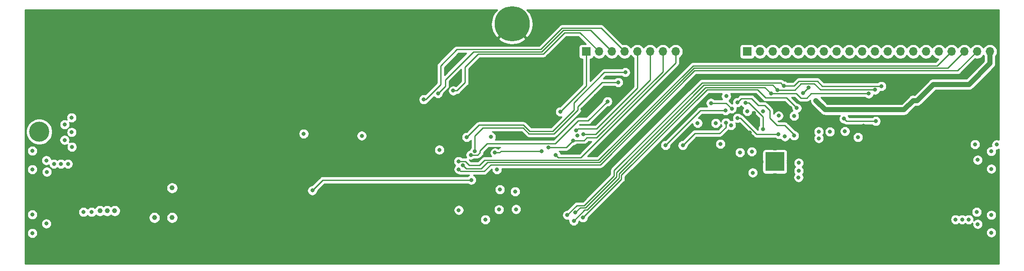
<source format=gbl>
G04 #@! TF.GenerationSoftware,KiCad,Pcbnew,(5.1.9)-1*
G04 #@! TF.CreationDate,2021-08-18T12:48:30-04:00*
G04 #@! TF.ProjectId,si-mips-main-board,73692d6d-6970-4732-9d6d-61696e2d626f,rev?*
G04 #@! TF.SameCoordinates,Original*
G04 #@! TF.FileFunction,Copper,L4,Bot*
G04 #@! TF.FilePolarity,Positive*
%FSLAX46Y46*%
G04 Gerber Fmt 4.6, Leading zero omitted, Abs format (unit mm)*
G04 Created by KiCad (PCBNEW (5.1.9)-1) date 2021-08-18 12:48:30*
%MOMM*%
%LPD*%
G01*
G04 APERTURE LIST*
G04 #@! TA.AperFunction,ComponentPad*
%ADD10C,0.600000*%
G04 #@! TD*
G04 #@! TA.AperFunction,SMDPad,CuDef*
%ADD11R,3.700000X3.700000*%
G04 #@! TD*
G04 #@! TA.AperFunction,ComponentPad*
%ADD12C,4.000000*%
G04 #@! TD*
G04 #@! TA.AperFunction,ComponentPad*
%ADD13C,0.800000*%
G04 #@! TD*
G04 #@! TA.AperFunction,ComponentPad*
%ADD14C,7.000000*%
G04 #@! TD*
G04 #@! TA.AperFunction,ComponentPad*
%ADD15O,1.700000X1.700000*%
G04 #@! TD*
G04 #@! TA.AperFunction,ComponentPad*
%ADD16R,1.700000X1.700000*%
G04 #@! TD*
G04 #@! TA.AperFunction,ViaPad*
%ADD17C,0.800000*%
G04 #@! TD*
G04 #@! TA.AperFunction,ViaPad*
%ADD18C,1.000000*%
G04 #@! TD*
G04 #@! TA.AperFunction,Conductor*
%ADD19C,0.250000*%
G04 #@! TD*
G04 #@! TA.AperFunction,Conductor*
%ADD20C,1.000000*%
G04 #@! TD*
G04 #@! TA.AperFunction,Conductor*
%ADD21C,0.254000*%
G04 #@! TD*
G04 #@! TA.AperFunction,Conductor*
%ADD22C,0.100000*%
G04 #@! TD*
G04 APERTURE END LIST*
D10*
G04 #@! TO.P,U6,37*
G04 #@! TO.N,GND*
X204760000Y-92450000D03*
X204760000Y-89450000D03*
X204760000Y-90950000D03*
X206260000Y-90950000D03*
X203260000Y-90950000D03*
D11*
X204760000Y-90950000D03*
G04 #@! TD*
D12*
G04 #@! TO.P,J5,1*
G04 #@! TO.N,/USB Hub/Shield*
X58500000Y-85000000D03*
G04 #@! TD*
D13*
G04 #@! TO.P,H1,1*
G04 #@! TO.N,GND*
X154356155Y-61643845D03*
X152500000Y-60875000D03*
X150643845Y-61643845D03*
X149875000Y-63500000D03*
X150643845Y-65356155D03*
X152500000Y-66125000D03*
X154356155Y-65356155D03*
X155125000Y-63500000D03*
D14*
X152500000Y-63500000D03*
G04 #@! TD*
D15*
G04 #@! TO.P,J2,8*
G04 #@! TO.N,/Row0*
X185030000Y-69000000D03*
G04 #@! TO.P,J2,7*
G04 #@! TO.N,/Row1*
X182490000Y-69000000D03*
G04 #@! TO.P,J2,6*
G04 #@! TO.N,/MOSI*
X179950000Y-69000000D03*
G04 #@! TO.P,J2,5*
G04 #@! TO.N,/MISO*
X177410000Y-69000000D03*
G04 #@! TO.P,J2,4*
G04 #@! TO.N,/Row4*
X174870000Y-69000000D03*
G04 #@! TO.P,J2,3*
G04 #@! TO.N,/Row5*
X172330000Y-69000000D03*
G04 #@! TO.P,J2,2*
G04 #@! TO.N,/Row6*
X169790000Y-69000000D03*
D16*
G04 #@! TO.P,J2,1*
G04 #@! TO.N,/Row7*
X167250000Y-69000000D03*
G04 #@! TD*
D15*
G04 #@! TO.P,J1,20*
G04 #@! TO.N,+5V*
X247510000Y-69000000D03*
G04 #@! TO.P,J1,19*
G04 #@! TO.N,/DS_1*
X244970000Y-69000000D03*
G04 #@! TO.P,J1,18*
G04 #@! TO.N,/DS_2*
X242430000Y-69000000D03*
G04 #@! TO.P,J1,17*
G04 #@! TO.N,/DS_3*
X239890000Y-69000000D03*
G04 #@! TO.P,J1,16*
G04 #@! TO.N,Net-(J1-Pad16)*
X237350000Y-69000000D03*
G04 #@! TO.P,J1,15*
G04 #@! TO.N,Net-(J1-Pad15)*
X234810000Y-69000000D03*
G04 #@! TO.P,J1,14*
G04 #@! TO.N,Net-(J1-Pad14)*
X232270000Y-69000000D03*
G04 #@! TO.P,J1,13*
G04 #@! TO.N,Net-(J1-Pad13)*
X229730000Y-69000000D03*
G04 #@! TO.P,J1,12*
G04 #@! TO.N,Net-(J1-Pad12)*
X227190000Y-69000000D03*
G04 #@! TO.P,J1,11*
G04 #@! TO.N,Net-(J1-Pad11)*
X224650000Y-69000000D03*
G04 #@! TO.P,J1,10*
G04 #@! TO.N,Net-(J1-Pad10)*
X222110000Y-69000000D03*
G04 #@! TO.P,J1,9*
G04 #@! TO.N,Net-(J1-Pad9)*
X219570000Y-69000000D03*
G04 #@! TO.P,J1,8*
G04 #@! TO.N,Net-(J1-Pad8)*
X217030000Y-69000000D03*
G04 #@! TO.P,J1,7*
G04 #@! TO.N,Net-(J1-Pad7)*
X214490000Y-69000000D03*
G04 #@! TO.P,J1,6*
G04 #@! TO.N,Net-(J1-Pad6)*
X211950000Y-69000000D03*
G04 #@! TO.P,J1,5*
G04 #@! TO.N,Net-(J1-Pad5)*
X209410000Y-69000000D03*
G04 #@! TO.P,J1,4*
G04 #@! TO.N,Net-(J1-Pad4)*
X206870000Y-69000000D03*
G04 #@! TO.P,J1,3*
G04 #@! TO.N,Net-(J1-Pad3)*
X204330000Y-69000000D03*
G04 #@! TO.P,J1,2*
G04 #@! TO.N,Net-(J1-Pad2)*
X201790000Y-69000000D03*
D16*
G04 #@! TO.P,J1,1*
G04 #@! TO.N,Net-(J1-Pad1)*
X199250000Y-69000000D03*
G04 #@! TD*
D17*
G04 #@! TO.N,Net-(J1-Pad8)*
X211490000Y-76200000D03*
X210375000Y-77275000D03*
G04 #@! TO.N,GND*
X218700000Y-89400000D03*
X215700000Y-89100000D03*
X223550000Y-89150000D03*
X230000000Y-91600000D03*
X225200000Y-91600000D03*
X225200000Y-89800000D03*
X227600000Y-89700000D03*
X227600000Y-93600000D03*
X225200000Y-93600000D03*
X227250000Y-77300000D03*
X197830000Y-85000000D03*
X192050000Y-87425000D03*
X189400000Y-86975000D03*
X150200000Y-94100000D03*
X157000000Y-97300000D03*
X149100000Y-97600000D03*
X148300000Y-82100000D03*
X156800000Y-92800000D03*
X141550000Y-89300000D03*
X134100000Y-88600000D03*
X142700000Y-97525000D03*
X236125000Y-78775000D03*
X207825000Y-80250000D03*
X105800000Y-90500000D03*
X107300000Y-88600000D03*
X105800000Y-96700000D03*
X106700000Y-99300000D03*
X117400000Y-97300000D03*
X117400000Y-91100000D03*
X118900000Y-89200000D03*
X118400000Y-99700000D03*
X141700000Y-78425000D03*
X143950000Y-83000000D03*
X140050000Y-79975000D03*
X217150000Y-78800000D03*
X181600000Y-89300000D03*
X191600000Y-93050000D03*
X186600000Y-89300000D03*
X191600000Y-89300000D03*
X186600000Y-93050000D03*
X181600000Y-93050000D03*
X177500000Y-86300000D03*
X175000000Y-88800000D03*
X178000000Y-91900000D03*
X174600000Y-83400000D03*
X172000000Y-85800000D03*
X171800000Y-80400000D03*
X169200000Y-83000000D03*
X169100000Y-77900000D03*
X166500000Y-80500000D03*
X166200000Y-75100000D03*
X163600000Y-77400000D03*
X161000000Y-75000000D03*
X163600000Y-72500000D03*
X161000000Y-71250000D03*
X156000000Y-75000000D03*
X156000000Y-71250000D03*
X151000000Y-75000000D03*
X151000000Y-71250000D03*
X146000000Y-75000000D03*
X146000000Y-71250000D03*
X141000000Y-71250000D03*
X141000000Y-75000000D03*
X136000000Y-75000000D03*
X136000000Y-71250000D03*
X131000000Y-71250000D03*
X131000000Y-75000000D03*
X126000000Y-75000000D03*
X126000000Y-71250000D03*
X116000000Y-71250000D03*
X116000000Y-75000000D03*
X121000000Y-71250000D03*
X111000000Y-75000000D03*
X111000000Y-71250000D03*
X121000000Y-75000000D03*
X106000000Y-71250000D03*
X106000000Y-75000000D03*
X101000000Y-75000000D03*
X101000000Y-71250000D03*
X96000000Y-71250000D03*
X96800000Y-74900000D03*
X95000000Y-76600000D03*
X92500000Y-74200000D03*
X89000000Y-77700000D03*
X91500000Y-80100000D03*
X85500000Y-81200000D03*
X88000000Y-83600000D03*
X82000000Y-84700000D03*
X84500000Y-87100000D03*
X78500000Y-88200000D03*
X81000000Y-90600000D03*
X75000000Y-91700000D03*
X77500000Y-94100000D03*
X223400000Y-99000000D03*
X223400000Y-95200000D03*
X213400000Y-99000000D03*
X208400000Y-99000000D03*
X204900000Y-99400000D03*
X201300000Y-99400000D03*
X203100000Y-102600000D03*
X199500000Y-101000000D03*
X199500000Y-104700000D03*
X194500000Y-101000000D03*
X194500000Y-104700000D03*
X189500000Y-101000000D03*
X189500000Y-104700000D03*
X184500000Y-101000000D03*
X184500000Y-104700000D03*
X179500000Y-104700000D03*
X181100000Y-101000000D03*
X176000000Y-101200000D03*
X178700000Y-98600000D03*
X172500000Y-97700000D03*
X175200000Y-95100000D03*
X171700000Y-93500000D03*
X164200000Y-93500000D03*
X168000000Y-93500000D03*
X168000000Y-97100000D03*
X164500000Y-97100000D03*
X158600000Y-93600000D03*
X158700000Y-97000000D03*
X161500000Y-98300000D03*
X161400000Y-93000000D03*
X218400000Y-99000000D03*
X218400000Y-95200000D03*
X227600000Y-99000000D03*
X227600000Y-95200000D03*
D18*
X239200000Y-99000000D03*
X235630000Y-98500000D03*
X66900000Y-95010000D03*
X69870000Y-95400000D03*
D17*
X74500000Y-97000000D03*
X71500000Y-95200000D03*
X232500000Y-97800000D03*
X200150000Y-97230000D03*
X198530000Y-97880000D03*
X193490000Y-97880000D03*
X191680000Y-97990000D03*
X190290000Y-96580000D03*
X196290000Y-99100000D03*
X196060000Y-94890000D03*
X199740000Y-85190000D03*
X213438000Y-91210000D03*
X213448000Y-92790000D03*
X213400000Y-95200000D03*
X222400000Y-83800000D03*
X208400000Y-95200000D03*
X245950000Y-84680000D03*
X247480000Y-84610000D03*
X67860000Y-86620000D03*
X67870000Y-83580000D03*
X147500000Y-88975000D03*
X151450000Y-85940000D03*
X180520000Y-83050000D03*
X177900000Y-80460000D03*
X174600000Y-77220000D03*
X220490000Y-74300000D03*
D18*
X81400000Y-96200000D03*
D17*
X141900000Y-104600000D03*
X149900000Y-104500010D03*
X196500000Y-77900000D03*
X200654160Y-81279480D03*
X165610000Y-88950000D03*
X157400000Y-83540000D03*
X230000000Y-89800000D03*
X234800000Y-89800000D03*
X232400000Y-89700000D03*
X230000000Y-93600000D03*
X232400000Y-93600000D03*
X234800000Y-91600000D03*
G04 #@! TO.N,/~AVR_RST*
X112800000Y-96700000D03*
X144400000Y-94600000D03*
X158410000Y-88840000D03*
X149100000Y-89170000D03*
G04 #@! TO.N,+5V*
X232300000Y-78800000D03*
X212925000Y-78775000D03*
X193000000Y-83275000D03*
X189400000Y-83275000D03*
X150100000Y-96500000D03*
X149900000Y-100500000D03*
X138050000Y-88600000D03*
X153112500Y-96912500D03*
X111075000Y-85400000D03*
X122625000Y-85800000D03*
X148300000Y-86000000D03*
D18*
X84900000Y-96200000D03*
D17*
X141899985Y-100618981D03*
X195100000Y-77900000D03*
X165510000Y-85770000D03*
X153300000Y-100450000D03*
G04 #@! TO.N,VBUS*
X199290008Y-80910000D03*
X213490000Y-84960000D03*
X215700000Y-85000000D03*
X218700000Y-84900000D03*
X213500000Y-86300000D03*
X221300000Y-86100000D03*
X67300000Y-101000000D03*
X68900000Y-101000000D03*
D18*
X70550000Y-100750000D03*
X84900000Y-102100000D03*
X81400000Y-102100000D03*
D17*
X147200000Y-102500000D03*
X149500000Y-92500000D03*
D18*
X72000000Y-100750000D03*
X73500000Y-100750000D03*
D17*
G04 #@! TO.N,+3V3*
X197830000Y-89125000D03*
X193925000Y-87425000D03*
X200360000Y-93160000D03*
X200180000Y-88960000D03*
X209500000Y-91200000D03*
X209475000Y-94100000D03*
X202385000Y-80920000D03*
X196050000Y-83710000D03*
X205500000Y-81800000D03*
X208600000Y-81850000D03*
X206750000Y-85950000D03*
G04 #@! TO.N,Net-(C20-Pad1)*
X209515000Y-92760000D03*
G04 #@! TO.N,/DS_1*
X141910000Y-92490000D03*
G04 #@! TO.N,/DS_2*
X142720000Y-91680000D03*
G04 #@! TO.N,/DS_3*
X141890000Y-90900000D03*
G04 #@! TO.N,/Row7*
X162100000Y-81000000D03*
G04 #@! TO.N,/Row6*
X140800000Y-76800000D03*
G04 #@! TO.N,/Row5*
X137775160Y-77350160D03*
G04 #@! TO.N,/Row4*
X134950000Y-78550002D03*
G04 #@! TO.N,/Row1*
X164680000Y-86720000D03*
X159769998Y-88114990D03*
G04 #@! TO.N,/Row0*
X161190000Y-89650000D03*
G04 #@! TO.N,Earth*
X57100000Y-92500000D03*
X247800000Y-101600000D03*
X247800000Y-105100000D03*
X245100000Y-103400000D03*
X244900000Y-101000000D03*
X242000000Y-102500000D03*
X247800000Y-88900000D03*
X247800000Y-92400000D03*
X245100000Y-90600000D03*
X59900000Y-103300000D03*
X57100000Y-101500000D03*
X57100000Y-105200000D03*
X59900000Y-90700000D03*
X57100000Y-88800000D03*
X60000000Y-93000000D03*
X62800000Y-91400000D03*
X64200000Y-91400000D03*
X61400000Y-91400000D03*
X240700000Y-102500000D03*
X243300000Y-102500000D03*
X248860000Y-87550000D03*
X244570000Y-87520000D03*
X64920000Y-82170000D03*
X64930000Y-85090000D03*
X64970000Y-88030000D03*
X63530000Y-86650000D03*
X63550000Y-83550000D03*
G04 #@! TO.N,/COL_DATA*
X209125000Y-80275000D03*
X166600000Y-102100000D03*
G04 #@! TO.N,/COL_LAT*
X163500000Y-101600000D03*
X206570000Y-75860000D03*
X225965000Y-75914996D03*
G04 #@! TO.N,/COL_CLK*
X165100000Y-101075000D03*
X205295007Y-76665111D03*
X224695000Y-76640006D03*
G04 #@! TO.N,/COL_RST*
X164775000Y-102750000D03*
X204025000Y-77390121D03*
X223425000Y-77394998D03*
G04 #@! TO.N,/USB Hub/PRT2_FLT*
X224820000Y-82870000D03*
X218500000Y-82400000D03*
G04 #@! TO.N,/~HUB_RST*
X143500000Y-86080000D03*
X175030000Y-73150000D03*
X202390000Y-84460000D03*
X192040000Y-79270000D03*
X196200000Y-80400000D03*
X198900000Y-79250000D03*
G04 #@! TO.N,/SDA*
X144300000Y-89600000D03*
X183030000Y-87680000D03*
X171480000Y-78960000D03*
X194980000Y-80740000D03*
G04 #@! TO.N,/SCL*
X195020000Y-83190000D03*
X186460000Y-87700000D03*
X173600000Y-75150000D03*
X145100000Y-88874990D03*
G04 #@! TO.N,/USB Hub/CFG_CLK*
X197330000Y-82270000D03*
X205496179Y-85491720D03*
G04 #@! TO.N,/USB Hub/CFG_DATA*
X197330000Y-79130000D03*
X208600000Y-85750000D03*
G04 #@! TO.N,/MOSI*
X166658454Y-85474990D03*
G04 #@! TO.N,/MISO*
X165230000Y-84760000D03*
G04 #@! TD*
D19*
G04 #@! TO.N,Net-(J1-Pad8)*
X211450000Y-76200000D02*
X211490000Y-76200000D01*
X210375000Y-77275000D02*
X211450000Y-76200000D01*
G04 #@! TO.N,/~AVR_RST*
X112800000Y-96700000D02*
X114900000Y-94600000D01*
X114900000Y-94600000D02*
X144400000Y-94600000D01*
X158410000Y-88840000D02*
X150370000Y-88840000D01*
X150040000Y-89170000D02*
X149100000Y-89170000D01*
X150370000Y-88840000D02*
X150040000Y-89170000D01*
G04 #@! TO.N,+5V*
X232275000Y-78775000D02*
X232300000Y-78800000D01*
D20*
X232300000Y-78800000D02*
X233025000Y-78800000D01*
X243350000Y-75550000D02*
X247510000Y-71390000D01*
X247510000Y-71390000D02*
X247510000Y-69000000D01*
X236275000Y-75550000D02*
X243350000Y-75550000D01*
X233025000Y-78800000D02*
X236275000Y-75550000D01*
X230450000Y-80600000D02*
X232275000Y-78775000D01*
X214750000Y-80600000D02*
X230450000Y-80600000D01*
X212925000Y-78775000D02*
X214750000Y-80600000D01*
D19*
G04 #@! TO.N,/DS_1*
X188772821Y-72830000D02*
X170052800Y-91550022D01*
X241140000Y-72830000D02*
X188772821Y-72830000D01*
X170052800Y-91550022D02*
X148289978Y-91550022D01*
X244970000Y-69000000D02*
X241140000Y-72830000D01*
X148289978Y-91550022D02*
X146950001Y-92889999D01*
X146950001Y-92889999D02*
X142309999Y-92889999D01*
X142309999Y-92889999D02*
X141910000Y-92490000D01*
G04 #@! TO.N,/DS_2*
X188666399Y-72300011D02*
X169866400Y-91100011D01*
X242430000Y-69000000D02*
X239129989Y-72300011D01*
X239129989Y-72300011D02*
X188666399Y-72300011D01*
X147599989Y-91100011D02*
X146360000Y-92340000D01*
X169866400Y-91100011D02*
X147599989Y-91100011D01*
X146360000Y-92340000D02*
X143380000Y-92340000D01*
X143380000Y-92340000D02*
X142720000Y-91680000D01*
G04 #@! TO.N,/DS_3*
X237040000Y-71850000D02*
X239890000Y-69000000D01*
X147020000Y-90650000D02*
X169680000Y-90650000D01*
X169680000Y-90650000D02*
X188480000Y-71850000D01*
X146030000Y-91640000D02*
X147020000Y-90650000D01*
X143980000Y-91640000D02*
X146030000Y-91640000D01*
X141890000Y-90900000D02*
X143240000Y-90900000D01*
X188480000Y-71850000D02*
X237040000Y-71850000D01*
X143240000Y-90900000D02*
X143980000Y-91640000D01*
G04 #@! TO.N,/Row7*
X167250000Y-69000000D02*
X167250000Y-75850000D01*
X167250000Y-75850000D02*
X162100000Y-81000000D01*
G04 #@! TO.N,/Row6*
X166015000Y-65225000D02*
X169790000Y-69000000D01*
X162975000Y-65225000D02*
X166015000Y-65225000D01*
X158700000Y-69500000D02*
X162975000Y-65225000D01*
X145770000Y-69500000D02*
X158700000Y-69500000D01*
X143172842Y-72097158D02*
X145770000Y-69500000D01*
X143172842Y-75192842D02*
X143172842Y-72097158D01*
X141565685Y-76800000D02*
X143172842Y-75192842D01*
X140800000Y-76800000D02*
X141565685Y-76800000D01*
G04 #@! TO.N,/Row5*
X168104989Y-64774989D02*
X172330000Y-69000000D01*
X162661421Y-64774989D02*
X168104989Y-64774989D01*
X144800011Y-69049989D02*
X158386421Y-69049989D01*
X158386421Y-69049989D02*
X162661421Y-64774989D01*
X139217660Y-74632340D02*
X144800011Y-69049989D01*
X139217660Y-75907660D02*
X139217660Y-74632340D01*
X137775160Y-77350160D02*
X139217660Y-75907660D01*
G04 #@! TO.N,/Row4*
X162475021Y-64324978D02*
X170194978Y-64324978D01*
X158200021Y-68599978D02*
X162475021Y-64324978D01*
X141540022Y-68599978D02*
X158200021Y-68599978D01*
X138280000Y-71860000D02*
X141540022Y-68599978D01*
X170194978Y-64324978D02*
X174870000Y-69000000D01*
X138280000Y-73620000D02*
X138280000Y-71860000D01*
X138300000Y-73640000D02*
X138280000Y-73620000D01*
X138300000Y-75600000D02*
X138300000Y-73640000D01*
X135349998Y-78550002D02*
X138300000Y-75600000D01*
X134950000Y-78550002D02*
X135349998Y-78550002D01*
G04 #@! TO.N,/Row1*
X164680000Y-86720000D02*
X166840000Y-86720000D01*
X166840000Y-86720000D02*
X167360000Y-86200000D01*
X167360000Y-86200000D02*
X169300000Y-86200000D01*
X182490000Y-73010000D02*
X182490000Y-69000000D01*
X169300000Y-86200000D02*
X182490000Y-73010000D01*
X164680000Y-86720000D02*
X163285010Y-88114990D01*
X163285010Y-88114990D02*
X159769998Y-88114990D01*
G04 #@! TO.N,/Row0*
X161650000Y-90110000D02*
X161190000Y-89650000D01*
X166190000Y-90110000D02*
X161650000Y-90110000D01*
X185030000Y-71270000D02*
X166190000Y-90110000D01*
X185030000Y-69000000D02*
X185030000Y-71270000D01*
G04 #@! TO.N,/COL_DATA*
X174250000Y-93650000D02*
X174250000Y-94450000D01*
X191310000Y-76590000D02*
X174250000Y-93650000D01*
X201270000Y-76590000D02*
X191310000Y-76590000D01*
X202910000Y-78230000D02*
X201270000Y-76590000D01*
X174250000Y-94450000D02*
X166600000Y-102100000D01*
X207080000Y-78230000D02*
X202910000Y-78230000D01*
X209125000Y-80275000D02*
X207080000Y-78230000D01*
G04 #@! TO.N,/COL_LAT*
X214214996Y-75914996D02*
X225965000Y-75914996D01*
X213230000Y-74930000D02*
X214214996Y-75914996D01*
X209550000Y-74930000D02*
X213230000Y-74930000D01*
X208620000Y-75860000D02*
X209550000Y-74930000D01*
X206570000Y-75860000D02*
X208620000Y-75860000D01*
X206170001Y-75460001D02*
X206570000Y-75860000D01*
X205949967Y-75239967D02*
X206170001Y-75460001D01*
X190260033Y-75239967D02*
X205949967Y-75239967D01*
X172800000Y-92700000D02*
X190260033Y-75239967D01*
X172800000Y-93750000D02*
X172800000Y-92700000D01*
X165425000Y-99675000D02*
X166875000Y-99675000D01*
X166875000Y-99675000D02*
X172800000Y-93750000D01*
X163500000Y-101600000D02*
X165425000Y-99675000D01*
G04 #@! TO.N,/COL_CLK*
X213820006Y-76640006D02*
X224695000Y-76640006D01*
X209980000Y-75420000D02*
X212600000Y-75420000D01*
X212600000Y-75420000D02*
X213820006Y-76640006D01*
X208734889Y-76665111D02*
X209980000Y-75420000D01*
X205295007Y-76665111D02*
X208734889Y-76665111D01*
X204895008Y-76265112D02*
X205295007Y-76665111D01*
X204319874Y-75689978D02*
X204895008Y-76265112D01*
X173250000Y-93075000D02*
X190635022Y-75689978D01*
X173250000Y-93986411D02*
X173250000Y-93075000D01*
X190635022Y-75689978D02*
X204319874Y-75689978D01*
X167111400Y-100125011D02*
X173250000Y-93986411D01*
X166049989Y-100125011D02*
X167111400Y-100125011D01*
X165100000Y-101075000D02*
X166049989Y-100125011D01*
G04 #@! TO.N,/COL_RST*
X204025000Y-77390121D02*
X209020121Y-77390121D01*
X209020121Y-77390121D02*
X209930000Y-78300000D01*
X209930000Y-78300000D02*
X211100000Y-78300000D01*
X211100000Y-78300000D02*
X212005002Y-77394998D01*
X212005002Y-77394998D02*
X223425000Y-77394998D01*
X190960011Y-76139989D02*
X202774868Y-76139989D01*
X202774868Y-76139989D02*
X204025000Y-77390121D01*
X173750000Y-93350000D02*
X190960011Y-76139989D01*
X173750000Y-94236411D02*
X173750000Y-93350000D01*
X167411389Y-100575022D02*
X173750000Y-94236411D01*
X166949978Y-100575022D02*
X167411389Y-100575022D01*
X164775000Y-102750000D02*
X166949978Y-100575022D01*
G04 #@! TO.N,/USB Hub/PRT2_FLT*
X218970000Y-82870000D02*
X218500000Y-82400000D01*
X224820000Y-82870000D02*
X218970000Y-82870000D01*
G04 #@! TO.N,/~HUB_RST*
X192040000Y-79270000D02*
X195070000Y-79270000D01*
X195070000Y-79270000D02*
X196200000Y-80400000D01*
X202390000Y-81990000D02*
X199650000Y-79250000D01*
X199650000Y-79250000D02*
X198900000Y-79250000D01*
X202390000Y-84460000D02*
X202390000Y-81990000D01*
X170850000Y-73150000D02*
X175030000Y-73150000D01*
X160570000Y-84900000D02*
X164800000Y-80670000D01*
X164800000Y-80670000D02*
X164800000Y-79200000D01*
X156010000Y-84900000D02*
X160570000Y-84900000D01*
X154770000Y-83660000D02*
X156010000Y-84900000D01*
X164800000Y-79200000D02*
X170850000Y-73150000D01*
X145920000Y-83660000D02*
X154770000Y-83660000D01*
X143500000Y-86080000D02*
X145920000Y-83660000D01*
G04 #@! TO.N,/SDA*
X189970000Y-80740000D02*
X189770000Y-80940000D01*
X194980000Y-80740000D02*
X189970000Y-80740000D01*
X189770000Y-80940000D02*
X189938000Y-80772000D01*
X183030000Y-87680000D02*
X189770000Y-80940000D01*
X145675000Y-89600000D02*
X144300000Y-89600000D01*
X146125000Y-89150000D02*
X145675000Y-89600000D01*
X146125000Y-88785000D02*
X146125000Y-89150000D01*
X165640000Y-82820000D02*
X161100000Y-87360000D01*
X167620000Y-82820000D02*
X165640000Y-82820000D01*
X171480000Y-78960000D02*
X167620000Y-82820000D01*
X147550000Y-87360000D02*
X146125000Y-88785000D01*
X161100000Y-87360000D02*
X147550000Y-87360000D01*
G04 #@! TO.N,/SCL*
X195020000Y-84100000D02*
X195020000Y-83190000D01*
X188840000Y-85320000D02*
X193800000Y-85320000D01*
X193800000Y-85320000D02*
X195020000Y-84100000D01*
X186460000Y-87700000D02*
X188840000Y-85320000D01*
X173034315Y-75150000D02*
X173600000Y-75150000D01*
X170410000Y-75150000D02*
X173034315Y-75150000D01*
X160840000Y-85400000D02*
X165570000Y-80670000D01*
X154703590Y-84230000D02*
X155873590Y-85400000D01*
X165570000Y-80670000D02*
X165570000Y-79990000D01*
X146730000Y-84230000D02*
X154703590Y-84230000D01*
X155873590Y-85400000D02*
X160840000Y-85400000D01*
X145100000Y-85860000D02*
X146730000Y-84230000D01*
X165570000Y-79990000D02*
X170410000Y-75150000D01*
X145100000Y-88874990D02*
X145100000Y-85860000D01*
G04 #@! TO.N,/USB Hub/CFG_CLK*
X201151720Y-85491720D02*
X205496179Y-85491720D01*
X197930000Y-82270000D02*
X201151720Y-85491720D01*
X197330000Y-82270000D02*
X197930000Y-82270000D01*
G04 #@! TO.N,/USB Hub/CFG_DATA*
X208600000Y-85600000D02*
X208600000Y-85750000D01*
X201500000Y-79750000D02*
X202750000Y-79750000D01*
X200100000Y-78350000D02*
X201500000Y-79750000D01*
X198110000Y-78350000D02*
X200100000Y-78350000D01*
X197330000Y-79130000D02*
X198110000Y-78350000D01*
X206700000Y-83700000D02*
X205200000Y-83700000D01*
X206700000Y-83700000D02*
X208600000Y-85600000D01*
X205200000Y-83700000D02*
X203775000Y-82275000D01*
X203775000Y-82275000D02*
X203775000Y-80775000D01*
X202750000Y-79750000D02*
X203775000Y-80775000D01*
G04 #@! TO.N,/MOSI*
X179950000Y-69000000D02*
X179950000Y-74650000D01*
X179950000Y-74650000D02*
X169125010Y-85474990D01*
X169125010Y-85474990D02*
X166658454Y-85474990D01*
G04 #@! TO.N,/MISO*
X165629999Y-84360001D02*
X165230000Y-84760000D01*
X177410000Y-69000000D02*
X177410000Y-76290000D01*
X177410000Y-76290000D02*
X169339999Y-84360001D01*
X169339999Y-84360001D02*
X165629999Y-84360001D01*
G04 #@! TD*
D21*
G04 #@! TO.N,GND*
X149585843Y-60765451D02*
X149065450Y-61161634D01*
X148675252Y-61876612D01*
X148432036Y-62653976D01*
X148345149Y-63463853D01*
X148417931Y-64275118D01*
X148647585Y-65056597D01*
X149025285Y-65778256D01*
X149065450Y-65838366D01*
X149585845Y-66234550D01*
X152320395Y-63500000D01*
X152306253Y-63485858D01*
X152485858Y-63306253D01*
X152500000Y-63320395D01*
X152514143Y-63306253D01*
X152693748Y-63485858D01*
X152679605Y-63500000D01*
X155414155Y-66234550D01*
X155934550Y-65838366D01*
X156324748Y-65123388D01*
X156567964Y-64346024D01*
X156654851Y-63536147D01*
X156582069Y-62724882D01*
X156352415Y-61943403D01*
X155974715Y-61221744D01*
X155934550Y-61161634D01*
X155414157Y-60765451D01*
X155519608Y-60660000D01*
X249340000Y-60660000D01*
X249340001Y-86628547D01*
X249161898Y-86554774D01*
X248961939Y-86515000D01*
X248758061Y-86515000D01*
X248558102Y-86554774D01*
X248369744Y-86632795D01*
X248200226Y-86746063D01*
X248056063Y-86890226D01*
X247942795Y-87059744D01*
X247864774Y-87248102D01*
X247825000Y-87448061D01*
X247825000Y-87651939D01*
X247864774Y-87851898D01*
X247870201Y-87865000D01*
X247698061Y-87865000D01*
X247498102Y-87904774D01*
X247309744Y-87982795D01*
X247140226Y-88096063D01*
X246996063Y-88240226D01*
X246882795Y-88409744D01*
X246804774Y-88598102D01*
X246765000Y-88798061D01*
X246765000Y-89001939D01*
X246804774Y-89201898D01*
X246882795Y-89390256D01*
X246996063Y-89559774D01*
X247140226Y-89703937D01*
X247309744Y-89817205D01*
X247498102Y-89895226D01*
X247698061Y-89935000D01*
X247901939Y-89935000D01*
X248101898Y-89895226D01*
X248290256Y-89817205D01*
X248459774Y-89703937D01*
X248603937Y-89559774D01*
X248717205Y-89390256D01*
X248795226Y-89201898D01*
X248835000Y-89001939D01*
X248835000Y-88798061D01*
X248795226Y-88598102D01*
X248789799Y-88585000D01*
X248961939Y-88585000D01*
X249161898Y-88545226D01*
X249340001Y-88471453D01*
X249340001Y-111340000D01*
X55660000Y-111340000D01*
X55660000Y-105098061D01*
X56065000Y-105098061D01*
X56065000Y-105301939D01*
X56104774Y-105501898D01*
X56182795Y-105690256D01*
X56296063Y-105859774D01*
X56440226Y-106003937D01*
X56609744Y-106117205D01*
X56798102Y-106195226D01*
X56998061Y-106235000D01*
X57201939Y-106235000D01*
X57401898Y-106195226D01*
X57590256Y-106117205D01*
X57759774Y-106003937D01*
X57903937Y-105859774D01*
X58017205Y-105690256D01*
X58095226Y-105501898D01*
X58135000Y-105301939D01*
X58135000Y-105098061D01*
X58115109Y-104998061D01*
X246765000Y-104998061D01*
X246765000Y-105201939D01*
X246804774Y-105401898D01*
X246882795Y-105590256D01*
X246996063Y-105759774D01*
X247140226Y-105903937D01*
X247309744Y-106017205D01*
X247498102Y-106095226D01*
X247698061Y-106135000D01*
X247901939Y-106135000D01*
X248101898Y-106095226D01*
X248290256Y-106017205D01*
X248459774Y-105903937D01*
X248603937Y-105759774D01*
X248717205Y-105590256D01*
X248795226Y-105401898D01*
X248835000Y-105201939D01*
X248835000Y-104998061D01*
X248795226Y-104798102D01*
X248717205Y-104609744D01*
X248603937Y-104440226D01*
X248459774Y-104296063D01*
X248290256Y-104182795D01*
X248101898Y-104104774D01*
X247901939Y-104065000D01*
X247698061Y-104065000D01*
X247498102Y-104104774D01*
X247309744Y-104182795D01*
X247140226Y-104296063D01*
X246996063Y-104440226D01*
X246882795Y-104609744D01*
X246804774Y-104798102D01*
X246765000Y-104998061D01*
X58115109Y-104998061D01*
X58095226Y-104898102D01*
X58017205Y-104709744D01*
X57903937Y-104540226D01*
X57759774Y-104396063D01*
X57590256Y-104282795D01*
X57401898Y-104204774D01*
X57201939Y-104165000D01*
X56998061Y-104165000D01*
X56798102Y-104204774D01*
X56609744Y-104282795D01*
X56440226Y-104396063D01*
X56296063Y-104540226D01*
X56182795Y-104709744D01*
X56104774Y-104898102D01*
X56065000Y-105098061D01*
X55660000Y-105098061D01*
X55660000Y-103198061D01*
X58865000Y-103198061D01*
X58865000Y-103401939D01*
X58904774Y-103601898D01*
X58982795Y-103790256D01*
X59096063Y-103959774D01*
X59240226Y-104103937D01*
X59409744Y-104217205D01*
X59598102Y-104295226D01*
X59798061Y-104335000D01*
X60001939Y-104335000D01*
X60201898Y-104295226D01*
X60390256Y-104217205D01*
X60559774Y-104103937D01*
X60703937Y-103959774D01*
X60817205Y-103790256D01*
X60895226Y-103601898D01*
X60935000Y-103401939D01*
X60935000Y-103198061D01*
X60895226Y-102998102D01*
X60817205Y-102809744D01*
X60703937Y-102640226D01*
X60559774Y-102496063D01*
X60390256Y-102382795D01*
X60201898Y-102304774D01*
X60001939Y-102265000D01*
X59798061Y-102265000D01*
X59598102Y-102304774D01*
X59409744Y-102382795D01*
X59240226Y-102496063D01*
X59096063Y-102640226D01*
X58982795Y-102809744D01*
X58904774Y-102998102D01*
X58865000Y-103198061D01*
X55660000Y-103198061D01*
X55660000Y-101398061D01*
X56065000Y-101398061D01*
X56065000Y-101601939D01*
X56104774Y-101801898D01*
X56182795Y-101990256D01*
X56296063Y-102159774D01*
X56440226Y-102303937D01*
X56609744Y-102417205D01*
X56798102Y-102495226D01*
X56998061Y-102535000D01*
X57201939Y-102535000D01*
X57401898Y-102495226D01*
X57590256Y-102417205D01*
X57759774Y-102303937D01*
X57903937Y-102159774D01*
X58017205Y-101990256D01*
X58095226Y-101801898D01*
X58135000Y-101601939D01*
X58135000Y-101398061D01*
X58095226Y-101198102D01*
X58017205Y-101009744D01*
X57942582Y-100898061D01*
X66265000Y-100898061D01*
X66265000Y-101101939D01*
X66304774Y-101301898D01*
X66382795Y-101490256D01*
X66496063Y-101659774D01*
X66640226Y-101803937D01*
X66809744Y-101917205D01*
X66998102Y-101995226D01*
X67198061Y-102035000D01*
X67401939Y-102035000D01*
X67601898Y-101995226D01*
X67790256Y-101917205D01*
X67959774Y-101803937D01*
X68100000Y-101663711D01*
X68240226Y-101803937D01*
X68409744Y-101917205D01*
X68598102Y-101995226D01*
X68798061Y-102035000D01*
X69001939Y-102035000D01*
X69201898Y-101995226D01*
X69218831Y-101988212D01*
X80265000Y-101988212D01*
X80265000Y-102211788D01*
X80308617Y-102431067D01*
X80394176Y-102637624D01*
X80518388Y-102823520D01*
X80676480Y-102981612D01*
X80862376Y-103105824D01*
X81068933Y-103191383D01*
X81288212Y-103235000D01*
X81511788Y-103235000D01*
X81731067Y-103191383D01*
X81937624Y-103105824D01*
X82123520Y-102981612D01*
X82281612Y-102823520D01*
X82405824Y-102637624D01*
X82491383Y-102431067D01*
X82535000Y-102211788D01*
X82535000Y-101988212D01*
X83765000Y-101988212D01*
X83765000Y-102211788D01*
X83808617Y-102431067D01*
X83894176Y-102637624D01*
X84018388Y-102823520D01*
X84176480Y-102981612D01*
X84362376Y-103105824D01*
X84568933Y-103191383D01*
X84788212Y-103235000D01*
X85011788Y-103235000D01*
X85231067Y-103191383D01*
X85437624Y-103105824D01*
X85623520Y-102981612D01*
X85781612Y-102823520D01*
X85905824Y-102637624D01*
X85991383Y-102431067D01*
X85997948Y-102398061D01*
X146165000Y-102398061D01*
X146165000Y-102601939D01*
X146204774Y-102801898D01*
X146282795Y-102990256D01*
X146396063Y-103159774D01*
X146540226Y-103303937D01*
X146709744Y-103417205D01*
X146898102Y-103495226D01*
X147098061Y-103535000D01*
X147301939Y-103535000D01*
X147501898Y-103495226D01*
X147690256Y-103417205D01*
X147859774Y-103303937D01*
X148003937Y-103159774D01*
X148117205Y-102990256D01*
X148195226Y-102801898D01*
X148235000Y-102601939D01*
X148235000Y-102398061D01*
X148195226Y-102198102D01*
X148117205Y-102009744D01*
X148003937Y-101840226D01*
X147859774Y-101696063D01*
X147690256Y-101582795D01*
X147501898Y-101504774D01*
X147301939Y-101465000D01*
X147098061Y-101465000D01*
X146898102Y-101504774D01*
X146709744Y-101582795D01*
X146540226Y-101696063D01*
X146396063Y-101840226D01*
X146282795Y-102009744D01*
X146204774Y-102198102D01*
X146165000Y-102398061D01*
X85997948Y-102398061D01*
X86035000Y-102211788D01*
X86035000Y-101988212D01*
X85991383Y-101768933D01*
X85905824Y-101562376D01*
X85781612Y-101376480D01*
X85623520Y-101218388D01*
X85437624Y-101094176D01*
X85231067Y-101008617D01*
X85011788Y-100965000D01*
X84788212Y-100965000D01*
X84568933Y-101008617D01*
X84362376Y-101094176D01*
X84176480Y-101218388D01*
X84018388Y-101376480D01*
X83894176Y-101562376D01*
X83808617Y-101768933D01*
X83765000Y-101988212D01*
X82535000Y-101988212D01*
X82491383Y-101768933D01*
X82405824Y-101562376D01*
X82281612Y-101376480D01*
X82123520Y-101218388D01*
X81937624Y-101094176D01*
X81731067Y-101008617D01*
X81511788Y-100965000D01*
X81288212Y-100965000D01*
X81068933Y-101008617D01*
X80862376Y-101094176D01*
X80676480Y-101218388D01*
X80518388Y-101376480D01*
X80394176Y-101562376D01*
X80308617Y-101768933D01*
X80265000Y-101988212D01*
X69218831Y-101988212D01*
X69390256Y-101917205D01*
X69559774Y-101803937D01*
X69703937Y-101659774D01*
X69764301Y-101569433D01*
X69826480Y-101631612D01*
X70012376Y-101755824D01*
X70218933Y-101841383D01*
X70438212Y-101885000D01*
X70661788Y-101885000D01*
X70881067Y-101841383D01*
X71087624Y-101755824D01*
X71273520Y-101631612D01*
X71275000Y-101630132D01*
X71276480Y-101631612D01*
X71462376Y-101755824D01*
X71668933Y-101841383D01*
X71888212Y-101885000D01*
X72111788Y-101885000D01*
X72331067Y-101841383D01*
X72537624Y-101755824D01*
X72723520Y-101631612D01*
X72750000Y-101605132D01*
X72776480Y-101631612D01*
X72962376Y-101755824D01*
X73168933Y-101841383D01*
X73388212Y-101885000D01*
X73611788Y-101885000D01*
X73831067Y-101841383D01*
X74037624Y-101755824D01*
X74223520Y-101631612D01*
X74381612Y-101473520D01*
X74505824Y-101287624D01*
X74591383Y-101081067D01*
X74635000Y-100861788D01*
X74635000Y-100638212D01*
X74610898Y-100517042D01*
X140864985Y-100517042D01*
X140864985Y-100720920D01*
X140904759Y-100920879D01*
X140982780Y-101109237D01*
X141096048Y-101278755D01*
X141240211Y-101422918D01*
X141409729Y-101536186D01*
X141598087Y-101614207D01*
X141798046Y-101653981D01*
X142001924Y-101653981D01*
X142201883Y-101614207D01*
X142390241Y-101536186D01*
X142559759Y-101422918D01*
X142703922Y-101278755D01*
X142817190Y-101109237D01*
X142895211Y-100920879D01*
X142934985Y-100720920D01*
X142934985Y-100517042D01*
X142911319Y-100398061D01*
X148865000Y-100398061D01*
X148865000Y-100601939D01*
X148904774Y-100801898D01*
X148982795Y-100990256D01*
X149096063Y-101159774D01*
X149240226Y-101303937D01*
X149409744Y-101417205D01*
X149598102Y-101495226D01*
X149798061Y-101535000D01*
X150001939Y-101535000D01*
X150201898Y-101495226D01*
X150390256Y-101417205D01*
X150559774Y-101303937D01*
X150703937Y-101159774D01*
X150817205Y-100990256D01*
X150895226Y-100801898D01*
X150935000Y-100601939D01*
X150935000Y-100398061D01*
X150925055Y-100348061D01*
X152265000Y-100348061D01*
X152265000Y-100551939D01*
X152304774Y-100751898D01*
X152382795Y-100940256D01*
X152496063Y-101109774D01*
X152640226Y-101253937D01*
X152809744Y-101367205D01*
X152998102Y-101445226D01*
X153198061Y-101485000D01*
X153401939Y-101485000D01*
X153601898Y-101445226D01*
X153790256Y-101367205D01*
X153959774Y-101253937D01*
X154103937Y-101109774D01*
X154217205Y-100940256D01*
X154295226Y-100751898D01*
X154335000Y-100551939D01*
X154335000Y-100348061D01*
X154295226Y-100148102D01*
X154217205Y-99959744D01*
X154103937Y-99790226D01*
X153959774Y-99646063D01*
X153790256Y-99532795D01*
X153601898Y-99454774D01*
X153401939Y-99415000D01*
X153198061Y-99415000D01*
X152998102Y-99454774D01*
X152809744Y-99532795D01*
X152640226Y-99646063D01*
X152496063Y-99790226D01*
X152382795Y-99959744D01*
X152304774Y-100148102D01*
X152265000Y-100348061D01*
X150925055Y-100348061D01*
X150895226Y-100198102D01*
X150817205Y-100009744D01*
X150703937Y-99840226D01*
X150559774Y-99696063D01*
X150390256Y-99582795D01*
X150201898Y-99504774D01*
X150001939Y-99465000D01*
X149798061Y-99465000D01*
X149598102Y-99504774D01*
X149409744Y-99582795D01*
X149240226Y-99696063D01*
X149096063Y-99840226D01*
X148982795Y-100009744D01*
X148904774Y-100198102D01*
X148865000Y-100398061D01*
X142911319Y-100398061D01*
X142895211Y-100317083D01*
X142817190Y-100128725D01*
X142703922Y-99959207D01*
X142559759Y-99815044D01*
X142390241Y-99701776D01*
X142201883Y-99623755D01*
X142001924Y-99583981D01*
X141798046Y-99583981D01*
X141598087Y-99623755D01*
X141409729Y-99701776D01*
X141240211Y-99815044D01*
X141096048Y-99959207D01*
X140982780Y-100128725D01*
X140904759Y-100317083D01*
X140864985Y-100517042D01*
X74610898Y-100517042D01*
X74591383Y-100418933D01*
X74505824Y-100212376D01*
X74381612Y-100026480D01*
X74223520Y-99868388D01*
X74037624Y-99744176D01*
X73831067Y-99658617D01*
X73611788Y-99615000D01*
X73388212Y-99615000D01*
X73168933Y-99658617D01*
X72962376Y-99744176D01*
X72776480Y-99868388D01*
X72750000Y-99894868D01*
X72723520Y-99868388D01*
X72537624Y-99744176D01*
X72331067Y-99658617D01*
X72111788Y-99615000D01*
X71888212Y-99615000D01*
X71668933Y-99658617D01*
X71462376Y-99744176D01*
X71276480Y-99868388D01*
X71275000Y-99869868D01*
X71273520Y-99868388D01*
X71087624Y-99744176D01*
X70881067Y-99658617D01*
X70661788Y-99615000D01*
X70438212Y-99615000D01*
X70218933Y-99658617D01*
X70012376Y-99744176D01*
X69826480Y-99868388D01*
X69668388Y-100026480D01*
X69556526Y-100193893D01*
X69390256Y-100082795D01*
X69201898Y-100004774D01*
X69001939Y-99965000D01*
X68798061Y-99965000D01*
X68598102Y-100004774D01*
X68409744Y-100082795D01*
X68240226Y-100196063D01*
X68100000Y-100336289D01*
X67959774Y-100196063D01*
X67790256Y-100082795D01*
X67601898Y-100004774D01*
X67401939Y-99965000D01*
X67198061Y-99965000D01*
X66998102Y-100004774D01*
X66809744Y-100082795D01*
X66640226Y-100196063D01*
X66496063Y-100340226D01*
X66382795Y-100509744D01*
X66304774Y-100698102D01*
X66265000Y-100898061D01*
X57942582Y-100898061D01*
X57903937Y-100840226D01*
X57759774Y-100696063D01*
X57590256Y-100582795D01*
X57401898Y-100504774D01*
X57201939Y-100465000D01*
X56998061Y-100465000D01*
X56798102Y-100504774D01*
X56609744Y-100582795D01*
X56440226Y-100696063D01*
X56296063Y-100840226D01*
X56182795Y-101009744D01*
X56104774Y-101198102D01*
X56065000Y-101398061D01*
X55660000Y-101398061D01*
X55660000Y-96088212D01*
X83765000Y-96088212D01*
X83765000Y-96311788D01*
X83808617Y-96531067D01*
X83894176Y-96737624D01*
X84018388Y-96923520D01*
X84176480Y-97081612D01*
X84362376Y-97205824D01*
X84568933Y-97291383D01*
X84788212Y-97335000D01*
X85011788Y-97335000D01*
X85231067Y-97291383D01*
X85437624Y-97205824D01*
X85623520Y-97081612D01*
X85781612Y-96923520D01*
X85905824Y-96737624D01*
X85963633Y-96598061D01*
X111765000Y-96598061D01*
X111765000Y-96801939D01*
X111804774Y-97001898D01*
X111882795Y-97190256D01*
X111996063Y-97359774D01*
X112140226Y-97503937D01*
X112309744Y-97617205D01*
X112498102Y-97695226D01*
X112698061Y-97735000D01*
X112901939Y-97735000D01*
X113101898Y-97695226D01*
X113290256Y-97617205D01*
X113459774Y-97503937D01*
X113603937Y-97359774D01*
X113717205Y-97190256D01*
X113795226Y-97001898D01*
X113835000Y-96801939D01*
X113835000Y-96739801D01*
X114176740Y-96398061D01*
X149065000Y-96398061D01*
X149065000Y-96601939D01*
X149104774Y-96801898D01*
X149182795Y-96990256D01*
X149296063Y-97159774D01*
X149440226Y-97303937D01*
X149609744Y-97417205D01*
X149798102Y-97495226D01*
X149998061Y-97535000D01*
X150201939Y-97535000D01*
X150401898Y-97495226D01*
X150590256Y-97417205D01*
X150759774Y-97303937D01*
X150903937Y-97159774D01*
X151017205Y-96990256D01*
X151091637Y-96810561D01*
X152077500Y-96810561D01*
X152077500Y-97014439D01*
X152117274Y-97214398D01*
X152195295Y-97402756D01*
X152308563Y-97572274D01*
X152452726Y-97716437D01*
X152622244Y-97829705D01*
X152810602Y-97907726D01*
X153010561Y-97947500D01*
X153214439Y-97947500D01*
X153414398Y-97907726D01*
X153602756Y-97829705D01*
X153772274Y-97716437D01*
X153916437Y-97572274D01*
X154029705Y-97402756D01*
X154107726Y-97214398D01*
X154147500Y-97014439D01*
X154147500Y-96810561D01*
X154107726Y-96610602D01*
X154029705Y-96422244D01*
X153916437Y-96252726D01*
X153772274Y-96108563D01*
X153602756Y-95995295D01*
X153414398Y-95917274D01*
X153214439Y-95877500D01*
X153010561Y-95877500D01*
X152810602Y-95917274D01*
X152622244Y-95995295D01*
X152452726Y-96108563D01*
X152308563Y-96252726D01*
X152195295Y-96422244D01*
X152117274Y-96610602D01*
X152077500Y-96810561D01*
X151091637Y-96810561D01*
X151095226Y-96801898D01*
X151135000Y-96601939D01*
X151135000Y-96398061D01*
X151095226Y-96198102D01*
X151017205Y-96009744D01*
X150903937Y-95840226D01*
X150759774Y-95696063D01*
X150590256Y-95582795D01*
X150401898Y-95504774D01*
X150201939Y-95465000D01*
X149998061Y-95465000D01*
X149798102Y-95504774D01*
X149609744Y-95582795D01*
X149440226Y-95696063D01*
X149296063Y-95840226D01*
X149182795Y-96009744D01*
X149104774Y-96198102D01*
X149065000Y-96398061D01*
X114176740Y-96398061D01*
X115214803Y-95360000D01*
X143696289Y-95360000D01*
X143740226Y-95403937D01*
X143909744Y-95517205D01*
X144098102Y-95595226D01*
X144298061Y-95635000D01*
X144501939Y-95635000D01*
X144701898Y-95595226D01*
X144890256Y-95517205D01*
X145059774Y-95403937D01*
X145203937Y-95259774D01*
X145317205Y-95090256D01*
X145395226Y-94901898D01*
X145435000Y-94701939D01*
X145435000Y-94498061D01*
X145395226Y-94298102D01*
X145317205Y-94109744D01*
X145203937Y-93940226D01*
X145059774Y-93796063D01*
X144890256Y-93682795D01*
X144811080Y-93649999D01*
X146912679Y-93649999D01*
X146950001Y-93653675D01*
X146987323Y-93649999D01*
X146987334Y-93649999D01*
X147098987Y-93639002D01*
X147242248Y-93595545D01*
X147374277Y-93524973D01*
X147490002Y-93430000D01*
X147513805Y-93400996D01*
X148465000Y-92449802D01*
X148465000Y-92601939D01*
X148504774Y-92801898D01*
X148582795Y-92990256D01*
X148696063Y-93159774D01*
X148840226Y-93303937D01*
X149009744Y-93417205D01*
X149198102Y-93495226D01*
X149398061Y-93535000D01*
X149601939Y-93535000D01*
X149801898Y-93495226D01*
X149990256Y-93417205D01*
X150159774Y-93303937D01*
X150303937Y-93159774D01*
X150417205Y-92990256D01*
X150495226Y-92801898D01*
X150535000Y-92601939D01*
X150535000Y-92398061D01*
X150517488Y-92310022D01*
X170015478Y-92310022D01*
X170052800Y-92313698D01*
X170090123Y-92310022D01*
X170090133Y-92310022D01*
X170201786Y-92299025D01*
X170345047Y-92255568D01*
X170477076Y-92184996D01*
X170592801Y-92090023D01*
X170616604Y-92061019D01*
X189087623Y-73590000D01*
X241102678Y-73590000D01*
X241140000Y-73593676D01*
X241177322Y-73590000D01*
X241177333Y-73590000D01*
X241288986Y-73579003D01*
X241432247Y-73535546D01*
X241564276Y-73464974D01*
X241680001Y-73370001D01*
X241703804Y-73340997D01*
X244603592Y-70441210D01*
X244823740Y-70485000D01*
X245116260Y-70485000D01*
X245403158Y-70427932D01*
X245673411Y-70315990D01*
X245916632Y-70153475D01*
X246123475Y-69946632D01*
X246240000Y-69772240D01*
X246356525Y-69946632D01*
X246375001Y-69965108D01*
X246375000Y-70919868D01*
X242879869Y-74415000D01*
X236330751Y-74415000D01*
X236274999Y-74409509D01*
X236219248Y-74415000D01*
X236052501Y-74431423D01*
X235838553Y-74496324D01*
X235641377Y-74601716D01*
X235468551Y-74743551D01*
X235433011Y-74786857D01*
X232554869Y-77665000D01*
X232525773Y-77665000D01*
X232497499Y-77656423D01*
X232275000Y-77634509D01*
X232052501Y-77656423D01*
X231838553Y-77721324D01*
X231641377Y-77826716D01*
X231511856Y-77933012D01*
X229979869Y-79465000D01*
X215220132Y-79465000D01*
X213910129Y-78154998D01*
X222721289Y-78154998D01*
X222765226Y-78198935D01*
X222934744Y-78312203D01*
X223123102Y-78390224D01*
X223323061Y-78429998D01*
X223526939Y-78429998D01*
X223726898Y-78390224D01*
X223915256Y-78312203D01*
X224084774Y-78198935D01*
X224228937Y-78054772D01*
X224342205Y-77885254D01*
X224420226Y-77696896D01*
X224430992Y-77642769D01*
X224593061Y-77675006D01*
X224796939Y-77675006D01*
X224996898Y-77635232D01*
X225185256Y-77557211D01*
X225354774Y-77443943D01*
X225498937Y-77299780D01*
X225612205Y-77130262D01*
X225690226Y-76941904D01*
X225695256Y-76916618D01*
X225863061Y-76949996D01*
X226066939Y-76949996D01*
X226266898Y-76910222D01*
X226455256Y-76832201D01*
X226624774Y-76718933D01*
X226768937Y-76574770D01*
X226882205Y-76405252D01*
X226960226Y-76216894D01*
X227000000Y-76016935D01*
X227000000Y-75813057D01*
X226960226Y-75613098D01*
X226882205Y-75424740D01*
X226768937Y-75255222D01*
X226624774Y-75111059D01*
X226455256Y-74997791D01*
X226266898Y-74919770D01*
X226066939Y-74879996D01*
X225863061Y-74879996D01*
X225663102Y-74919770D01*
X225474744Y-74997791D01*
X225305226Y-75111059D01*
X225261289Y-75154996D01*
X214529798Y-75154996D01*
X213793804Y-74419002D01*
X213770001Y-74389999D01*
X213654276Y-74295026D01*
X213522247Y-74224454D01*
X213378986Y-74180997D01*
X213267333Y-74170000D01*
X213267322Y-74170000D01*
X213230000Y-74166324D01*
X213192678Y-74170000D01*
X209587333Y-74170000D01*
X209550000Y-74166323D01*
X209512667Y-74170000D01*
X209401014Y-74180997D01*
X209257753Y-74224454D01*
X209125724Y-74295026D01*
X209009999Y-74389999D01*
X208986201Y-74418997D01*
X208305199Y-75100000D01*
X207273711Y-75100000D01*
X207229774Y-75056063D01*
X207060256Y-74942795D01*
X206871898Y-74864774D01*
X206671939Y-74825000D01*
X206609801Y-74825000D01*
X206513771Y-74728970D01*
X206489968Y-74699966D01*
X206374243Y-74604993D01*
X206242214Y-74534421D01*
X206098953Y-74490964D01*
X205987300Y-74479967D01*
X205987289Y-74479967D01*
X205949967Y-74476291D01*
X205912645Y-74479967D01*
X190297355Y-74479967D01*
X190260032Y-74476291D01*
X190222709Y-74479967D01*
X190222700Y-74479967D01*
X190111047Y-74490964D01*
X189967786Y-74534421D01*
X189835757Y-74604993D01*
X189835755Y-74604994D01*
X189835756Y-74604994D01*
X189749029Y-74676168D01*
X189749025Y-74676172D01*
X189720032Y-74699966D01*
X189696238Y-74728959D01*
X172288998Y-92136201D01*
X172260000Y-92159999D01*
X172236202Y-92188997D01*
X172236201Y-92188998D01*
X172165026Y-92275724D01*
X172094454Y-92407754D01*
X172079182Y-92458102D01*
X172054232Y-92540355D01*
X172050998Y-92551015D01*
X172036324Y-92700000D01*
X172040001Y-92737332D01*
X172040000Y-93435198D01*
X166560199Y-98915000D01*
X165462322Y-98915000D01*
X165424999Y-98911324D01*
X165387676Y-98915000D01*
X165387667Y-98915000D01*
X165276014Y-98925997D01*
X165132753Y-98969454D01*
X165000723Y-99040026D01*
X164917083Y-99108668D01*
X164884999Y-99134999D01*
X164861201Y-99163997D01*
X163460199Y-100565000D01*
X163398061Y-100565000D01*
X163198102Y-100604774D01*
X163009744Y-100682795D01*
X162840226Y-100796063D01*
X162696063Y-100940226D01*
X162582795Y-101109744D01*
X162504774Y-101298102D01*
X162465000Y-101498061D01*
X162465000Y-101701939D01*
X162504774Y-101901898D01*
X162582795Y-102090256D01*
X162696063Y-102259774D01*
X162840226Y-102403937D01*
X163009744Y-102517205D01*
X163198102Y-102595226D01*
X163398061Y-102635000D01*
X163601939Y-102635000D01*
X163748392Y-102605869D01*
X163740000Y-102648061D01*
X163740000Y-102851939D01*
X163779774Y-103051898D01*
X163857795Y-103240256D01*
X163971063Y-103409774D01*
X164115226Y-103553937D01*
X164284744Y-103667205D01*
X164473102Y-103745226D01*
X164673061Y-103785000D01*
X164876939Y-103785000D01*
X165076898Y-103745226D01*
X165265256Y-103667205D01*
X165434774Y-103553937D01*
X165578937Y-103409774D01*
X165692205Y-103240256D01*
X165770226Y-103051898D01*
X165810000Y-102851939D01*
X165810000Y-102789801D01*
X165818045Y-102781756D01*
X165940226Y-102903937D01*
X166109744Y-103017205D01*
X166298102Y-103095226D01*
X166498061Y-103135000D01*
X166701939Y-103135000D01*
X166901898Y-103095226D01*
X167090256Y-103017205D01*
X167259774Y-102903937D01*
X167403937Y-102759774D01*
X167517205Y-102590256D01*
X167595226Y-102401898D01*
X167595989Y-102398061D01*
X239665000Y-102398061D01*
X239665000Y-102601939D01*
X239704774Y-102801898D01*
X239782795Y-102990256D01*
X239896063Y-103159774D01*
X240040226Y-103303937D01*
X240209744Y-103417205D01*
X240398102Y-103495226D01*
X240598061Y-103535000D01*
X240801939Y-103535000D01*
X241001898Y-103495226D01*
X241190256Y-103417205D01*
X241350000Y-103310468D01*
X241509744Y-103417205D01*
X241698102Y-103495226D01*
X241898061Y-103535000D01*
X242101939Y-103535000D01*
X242301898Y-103495226D01*
X242490256Y-103417205D01*
X242650000Y-103310468D01*
X242809744Y-103417205D01*
X242998102Y-103495226D01*
X243198061Y-103535000D01*
X243401939Y-103535000D01*
X243601898Y-103495226D01*
X243790256Y-103417205D01*
X243959774Y-103303937D01*
X244089669Y-103174042D01*
X244065000Y-103298061D01*
X244065000Y-103501939D01*
X244104774Y-103701898D01*
X244182795Y-103890256D01*
X244296063Y-104059774D01*
X244440226Y-104203937D01*
X244609744Y-104317205D01*
X244798102Y-104395226D01*
X244998061Y-104435000D01*
X245201939Y-104435000D01*
X245401898Y-104395226D01*
X245590256Y-104317205D01*
X245759774Y-104203937D01*
X245903937Y-104059774D01*
X246017205Y-103890256D01*
X246095226Y-103701898D01*
X246135000Y-103501939D01*
X246135000Y-103298061D01*
X246095226Y-103098102D01*
X246017205Y-102909744D01*
X245903937Y-102740226D01*
X245759774Y-102596063D01*
X245590256Y-102482795D01*
X245401898Y-102404774D01*
X245201939Y-102365000D01*
X244998061Y-102365000D01*
X244798102Y-102404774D01*
X244609744Y-102482795D01*
X244440226Y-102596063D01*
X244310331Y-102725958D01*
X244335000Y-102601939D01*
X244335000Y-102398061D01*
X244295226Y-102198102D01*
X244217205Y-102009744D01*
X244103937Y-101840226D01*
X243959774Y-101696063D01*
X243790256Y-101582795D01*
X243601898Y-101504774D01*
X243401939Y-101465000D01*
X243198061Y-101465000D01*
X242998102Y-101504774D01*
X242809744Y-101582795D01*
X242650000Y-101689532D01*
X242490256Y-101582795D01*
X242301898Y-101504774D01*
X242101939Y-101465000D01*
X241898061Y-101465000D01*
X241698102Y-101504774D01*
X241509744Y-101582795D01*
X241350000Y-101689532D01*
X241190256Y-101582795D01*
X241001898Y-101504774D01*
X240801939Y-101465000D01*
X240598061Y-101465000D01*
X240398102Y-101504774D01*
X240209744Y-101582795D01*
X240040226Y-101696063D01*
X239896063Y-101840226D01*
X239782795Y-102009744D01*
X239704774Y-102198102D01*
X239665000Y-102398061D01*
X167595989Y-102398061D01*
X167635000Y-102201939D01*
X167635000Y-102139801D01*
X168876740Y-100898061D01*
X243865000Y-100898061D01*
X243865000Y-101101939D01*
X243904774Y-101301898D01*
X243982795Y-101490256D01*
X244096063Y-101659774D01*
X244240226Y-101803937D01*
X244409744Y-101917205D01*
X244598102Y-101995226D01*
X244798061Y-102035000D01*
X245001939Y-102035000D01*
X245201898Y-101995226D01*
X245390256Y-101917205D01*
X245559774Y-101803937D01*
X245703937Y-101659774D01*
X245811989Y-101498061D01*
X246765000Y-101498061D01*
X246765000Y-101701939D01*
X246804774Y-101901898D01*
X246882795Y-102090256D01*
X246996063Y-102259774D01*
X247140226Y-102403937D01*
X247309744Y-102517205D01*
X247498102Y-102595226D01*
X247698061Y-102635000D01*
X247901939Y-102635000D01*
X248101898Y-102595226D01*
X248290256Y-102517205D01*
X248459774Y-102403937D01*
X248603937Y-102259774D01*
X248717205Y-102090256D01*
X248795226Y-101901898D01*
X248835000Y-101701939D01*
X248835000Y-101498061D01*
X248795226Y-101298102D01*
X248717205Y-101109744D01*
X248603937Y-100940226D01*
X248459774Y-100796063D01*
X248290256Y-100682795D01*
X248101898Y-100604774D01*
X247901939Y-100565000D01*
X247698061Y-100565000D01*
X247498102Y-100604774D01*
X247309744Y-100682795D01*
X247140226Y-100796063D01*
X246996063Y-100940226D01*
X246882795Y-101109744D01*
X246804774Y-101298102D01*
X246765000Y-101498061D01*
X245811989Y-101498061D01*
X245817205Y-101490256D01*
X245895226Y-101301898D01*
X245935000Y-101101939D01*
X245935000Y-100898061D01*
X245895226Y-100698102D01*
X245817205Y-100509744D01*
X245703937Y-100340226D01*
X245559774Y-100196063D01*
X245390256Y-100082795D01*
X245201898Y-100004774D01*
X245001939Y-99965000D01*
X244798061Y-99965000D01*
X244598102Y-100004774D01*
X244409744Y-100082795D01*
X244240226Y-100196063D01*
X244096063Y-100340226D01*
X243982795Y-100509744D01*
X243904774Y-100698102D01*
X243865000Y-100898061D01*
X168876740Y-100898061D01*
X174761003Y-95013799D01*
X174790001Y-94990001D01*
X174884974Y-94874276D01*
X174955546Y-94742247D01*
X174999003Y-94598986D01*
X175010000Y-94487333D01*
X175010000Y-94487325D01*
X175013676Y-94450000D01*
X175010000Y-94412675D01*
X175010000Y-93964801D01*
X175916740Y-93058061D01*
X199325000Y-93058061D01*
X199325000Y-93261939D01*
X199364774Y-93461898D01*
X199442795Y-93650256D01*
X199556063Y-93819774D01*
X199700226Y-93963937D01*
X199869744Y-94077205D01*
X200058102Y-94155226D01*
X200258061Y-94195000D01*
X200461939Y-94195000D01*
X200661898Y-94155226D01*
X200850256Y-94077205D01*
X200968703Y-93998061D01*
X208440000Y-93998061D01*
X208440000Y-94201939D01*
X208479774Y-94401898D01*
X208557795Y-94590256D01*
X208671063Y-94759774D01*
X208815226Y-94903937D01*
X208984744Y-95017205D01*
X209173102Y-95095226D01*
X209373061Y-95135000D01*
X209576939Y-95135000D01*
X209776898Y-95095226D01*
X209965256Y-95017205D01*
X210134774Y-94903937D01*
X210278937Y-94759774D01*
X210392205Y-94590256D01*
X210470226Y-94401898D01*
X210510000Y-94201939D01*
X210510000Y-93998061D01*
X210470226Y-93798102D01*
X210392205Y-93609744D01*
X210286767Y-93451944D01*
X210318937Y-93419774D01*
X210432205Y-93250256D01*
X210510226Y-93061898D01*
X210550000Y-92861939D01*
X210550000Y-92658061D01*
X210510226Y-92458102D01*
X210443935Y-92298061D01*
X246765000Y-92298061D01*
X246765000Y-92501939D01*
X246804774Y-92701898D01*
X246882795Y-92890256D01*
X246996063Y-93059774D01*
X247140226Y-93203937D01*
X247309744Y-93317205D01*
X247498102Y-93395226D01*
X247698061Y-93435000D01*
X247901939Y-93435000D01*
X248101898Y-93395226D01*
X248290256Y-93317205D01*
X248459774Y-93203937D01*
X248603937Y-93059774D01*
X248717205Y-92890256D01*
X248795226Y-92701898D01*
X248835000Y-92501939D01*
X248835000Y-92298061D01*
X248795226Y-92098102D01*
X248717205Y-91909744D01*
X248603937Y-91740226D01*
X248459774Y-91596063D01*
X248290256Y-91482795D01*
X248101898Y-91404774D01*
X247901939Y-91365000D01*
X247698061Y-91365000D01*
X247498102Y-91404774D01*
X247309744Y-91482795D01*
X247140226Y-91596063D01*
X246996063Y-91740226D01*
X246882795Y-91909744D01*
X246804774Y-92098102D01*
X246765000Y-92298061D01*
X210443935Y-92298061D01*
X210432205Y-92269744D01*
X210318937Y-92100226D01*
X210191211Y-91972500D01*
X210303937Y-91859774D01*
X210417205Y-91690256D01*
X210495226Y-91501898D01*
X210535000Y-91301939D01*
X210535000Y-91098061D01*
X210495226Y-90898102D01*
X210417205Y-90709744D01*
X210303937Y-90540226D01*
X210261772Y-90498061D01*
X244065000Y-90498061D01*
X244065000Y-90701939D01*
X244104774Y-90901898D01*
X244182795Y-91090256D01*
X244296063Y-91259774D01*
X244440226Y-91403937D01*
X244609744Y-91517205D01*
X244798102Y-91595226D01*
X244998061Y-91635000D01*
X245201939Y-91635000D01*
X245401898Y-91595226D01*
X245590256Y-91517205D01*
X245759774Y-91403937D01*
X245903937Y-91259774D01*
X246017205Y-91090256D01*
X246095226Y-90901898D01*
X246135000Y-90701939D01*
X246135000Y-90498061D01*
X246095226Y-90298102D01*
X246017205Y-90109744D01*
X245903937Y-89940226D01*
X245759774Y-89796063D01*
X245590256Y-89682795D01*
X245401898Y-89604774D01*
X245201939Y-89565000D01*
X244998061Y-89565000D01*
X244798102Y-89604774D01*
X244609744Y-89682795D01*
X244440226Y-89796063D01*
X244296063Y-89940226D01*
X244182795Y-90109744D01*
X244104774Y-90298102D01*
X244065000Y-90498061D01*
X210261772Y-90498061D01*
X210159774Y-90396063D01*
X209990256Y-90282795D01*
X209801898Y-90204774D01*
X209601939Y-90165000D01*
X209398061Y-90165000D01*
X209198102Y-90204774D01*
X209009744Y-90282795D01*
X208840226Y-90396063D01*
X208696063Y-90540226D01*
X208582795Y-90709744D01*
X208504774Y-90898102D01*
X208465000Y-91098061D01*
X208465000Y-91301939D01*
X208504774Y-91501898D01*
X208582795Y-91690256D01*
X208696063Y-91859774D01*
X208823789Y-91987500D01*
X208711063Y-92100226D01*
X208597795Y-92269744D01*
X208519774Y-92458102D01*
X208480000Y-92658061D01*
X208480000Y-92861939D01*
X208519774Y-93061898D01*
X208597795Y-93250256D01*
X208703233Y-93408056D01*
X208671063Y-93440226D01*
X208557795Y-93609744D01*
X208479774Y-93798102D01*
X208440000Y-93998061D01*
X200968703Y-93998061D01*
X201019774Y-93963937D01*
X201163937Y-93819774D01*
X201277205Y-93650256D01*
X201355226Y-93461898D01*
X201395000Y-93261939D01*
X201395000Y-93058061D01*
X201355226Y-92858102D01*
X201277205Y-92669744D01*
X201163937Y-92500226D01*
X201019774Y-92356063D01*
X200850256Y-92242795D01*
X200661898Y-92164774D01*
X200461939Y-92125000D01*
X200258061Y-92125000D01*
X200058102Y-92164774D01*
X199869744Y-92242795D01*
X199700226Y-92356063D01*
X199556063Y-92500226D01*
X199442795Y-92669744D01*
X199364774Y-92858102D01*
X199325000Y-93058061D01*
X175916740Y-93058061D01*
X179951740Y-89023061D01*
X196795000Y-89023061D01*
X196795000Y-89226939D01*
X196834774Y-89426898D01*
X196912795Y-89615256D01*
X197026063Y-89784774D01*
X197170226Y-89928937D01*
X197339744Y-90042205D01*
X197528102Y-90120226D01*
X197728061Y-90160000D01*
X197931939Y-90160000D01*
X198131898Y-90120226D01*
X198320256Y-90042205D01*
X198489774Y-89928937D01*
X198633937Y-89784774D01*
X198747205Y-89615256D01*
X198825226Y-89426898D01*
X198865000Y-89226939D01*
X198865000Y-89023061D01*
X198832180Y-88858061D01*
X199145000Y-88858061D01*
X199145000Y-89061939D01*
X199184774Y-89261898D01*
X199262795Y-89450256D01*
X199376063Y-89619774D01*
X199520226Y-89763937D01*
X199689744Y-89877205D01*
X199878102Y-89955226D01*
X200078061Y-89995000D01*
X200281939Y-89995000D01*
X200481898Y-89955226D01*
X200670256Y-89877205D01*
X200839774Y-89763937D01*
X200983937Y-89619774D01*
X201097205Y-89450256D01*
X201175226Y-89261898D01*
X201207429Y-89100000D01*
X202271928Y-89100000D01*
X202275000Y-90664250D01*
X202348880Y-90738130D01*
X202325172Y-90856176D01*
X202324829Y-91040355D01*
X202348785Y-91161965D01*
X202275000Y-91235750D01*
X202271928Y-92800000D01*
X202284188Y-92924482D01*
X202320498Y-93044180D01*
X202379463Y-93154494D01*
X202458815Y-93251185D01*
X202555506Y-93330537D01*
X202665820Y-93389502D01*
X202785518Y-93425812D01*
X202910000Y-93438072D01*
X204474250Y-93435000D01*
X204548130Y-93361120D01*
X204666176Y-93384828D01*
X204850355Y-93385171D01*
X204971965Y-93361215D01*
X205045750Y-93435000D01*
X206610000Y-93438072D01*
X206734482Y-93425812D01*
X206854180Y-93389502D01*
X206964494Y-93330537D01*
X207061185Y-93251185D01*
X207140537Y-93154494D01*
X207199502Y-93044180D01*
X207235812Y-92924482D01*
X207248072Y-92800000D01*
X207245000Y-91235750D01*
X207171120Y-91161870D01*
X207194828Y-91043824D01*
X207195171Y-90859645D01*
X207171215Y-90738035D01*
X207245000Y-90664250D01*
X207248072Y-89100000D01*
X207235812Y-88975518D01*
X207199502Y-88855820D01*
X207140537Y-88745506D01*
X207061185Y-88648815D01*
X206964494Y-88569463D01*
X206854180Y-88510498D01*
X206734482Y-88474188D01*
X206610000Y-88461928D01*
X205045750Y-88465000D01*
X204971870Y-88538880D01*
X204853824Y-88515172D01*
X204669645Y-88514829D01*
X204548035Y-88538785D01*
X204474250Y-88465000D01*
X202910000Y-88461928D01*
X202785518Y-88474188D01*
X202665820Y-88510498D01*
X202555506Y-88569463D01*
X202458815Y-88648815D01*
X202379463Y-88745506D01*
X202320498Y-88855820D01*
X202284188Y-88975518D01*
X202271928Y-89100000D01*
X201207429Y-89100000D01*
X201215000Y-89061939D01*
X201215000Y-88858061D01*
X201175226Y-88658102D01*
X201097205Y-88469744D01*
X200983937Y-88300226D01*
X200839774Y-88156063D01*
X200670256Y-88042795D01*
X200481898Y-87964774D01*
X200281939Y-87925000D01*
X200078061Y-87925000D01*
X199878102Y-87964774D01*
X199689744Y-88042795D01*
X199520226Y-88156063D01*
X199376063Y-88300226D01*
X199262795Y-88469744D01*
X199184774Y-88658102D01*
X199145000Y-88858061D01*
X198832180Y-88858061D01*
X198825226Y-88823102D01*
X198747205Y-88634744D01*
X198633937Y-88465226D01*
X198489774Y-88321063D01*
X198320256Y-88207795D01*
X198131898Y-88129774D01*
X197931939Y-88090000D01*
X197728061Y-88090000D01*
X197528102Y-88129774D01*
X197339744Y-88207795D01*
X197170226Y-88321063D01*
X197026063Y-88465226D01*
X196912795Y-88634744D01*
X196834774Y-88823102D01*
X196795000Y-89023061D01*
X179951740Y-89023061D01*
X191624803Y-77350000D01*
X194222715Y-77350000D01*
X194182795Y-77409744D01*
X194104774Y-77598102D01*
X194065000Y-77798061D01*
X194065000Y-78001939D01*
X194104774Y-78201898D01*
X194182795Y-78390256D01*
X194262805Y-78510000D01*
X192743711Y-78510000D01*
X192699774Y-78466063D01*
X192530256Y-78352795D01*
X192341898Y-78274774D01*
X192141939Y-78235000D01*
X191938061Y-78235000D01*
X191738102Y-78274774D01*
X191549744Y-78352795D01*
X191380226Y-78466063D01*
X191236063Y-78610226D01*
X191122795Y-78779744D01*
X191044774Y-78968102D01*
X191005000Y-79168061D01*
X191005000Y-79371939D01*
X191044774Y-79571898D01*
X191122795Y-79760256D01*
X191236063Y-79929774D01*
X191286289Y-79980000D01*
X190007325Y-79980000D01*
X189970000Y-79976324D01*
X189932675Y-79980000D01*
X189932667Y-79980000D01*
X189821014Y-79990997D01*
X189677753Y-80034454D01*
X189545724Y-80105026D01*
X189429999Y-80199999D01*
X189406196Y-80229003D01*
X189259007Y-80376192D01*
X189258996Y-80376201D01*
X182990199Y-86645000D01*
X182928061Y-86645000D01*
X182728102Y-86684774D01*
X182539744Y-86762795D01*
X182370226Y-86876063D01*
X182226063Y-87020226D01*
X182112795Y-87189744D01*
X182034774Y-87378102D01*
X181995000Y-87578061D01*
X181995000Y-87781939D01*
X182034774Y-87981898D01*
X182112795Y-88170256D01*
X182226063Y-88339774D01*
X182370226Y-88483937D01*
X182539744Y-88597205D01*
X182728102Y-88675226D01*
X182928061Y-88715000D01*
X183131939Y-88715000D01*
X183331898Y-88675226D01*
X183520256Y-88597205D01*
X183689774Y-88483937D01*
X183833937Y-88339774D01*
X183947205Y-88170256D01*
X184025226Y-87981898D01*
X184065000Y-87781939D01*
X184065000Y-87719801D01*
X188372111Y-83412691D01*
X188404774Y-83576898D01*
X188482795Y-83765256D01*
X188596063Y-83934774D01*
X188740226Y-84078937D01*
X188909744Y-84192205D01*
X189098102Y-84270226D01*
X189298061Y-84310000D01*
X189501939Y-84310000D01*
X189701898Y-84270226D01*
X189890256Y-84192205D01*
X190059774Y-84078937D01*
X190203937Y-83934774D01*
X190317205Y-83765256D01*
X190395226Y-83576898D01*
X190435000Y-83376939D01*
X190435000Y-83173061D01*
X190395226Y-82973102D01*
X190317205Y-82784744D01*
X190203937Y-82615226D01*
X190059774Y-82471063D01*
X189890256Y-82357795D01*
X189701898Y-82279774D01*
X189537691Y-82247112D01*
X190284803Y-81500000D01*
X194276289Y-81500000D01*
X194320226Y-81543937D01*
X194489744Y-81657205D01*
X194678102Y-81735226D01*
X194878061Y-81775000D01*
X195081939Y-81775000D01*
X195281898Y-81735226D01*
X195470256Y-81657205D01*
X195639774Y-81543937D01*
X195783937Y-81399774D01*
X195811065Y-81359174D01*
X195898102Y-81395226D01*
X196098061Y-81435000D01*
X196301939Y-81435000D01*
X196501898Y-81395226D01*
X196690256Y-81317205D01*
X196859774Y-81203937D01*
X197003937Y-81059774D01*
X197117205Y-80890256D01*
X197195226Y-80701898D01*
X197235000Y-80501939D01*
X197235000Y-80298061D01*
X197207728Y-80160956D01*
X197228061Y-80165000D01*
X197431939Y-80165000D01*
X197631898Y-80125226D01*
X197820256Y-80047205D01*
X197989774Y-79933937D01*
X198063168Y-79860543D01*
X198096063Y-79909774D01*
X198240226Y-80053937D01*
X198409744Y-80167205D01*
X198522420Y-80213877D01*
X198486071Y-80250226D01*
X198372803Y-80419744D01*
X198294782Y-80608102D01*
X198255008Y-80808061D01*
X198255008Y-81011939D01*
X198294782Y-81211898D01*
X198372803Y-81400256D01*
X198486071Y-81569774D01*
X198630234Y-81713937D01*
X198799752Y-81827205D01*
X198988110Y-81905226D01*
X199188069Y-81945000D01*
X199391947Y-81945000D01*
X199591906Y-81905226D01*
X199780264Y-81827205D01*
X199949782Y-81713937D01*
X200093945Y-81569774D01*
X200207213Y-81400256D01*
X200285234Y-81211898D01*
X200325008Y-81011939D01*
X200325008Y-80999809D01*
X201630001Y-82304803D01*
X201630000Y-83756289D01*
X201586063Y-83800226D01*
X201472795Y-83969744D01*
X201394774Y-84158102D01*
X201355000Y-84358061D01*
X201355000Y-84561939D01*
X201369466Y-84634664D01*
X198493804Y-81759003D01*
X198470001Y-81729999D01*
X198354276Y-81635026D01*
X198222247Y-81564454D01*
X198078986Y-81520997D01*
X198040963Y-81517252D01*
X197989774Y-81466063D01*
X197820256Y-81352795D01*
X197631898Y-81274774D01*
X197431939Y-81235000D01*
X197228061Y-81235000D01*
X197028102Y-81274774D01*
X196839744Y-81352795D01*
X196670226Y-81466063D01*
X196526063Y-81610226D01*
X196412795Y-81779744D01*
X196334774Y-81968102D01*
X196295000Y-82168061D01*
X196295000Y-82371939D01*
X196334774Y-82571898D01*
X196402666Y-82735803D01*
X196351898Y-82714774D01*
X196151939Y-82675000D01*
X195948061Y-82675000D01*
X195923885Y-82679809D01*
X195823937Y-82530226D01*
X195679774Y-82386063D01*
X195510256Y-82272795D01*
X195321898Y-82194774D01*
X195121939Y-82155000D01*
X194918061Y-82155000D01*
X194718102Y-82194774D01*
X194529744Y-82272795D01*
X194360226Y-82386063D01*
X194216063Y-82530226D01*
X194102795Y-82699744D01*
X194024774Y-82888102D01*
X194001546Y-83004877D01*
X193995226Y-82973102D01*
X193917205Y-82784744D01*
X193803937Y-82615226D01*
X193659774Y-82471063D01*
X193490256Y-82357795D01*
X193301898Y-82279774D01*
X193101939Y-82240000D01*
X192898061Y-82240000D01*
X192698102Y-82279774D01*
X192509744Y-82357795D01*
X192340226Y-82471063D01*
X192196063Y-82615226D01*
X192082795Y-82784744D01*
X192004774Y-82973102D01*
X191965000Y-83173061D01*
X191965000Y-83376939D01*
X192004774Y-83576898D01*
X192082795Y-83765256D01*
X192196063Y-83934774D01*
X192340226Y-84078937D01*
X192509744Y-84192205D01*
X192698102Y-84270226D01*
X192898061Y-84310000D01*
X193101939Y-84310000D01*
X193301898Y-84270226D01*
X193490256Y-84192205D01*
X193659774Y-84078937D01*
X193803937Y-83934774D01*
X193917205Y-83765256D01*
X193995226Y-83576898D01*
X194018454Y-83460123D01*
X194024774Y-83491898D01*
X194102795Y-83680256D01*
X194207796Y-83837402D01*
X193485199Y-84560000D01*
X188877322Y-84560000D01*
X188839999Y-84556324D01*
X188802676Y-84560000D01*
X188802667Y-84560000D01*
X188691014Y-84570997D01*
X188547753Y-84614454D01*
X188415724Y-84685026D01*
X188299999Y-84779999D01*
X188276201Y-84808997D01*
X186420199Y-86665000D01*
X186358061Y-86665000D01*
X186158102Y-86704774D01*
X185969744Y-86782795D01*
X185800226Y-86896063D01*
X185656063Y-87040226D01*
X185542795Y-87209744D01*
X185464774Y-87398102D01*
X185425000Y-87598061D01*
X185425000Y-87801939D01*
X185464774Y-88001898D01*
X185542795Y-88190256D01*
X185656063Y-88359774D01*
X185800226Y-88503937D01*
X185969744Y-88617205D01*
X186158102Y-88695226D01*
X186358061Y-88735000D01*
X186561939Y-88735000D01*
X186761898Y-88695226D01*
X186950256Y-88617205D01*
X187119774Y-88503937D01*
X187263937Y-88359774D01*
X187377205Y-88190256D01*
X187455226Y-88001898D01*
X187495000Y-87801939D01*
X187495000Y-87739801D01*
X187911740Y-87323061D01*
X192890000Y-87323061D01*
X192890000Y-87526939D01*
X192929774Y-87726898D01*
X193007795Y-87915256D01*
X193121063Y-88084774D01*
X193265226Y-88228937D01*
X193434744Y-88342205D01*
X193623102Y-88420226D01*
X193823061Y-88460000D01*
X194026939Y-88460000D01*
X194226898Y-88420226D01*
X194415256Y-88342205D01*
X194584774Y-88228937D01*
X194728937Y-88084774D01*
X194842205Y-87915256D01*
X194920226Y-87726898D01*
X194960000Y-87526939D01*
X194960000Y-87418061D01*
X243535000Y-87418061D01*
X243535000Y-87621939D01*
X243574774Y-87821898D01*
X243652795Y-88010256D01*
X243766063Y-88179774D01*
X243910226Y-88323937D01*
X244079744Y-88437205D01*
X244268102Y-88515226D01*
X244468061Y-88555000D01*
X244671939Y-88555000D01*
X244871898Y-88515226D01*
X245060256Y-88437205D01*
X245229774Y-88323937D01*
X245373937Y-88179774D01*
X245487205Y-88010256D01*
X245565226Y-87821898D01*
X245605000Y-87621939D01*
X245605000Y-87418061D01*
X245565226Y-87218102D01*
X245487205Y-87029744D01*
X245373937Y-86860226D01*
X245229774Y-86716063D01*
X245060256Y-86602795D01*
X244871898Y-86524774D01*
X244671939Y-86485000D01*
X244468061Y-86485000D01*
X244268102Y-86524774D01*
X244079744Y-86602795D01*
X243910226Y-86716063D01*
X243766063Y-86860226D01*
X243652795Y-87029744D01*
X243574774Y-87218102D01*
X243535000Y-87418061D01*
X194960000Y-87418061D01*
X194960000Y-87323061D01*
X194920226Y-87123102D01*
X194842205Y-86934744D01*
X194728937Y-86765226D01*
X194584774Y-86621063D01*
X194415256Y-86507795D01*
X194226898Y-86429774D01*
X194026939Y-86390000D01*
X193823061Y-86390000D01*
X193623102Y-86429774D01*
X193434744Y-86507795D01*
X193265226Y-86621063D01*
X193121063Y-86765226D01*
X193007795Y-86934744D01*
X192929774Y-87123102D01*
X192890000Y-87323061D01*
X187911740Y-87323061D01*
X189154802Y-86080000D01*
X193762678Y-86080000D01*
X193800000Y-86083676D01*
X193837322Y-86080000D01*
X193837333Y-86080000D01*
X193948986Y-86069003D01*
X194092247Y-86025546D01*
X194224276Y-85954974D01*
X194340001Y-85860001D01*
X194363804Y-85830997D01*
X195531004Y-84663798D01*
X195560001Y-84640001D01*
X195567773Y-84630531D01*
X195748102Y-84705226D01*
X195948061Y-84745000D01*
X196151939Y-84745000D01*
X196351898Y-84705226D01*
X196540256Y-84627205D01*
X196709774Y-84513937D01*
X196853937Y-84369774D01*
X196967205Y-84200256D01*
X197045226Y-84011898D01*
X197085000Y-83811939D01*
X197085000Y-83608061D01*
X197045226Y-83408102D01*
X196977334Y-83244197D01*
X197028102Y-83265226D01*
X197228061Y-83305000D01*
X197431939Y-83305000D01*
X197631898Y-83265226D01*
X197786420Y-83201221D01*
X200587921Y-86002723D01*
X200611719Y-86031721D01*
X200640717Y-86055519D01*
X200727443Y-86126694D01*
X200859473Y-86197266D01*
X201002734Y-86240723D01*
X201114387Y-86251720D01*
X201114396Y-86251720D01*
X201151719Y-86255396D01*
X201189042Y-86251720D01*
X204792468Y-86251720D01*
X204836405Y-86295657D01*
X205005923Y-86408925D01*
X205194281Y-86486946D01*
X205394240Y-86526720D01*
X205598118Y-86526720D01*
X205798077Y-86486946D01*
X205849704Y-86465561D01*
X205946063Y-86609774D01*
X206090226Y-86753937D01*
X206259744Y-86867205D01*
X206448102Y-86945226D01*
X206648061Y-86985000D01*
X206851939Y-86985000D01*
X207051898Y-86945226D01*
X207240256Y-86867205D01*
X207409774Y-86753937D01*
X207553937Y-86609774D01*
X207667205Y-86440256D01*
X207724311Y-86302390D01*
X207796063Y-86409774D01*
X207940226Y-86553937D01*
X208109744Y-86667205D01*
X208298102Y-86745226D01*
X208498061Y-86785000D01*
X208701939Y-86785000D01*
X208901898Y-86745226D01*
X209090256Y-86667205D01*
X209259774Y-86553937D01*
X209403937Y-86409774D01*
X209517205Y-86240256D01*
X209595226Y-86051898D01*
X209635000Y-85851939D01*
X209635000Y-85648061D01*
X209595226Y-85448102D01*
X209517205Y-85259744D01*
X209403937Y-85090226D01*
X209259774Y-84946063D01*
X209128070Y-84858061D01*
X212455000Y-84858061D01*
X212455000Y-85061939D01*
X212494774Y-85261898D01*
X212572795Y-85450256D01*
X212686063Y-85619774D01*
X212701289Y-85635000D01*
X212696063Y-85640226D01*
X212582795Y-85809744D01*
X212504774Y-85998102D01*
X212465000Y-86198061D01*
X212465000Y-86401939D01*
X212504774Y-86601898D01*
X212582795Y-86790256D01*
X212696063Y-86959774D01*
X212840226Y-87103937D01*
X213009744Y-87217205D01*
X213198102Y-87295226D01*
X213398061Y-87335000D01*
X213601939Y-87335000D01*
X213801898Y-87295226D01*
X213990256Y-87217205D01*
X214159774Y-87103937D01*
X214303937Y-86959774D01*
X214417205Y-86790256D01*
X214495226Y-86601898D01*
X214535000Y-86401939D01*
X214535000Y-86198061D01*
X214495226Y-85998102D01*
X214417205Y-85809744D01*
X214303937Y-85640226D01*
X214288711Y-85625000D01*
X214293937Y-85619774D01*
X214407205Y-85450256D01*
X214485226Y-85261898D01*
X214525000Y-85061939D01*
X214525000Y-84898061D01*
X214665000Y-84898061D01*
X214665000Y-85101939D01*
X214704774Y-85301898D01*
X214782795Y-85490256D01*
X214896063Y-85659774D01*
X215040226Y-85803937D01*
X215209744Y-85917205D01*
X215398102Y-85995226D01*
X215598061Y-86035000D01*
X215801939Y-86035000D01*
X215987645Y-85998061D01*
X220265000Y-85998061D01*
X220265000Y-86201939D01*
X220304774Y-86401898D01*
X220382795Y-86590256D01*
X220496063Y-86759774D01*
X220640226Y-86903937D01*
X220809744Y-87017205D01*
X220998102Y-87095226D01*
X221198061Y-87135000D01*
X221401939Y-87135000D01*
X221601898Y-87095226D01*
X221790256Y-87017205D01*
X221959774Y-86903937D01*
X222103937Y-86759774D01*
X222217205Y-86590256D01*
X222295226Y-86401898D01*
X222335000Y-86201939D01*
X222335000Y-85998061D01*
X222295226Y-85798102D01*
X222217205Y-85609744D01*
X222103937Y-85440226D01*
X221959774Y-85296063D01*
X221790256Y-85182795D01*
X221601898Y-85104774D01*
X221401939Y-85065000D01*
X221198061Y-85065000D01*
X220998102Y-85104774D01*
X220809744Y-85182795D01*
X220640226Y-85296063D01*
X220496063Y-85440226D01*
X220382795Y-85609744D01*
X220304774Y-85798102D01*
X220265000Y-85998061D01*
X215987645Y-85998061D01*
X216001898Y-85995226D01*
X216190256Y-85917205D01*
X216359774Y-85803937D01*
X216503937Y-85659774D01*
X216617205Y-85490256D01*
X216695226Y-85301898D01*
X216735000Y-85101939D01*
X216735000Y-84898061D01*
X216715109Y-84798061D01*
X217665000Y-84798061D01*
X217665000Y-85001939D01*
X217704774Y-85201898D01*
X217782795Y-85390256D01*
X217896063Y-85559774D01*
X218040226Y-85703937D01*
X218209744Y-85817205D01*
X218398102Y-85895226D01*
X218598061Y-85935000D01*
X218801939Y-85935000D01*
X219001898Y-85895226D01*
X219190256Y-85817205D01*
X219359774Y-85703937D01*
X219503937Y-85559774D01*
X219617205Y-85390256D01*
X219695226Y-85201898D01*
X219735000Y-85001939D01*
X219735000Y-84798061D01*
X219695226Y-84598102D01*
X219617205Y-84409744D01*
X219503937Y-84240226D01*
X219359774Y-84096063D01*
X219190256Y-83982795D01*
X219001898Y-83904774D01*
X218801939Y-83865000D01*
X218598061Y-83865000D01*
X218398102Y-83904774D01*
X218209744Y-83982795D01*
X218040226Y-84096063D01*
X217896063Y-84240226D01*
X217782795Y-84409744D01*
X217704774Y-84598102D01*
X217665000Y-84798061D01*
X216715109Y-84798061D01*
X216695226Y-84698102D01*
X216617205Y-84509744D01*
X216503937Y-84340226D01*
X216359774Y-84196063D01*
X216190256Y-84082795D01*
X216001898Y-84004774D01*
X215801939Y-83965000D01*
X215598061Y-83965000D01*
X215398102Y-84004774D01*
X215209744Y-84082795D01*
X215040226Y-84196063D01*
X214896063Y-84340226D01*
X214782795Y-84509744D01*
X214704774Y-84698102D01*
X214665000Y-84898061D01*
X214525000Y-84898061D01*
X214525000Y-84858061D01*
X214485226Y-84658102D01*
X214407205Y-84469744D01*
X214293937Y-84300226D01*
X214149774Y-84156063D01*
X213980256Y-84042795D01*
X213791898Y-83964774D01*
X213591939Y-83925000D01*
X213388061Y-83925000D01*
X213188102Y-83964774D01*
X212999744Y-84042795D01*
X212830226Y-84156063D01*
X212686063Y-84300226D01*
X212572795Y-84469744D01*
X212494774Y-84658102D01*
X212455000Y-84858061D01*
X209128070Y-84858061D01*
X209090256Y-84832795D01*
X208901898Y-84754774D01*
X208811618Y-84736816D01*
X207263804Y-83189003D01*
X207240001Y-83159999D01*
X207124276Y-83065026D01*
X206992247Y-82994454D01*
X206848986Y-82950997D01*
X206737333Y-82940000D01*
X206737322Y-82940000D01*
X206700000Y-82936324D01*
X206662678Y-82940000D01*
X205514802Y-82940000D01*
X205409802Y-82835000D01*
X205601939Y-82835000D01*
X205801898Y-82795226D01*
X205990256Y-82717205D01*
X206159774Y-82603937D01*
X206303937Y-82459774D01*
X206417205Y-82290256D01*
X206495226Y-82101898D01*
X206535000Y-81901939D01*
X206535000Y-81698061D01*
X206495226Y-81498102D01*
X206417205Y-81309744D01*
X206303937Y-81140226D01*
X206159774Y-80996063D01*
X205990256Y-80882795D01*
X205801898Y-80804774D01*
X205601939Y-80765000D01*
X205398061Y-80765000D01*
X205198102Y-80804774D01*
X205009744Y-80882795D01*
X204840226Y-80996063D01*
X204696063Y-81140226D01*
X204582795Y-81309744D01*
X204535000Y-81425131D01*
X204535000Y-80812323D01*
X204538676Y-80775000D01*
X204535000Y-80737677D01*
X204535000Y-80737667D01*
X204524003Y-80626014D01*
X204480546Y-80482753D01*
X204466003Y-80455546D01*
X204409974Y-80350723D01*
X204338799Y-80263997D01*
X204315001Y-80234999D01*
X204286003Y-80211201D01*
X203313804Y-79239002D01*
X203290001Y-79209999D01*
X203174276Y-79115026D01*
X203042247Y-79044454D01*
X202898986Y-79000997D01*
X202787333Y-78990000D01*
X202787322Y-78990000D01*
X202750000Y-78986324D01*
X202712678Y-78990000D01*
X201814802Y-78990000D01*
X200663804Y-77839003D01*
X200640001Y-77809999D01*
X200524276Y-77715026D01*
X200392247Y-77644454D01*
X200248986Y-77600997D01*
X200137333Y-77590000D01*
X200137322Y-77590000D01*
X200100000Y-77586324D01*
X200062678Y-77590000D01*
X198147333Y-77590000D01*
X198110000Y-77586323D01*
X198072667Y-77590000D01*
X197961014Y-77600997D01*
X197817753Y-77644454D01*
X197685724Y-77715026D01*
X197569999Y-77809999D01*
X197546201Y-77838998D01*
X197290198Y-78095000D01*
X197228061Y-78095000D01*
X197028102Y-78134774D01*
X196839744Y-78212795D01*
X196670226Y-78326063D01*
X196526063Y-78470226D01*
X196412795Y-78639744D01*
X196334774Y-78828102D01*
X196295000Y-79028061D01*
X196295000Y-79231939D01*
X196322272Y-79369044D01*
X196301939Y-79365000D01*
X196239802Y-79365000D01*
X195651251Y-78776450D01*
X195759774Y-78703937D01*
X195903937Y-78559774D01*
X196017205Y-78390256D01*
X196095226Y-78201898D01*
X196135000Y-78001939D01*
X196135000Y-77798061D01*
X196095226Y-77598102D01*
X196017205Y-77409744D01*
X195977285Y-77350000D01*
X200955199Y-77350000D01*
X202346200Y-78741002D01*
X202369999Y-78770001D01*
X202485724Y-78864974D01*
X202617753Y-78935546D01*
X202761014Y-78979003D01*
X202872667Y-78990000D01*
X202872676Y-78990000D01*
X202909999Y-78993676D01*
X202947322Y-78990000D01*
X206765199Y-78990000D01*
X208090000Y-80314802D01*
X208090000Y-80376939D01*
X208129774Y-80576898D01*
X208207795Y-80765256D01*
X208274219Y-80864667D01*
X208109744Y-80932795D01*
X207940226Y-81046063D01*
X207796063Y-81190226D01*
X207682795Y-81359744D01*
X207604774Y-81548102D01*
X207565000Y-81748061D01*
X207565000Y-81951939D01*
X207604774Y-82151898D01*
X207682795Y-82340256D01*
X207796063Y-82509774D01*
X207940226Y-82653937D01*
X208109744Y-82767205D01*
X208298102Y-82845226D01*
X208498061Y-82885000D01*
X208701939Y-82885000D01*
X208901898Y-82845226D01*
X209090256Y-82767205D01*
X209259774Y-82653937D01*
X209403937Y-82509774D01*
X209517205Y-82340256D01*
X209595226Y-82151898D01*
X209635000Y-81951939D01*
X209635000Y-81748061D01*
X209595226Y-81548102D01*
X209517205Y-81359744D01*
X209450781Y-81260333D01*
X209615256Y-81192205D01*
X209784774Y-81078937D01*
X209928937Y-80934774D01*
X210042205Y-80765256D01*
X210120226Y-80576898D01*
X210160000Y-80376939D01*
X210160000Y-80173061D01*
X210120226Y-79973102D01*
X210042205Y-79784744D01*
X209928937Y-79615226D01*
X209784774Y-79471063D01*
X209615256Y-79357795D01*
X209426898Y-79279774D01*
X209226939Y-79240000D01*
X209164802Y-79240000D01*
X208074922Y-78150121D01*
X208705320Y-78150121D01*
X209366201Y-78811003D01*
X209389999Y-78840001D01*
X209505724Y-78934974D01*
X209637753Y-79005546D01*
X209781014Y-79049003D01*
X209892667Y-79060000D01*
X209892676Y-79060000D01*
X209929999Y-79063676D01*
X209967322Y-79060000D01*
X211062678Y-79060000D01*
X211100000Y-79063676D01*
X211137322Y-79060000D01*
X211137333Y-79060000D01*
X211248986Y-79049003D01*
X211392247Y-79005546D01*
X211524276Y-78934974D01*
X211640001Y-78840001D01*
X211663803Y-78810998D01*
X211793763Y-78681038D01*
X211784509Y-78775000D01*
X211806423Y-78997498D01*
X211871324Y-79211446D01*
X211976717Y-79408622D01*
X212083012Y-79538143D01*
X213908009Y-81363140D01*
X213943551Y-81406449D01*
X214116377Y-81548284D01*
X214313553Y-81653676D01*
X214527501Y-81718577D01*
X214581923Y-81723937D01*
X214750000Y-81740491D01*
X214805752Y-81735000D01*
X217701289Y-81735000D01*
X217696063Y-81740226D01*
X217582795Y-81909744D01*
X217504774Y-82098102D01*
X217465000Y-82298061D01*
X217465000Y-82501939D01*
X217504774Y-82701898D01*
X217582795Y-82890256D01*
X217696063Y-83059774D01*
X217840226Y-83203937D01*
X218009744Y-83317205D01*
X218198102Y-83395226D01*
X218398061Y-83435000D01*
X218460460Y-83435000D01*
X218545724Y-83504974D01*
X218677753Y-83575546D01*
X218821014Y-83619003D01*
X218932667Y-83630000D01*
X218932676Y-83630000D01*
X218969999Y-83633676D01*
X219007322Y-83630000D01*
X224116289Y-83630000D01*
X224160226Y-83673937D01*
X224329744Y-83787205D01*
X224518102Y-83865226D01*
X224718061Y-83905000D01*
X224921939Y-83905000D01*
X225121898Y-83865226D01*
X225310256Y-83787205D01*
X225479774Y-83673937D01*
X225623937Y-83529774D01*
X225737205Y-83360256D01*
X225815226Y-83171898D01*
X225855000Y-82971939D01*
X225855000Y-82768061D01*
X225815226Y-82568102D01*
X225737205Y-82379744D01*
X225623937Y-82210226D01*
X225479774Y-82066063D01*
X225310256Y-81952795D01*
X225121898Y-81874774D01*
X224921939Y-81835000D01*
X224718061Y-81835000D01*
X224518102Y-81874774D01*
X224329744Y-81952795D01*
X224160226Y-82066063D01*
X224116289Y-82110000D01*
X219497593Y-82110000D01*
X219495226Y-82098102D01*
X219417205Y-81909744D01*
X219303937Y-81740226D01*
X219298711Y-81735000D01*
X230394249Y-81735000D01*
X230450000Y-81740491D01*
X230505751Y-81735000D01*
X230505752Y-81735000D01*
X230672499Y-81718577D01*
X230886447Y-81653676D01*
X231083623Y-81548284D01*
X231256449Y-81406449D01*
X231291996Y-81363135D01*
X232720132Y-79935000D01*
X232969249Y-79935000D01*
X233025000Y-79940491D01*
X233080751Y-79935000D01*
X233080752Y-79935000D01*
X233247499Y-79918577D01*
X233461447Y-79853676D01*
X233658623Y-79748284D01*
X233831449Y-79606449D01*
X233866996Y-79563135D01*
X236745132Y-76685000D01*
X243294249Y-76685000D01*
X243350000Y-76690491D01*
X243405751Y-76685000D01*
X243405752Y-76685000D01*
X243572499Y-76668577D01*
X243786447Y-76603676D01*
X243983623Y-76498284D01*
X244156449Y-76356449D01*
X244191996Y-76313135D01*
X248273141Y-72231991D01*
X248316449Y-72196449D01*
X248458284Y-72023623D01*
X248563676Y-71826447D01*
X248628577Y-71612499D01*
X248645000Y-71445752D01*
X248645000Y-71445743D01*
X248650490Y-71390001D01*
X248645000Y-71334259D01*
X248645000Y-69965107D01*
X248663475Y-69946632D01*
X248825990Y-69703411D01*
X248937932Y-69433158D01*
X248995000Y-69146260D01*
X248995000Y-68853740D01*
X248937932Y-68566842D01*
X248825990Y-68296589D01*
X248663475Y-68053368D01*
X248456632Y-67846525D01*
X248213411Y-67684010D01*
X247943158Y-67572068D01*
X247656260Y-67515000D01*
X247363740Y-67515000D01*
X247076842Y-67572068D01*
X246806589Y-67684010D01*
X246563368Y-67846525D01*
X246356525Y-68053368D01*
X246240000Y-68227760D01*
X246123475Y-68053368D01*
X245916632Y-67846525D01*
X245673411Y-67684010D01*
X245403158Y-67572068D01*
X245116260Y-67515000D01*
X244823740Y-67515000D01*
X244536842Y-67572068D01*
X244266589Y-67684010D01*
X244023368Y-67846525D01*
X243816525Y-68053368D01*
X243700000Y-68227760D01*
X243583475Y-68053368D01*
X243376632Y-67846525D01*
X243133411Y-67684010D01*
X242863158Y-67572068D01*
X242576260Y-67515000D01*
X242283740Y-67515000D01*
X241996842Y-67572068D01*
X241726589Y-67684010D01*
X241483368Y-67846525D01*
X241276525Y-68053368D01*
X241160000Y-68227760D01*
X241043475Y-68053368D01*
X240836632Y-67846525D01*
X240593411Y-67684010D01*
X240323158Y-67572068D01*
X240036260Y-67515000D01*
X239743740Y-67515000D01*
X239456842Y-67572068D01*
X239186589Y-67684010D01*
X238943368Y-67846525D01*
X238736525Y-68053368D01*
X238620000Y-68227760D01*
X238503475Y-68053368D01*
X238296632Y-67846525D01*
X238053411Y-67684010D01*
X237783158Y-67572068D01*
X237496260Y-67515000D01*
X237203740Y-67515000D01*
X236916842Y-67572068D01*
X236646589Y-67684010D01*
X236403368Y-67846525D01*
X236196525Y-68053368D01*
X236080000Y-68227760D01*
X235963475Y-68053368D01*
X235756632Y-67846525D01*
X235513411Y-67684010D01*
X235243158Y-67572068D01*
X234956260Y-67515000D01*
X234663740Y-67515000D01*
X234376842Y-67572068D01*
X234106589Y-67684010D01*
X233863368Y-67846525D01*
X233656525Y-68053368D01*
X233540000Y-68227760D01*
X233423475Y-68053368D01*
X233216632Y-67846525D01*
X232973411Y-67684010D01*
X232703158Y-67572068D01*
X232416260Y-67515000D01*
X232123740Y-67515000D01*
X231836842Y-67572068D01*
X231566589Y-67684010D01*
X231323368Y-67846525D01*
X231116525Y-68053368D01*
X231000000Y-68227760D01*
X230883475Y-68053368D01*
X230676632Y-67846525D01*
X230433411Y-67684010D01*
X230163158Y-67572068D01*
X229876260Y-67515000D01*
X229583740Y-67515000D01*
X229296842Y-67572068D01*
X229026589Y-67684010D01*
X228783368Y-67846525D01*
X228576525Y-68053368D01*
X228460000Y-68227760D01*
X228343475Y-68053368D01*
X228136632Y-67846525D01*
X227893411Y-67684010D01*
X227623158Y-67572068D01*
X227336260Y-67515000D01*
X227043740Y-67515000D01*
X226756842Y-67572068D01*
X226486589Y-67684010D01*
X226243368Y-67846525D01*
X226036525Y-68053368D01*
X225920000Y-68227760D01*
X225803475Y-68053368D01*
X225596632Y-67846525D01*
X225353411Y-67684010D01*
X225083158Y-67572068D01*
X224796260Y-67515000D01*
X224503740Y-67515000D01*
X224216842Y-67572068D01*
X223946589Y-67684010D01*
X223703368Y-67846525D01*
X223496525Y-68053368D01*
X223380000Y-68227760D01*
X223263475Y-68053368D01*
X223056632Y-67846525D01*
X222813411Y-67684010D01*
X222543158Y-67572068D01*
X222256260Y-67515000D01*
X221963740Y-67515000D01*
X221676842Y-67572068D01*
X221406589Y-67684010D01*
X221163368Y-67846525D01*
X220956525Y-68053368D01*
X220840000Y-68227760D01*
X220723475Y-68053368D01*
X220516632Y-67846525D01*
X220273411Y-67684010D01*
X220003158Y-67572068D01*
X219716260Y-67515000D01*
X219423740Y-67515000D01*
X219136842Y-67572068D01*
X218866589Y-67684010D01*
X218623368Y-67846525D01*
X218416525Y-68053368D01*
X218300000Y-68227760D01*
X218183475Y-68053368D01*
X217976632Y-67846525D01*
X217733411Y-67684010D01*
X217463158Y-67572068D01*
X217176260Y-67515000D01*
X216883740Y-67515000D01*
X216596842Y-67572068D01*
X216326589Y-67684010D01*
X216083368Y-67846525D01*
X215876525Y-68053368D01*
X215760000Y-68227760D01*
X215643475Y-68053368D01*
X215436632Y-67846525D01*
X215193411Y-67684010D01*
X214923158Y-67572068D01*
X214636260Y-67515000D01*
X214343740Y-67515000D01*
X214056842Y-67572068D01*
X213786589Y-67684010D01*
X213543368Y-67846525D01*
X213336525Y-68053368D01*
X213220000Y-68227760D01*
X213103475Y-68053368D01*
X212896632Y-67846525D01*
X212653411Y-67684010D01*
X212383158Y-67572068D01*
X212096260Y-67515000D01*
X211803740Y-67515000D01*
X211516842Y-67572068D01*
X211246589Y-67684010D01*
X211003368Y-67846525D01*
X210796525Y-68053368D01*
X210680000Y-68227760D01*
X210563475Y-68053368D01*
X210356632Y-67846525D01*
X210113411Y-67684010D01*
X209843158Y-67572068D01*
X209556260Y-67515000D01*
X209263740Y-67515000D01*
X208976842Y-67572068D01*
X208706589Y-67684010D01*
X208463368Y-67846525D01*
X208256525Y-68053368D01*
X208140000Y-68227760D01*
X208023475Y-68053368D01*
X207816632Y-67846525D01*
X207573411Y-67684010D01*
X207303158Y-67572068D01*
X207016260Y-67515000D01*
X206723740Y-67515000D01*
X206436842Y-67572068D01*
X206166589Y-67684010D01*
X205923368Y-67846525D01*
X205716525Y-68053368D01*
X205600000Y-68227760D01*
X205483475Y-68053368D01*
X205276632Y-67846525D01*
X205033411Y-67684010D01*
X204763158Y-67572068D01*
X204476260Y-67515000D01*
X204183740Y-67515000D01*
X203896842Y-67572068D01*
X203626589Y-67684010D01*
X203383368Y-67846525D01*
X203176525Y-68053368D01*
X203060000Y-68227760D01*
X202943475Y-68053368D01*
X202736632Y-67846525D01*
X202493411Y-67684010D01*
X202223158Y-67572068D01*
X201936260Y-67515000D01*
X201643740Y-67515000D01*
X201356842Y-67572068D01*
X201086589Y-67684010D01*
X200843368Y-67846525D01*
X200711513Y-67978380D01*
X200689502Y-67905820D01*
X200630537Y-67795506D01*
X200551185Y-67698815D01*
X200454494Y-67619463D01*
X200344180Y-67560498D01*
X200224482Y-67524188D01*
X200100000Y-67511928D01*
X198400000Y-67511928D01*
X198275518Y-67524188D01*
X198155820Y-67560498D01*
X198045506Y-67619463D01*
X197948815Y-67698815D01*
X197869463Y-67795506D01*
X197810498Y-67905820D01*
X197774188Y-68025518D01*
X197761928Y-68150000D01*
X197761928Y-69850000D01*
X197774188Y-69974482D01*
X197810498Y-70094180D01*
X197869463Y-70204494D01*
X197948815Y-70301185D01*
X198045506Y-70380537D01*
X198155820Y-70439502D01*
X198275518Y-70475812D01*
X198400000Y-70488072D01*
X200100000Y-70488072D01*
X200224482Y-70475812D01*
X200344180Y-70439502D01*
X200454494Y-70380537D01*
X200551185Y-70301185D01*
X200630537Y-70204494D01*
X200689502Y-70094180D01*
X200711513Y-70021620D01*
X200843368Y-70153475D01*
X201086589Y-70315990D01*
X201356842Y-70427932D01*
X201643740Y-70485000D01*
X201936260Y-70485000D01*
X202223158Y-70427932D01*
X202493411Y-70315990D01*
X202736632Y-70153475D01*
X202943475Y-69946632D01*
X203060000Y-69772240D01*
X203176525Y-69946632D01*
X203383368Y-70153475D01*
X203626589Y-70315990D01*
X203896842Y-70427932D01*
X204183740Y-70485000D01*
X204476260Y-70485000D01*
X204763158Y-70427932D01*
X205033411Y-70315990D01*
X205276632Y-70153475D01*
X205483475Y-69946632D01*
X205600000Y-69772240D01*
X205716525Y-69946632D01*
X205923368Y-70153475D01*
X206166589Y-70315990D01*
X206436842Y-70427932D01*
X206723740Y-70485000D01*
X207016260Y-70485000D01*
X207303158Y-70427932D01*
X207573411Y-70315990D01*
X207816632Y-70153475D01*
X208023475Y-69946632D01*
X208140000Y-69772240D01*
X208256525Y-69946632D01*
X208463368Y-70153475D01*
X208706589Y-70315990D01*
X208976842Y-70427932D01*
X209263740Y-70485000D01*
X209556260Y-70485000D01*
X209843158Y-70427932D01*
X210113411Y-70315990D01*
X210356632Y-70153475D01*
X210563475Y-69946632D01*
X210680000Y-69772240D01*
X210796525Y-69946632D01*
X211003368Y-70153475D01*
X211246589Y-70315990D01*
X211516842Y-70427932D01*
X211803740Y-70485000D01*
X212096260Y-70485000D01*
X212383158Y-70427932D01*
X212653411Y-70315990D01*
X212896632Y-70153475D01*
X213103475Y-69946632D01*
X213220000Y-69772240D01*
X213336525Y-69946632D01*
X213543368Y-70153475D01*
X213786589Y-70315990D01*
X214056842Y-70427932D01*
X214343740Y-70485000D01*
X214636260Y-70485000D01*
X214923158Y-70427932D01*
X215193411Y-70315990D01*
X215436632Y-70153475D01*
X215643475Y-69946632D01*
X215760000Y-69772240D01*
X215876525Y-69946632D01*
X216083368Y-70153475D01*
X216326589Y-70315990D01*
X216596842Y-70427932D01*
X216883740Y-70485000D01*
X217176260Y-70485000D01*
X217463158Y-70427932D01*
X217733411Y-70315990D01*
X217976632Y-70153475D01*
X218183475Y-69946632D01*
X218300000Y-69772240D01*
X218416525Y-69946632D01*
X218623368Y-70153475D01*
X218866589Y-70315990D01*
X219136842Y-70427932D01*
X219423740Y-70485000D01*
X219716260Y-70485000D01*
X220003158Y-70427932D01*
X220273411Y-70315990D01*
X220516632Y-70153475D01*
X220723475Y-69946632D01*
X220840000Y-69772240D01*
X220956525Y-69946632D01*
X221163368Y-70153475D01*
X221406589Y-70315990D01*
X221676842Y-70427932D01*
X221963740Y-70485000D01*
X222256260Y-70485000D01*
X222543158Y-70427932D01*
X222813411Y-70315990D01*
X223056632Y-70153475D01*
X223263475Y-69946632D01*
X223380000Y-69772240D01*
X223496525Y-69946632D01*
X223703368Y-70153475D01*
X223946589Y-70315990D01*
X224216842Y-70427932D01*
X224503740Y-70485000D01*
X224796260Y-70485000D01*
X225083158Y-70427932D01*
X225353411Y-70315990D01*
X225596632Y-70153475D01*
X225803475Y-69946632D01*
X225920000Y-69772240D01*
X226036525Y-69946632D01*
X226243368Y-70153475D01*
X226486589Y-70315990D01*
X226756842Y-70427932D01*
X227043740Y-70485000D01*
X227336260Y-70485000D01*
X227623158Y-70427932D01*
X227893411Y-70315990D01*
X228136632Y-70153475D01*
X228343475Y-69946632D01*
X228460000Y-69772240D01*
X228576525Y-69946632D01*
X228783368Y-70153475D01*
X229026589Y-70315990D01*
X229296842Y-70427932D01*
X229583740Y-70485000D01*
X229876260Y-70485000D01*
X230163158Y-70427932D01*
X230433411Y-70315990D01*
X230676632Y-70153475D01*
X230883475Y-69946632D01*
X231000000Y-69772240D01*
X231116525Y-69946632D01*
X231323368Y-70153475D01*
X231566589Y-70315990D01*
X231836842Y-70427932D01*
X232123740Y-70485000D01*
X232416260Y-70485000D01*
X232703158Y-70427932D01*
X232973411Y-70315990D01*
X233216632Y-70153475D01*
X233423475Y-69946632D01*
X233540000Y-69772240D01*
X233656525Y-69946632D01*
X233863368Y-70153475D01*
X234106589Y-70315990D01*
X234376842Y-70427932D01*
X234663740Y-70485000D01*
X234956260Y-70485000D01*
X235243158Y-70427932D01*
X235513411Y-70315990D01*
X235756632Y-70153475D01*
X235963475Y-69946632D01*
X236080000Y-69772240D01*
X236196525Y-69946632D01*
X236403368Y-70153475D01*
X236646589Y-70315990D01*
X236916842Y-70427932D01*
X237203740Y-70485000D01*
X237330199Y-70485000D01*
X236725199Y-71090000D01*
X188517323Y-71090000D01*
X188480000Y-71086324D01*
X188442677Y-71090000D01*
X188442667Y-71090000D01*
X188331014Y-71100997D01*
X188187753Y-71144454D01*
X188055723Y-71215026D01*
X187988738Y-71270000D01*
X187939999Y-71309999D01*
X187916201Y-71338997D01*
X169365199Y-89890000D01*
X167484801Y-89890000D01*
X185541003Y-71833799D01*
X185570001Y-71810001D01*
X185664974Y-71694276D01*
X185735546Y-71562247D01*
X185779003Y-71418986D01*
X185790000Y-71307333D01*
X185793677Y-71270000D01*
X185790000Y-71232667D01*
X185790000Y-70278178D01*
X185976632Y-70153475D01*
X186183475Y-69946632D01*
X186345990Y-69703411D01*
X186457932Y-69433158D01*
X186515000Y-69146260D01*
X186515000Y-68853740D01*
X186457932Y-68566842D01*
X186345990Y-68296589D01*
X186183475Y-68053368D01*
X185976632Y-67846525D01*
X185733411Y-67684010D01*
X185463158Y-67572068D01*
X185176260Y-67515000D01*
X184883740Y-67515000D01*
X184596842Y-67572068D01*
X184326589Y-67684010D01*
X184083368Y-67846525D01*
X183876525Y-68053368D01*
X183760000Y-68227760D01*
X183643475Y-68053368D01*
X183436632Y-67846525D01*
X183193411Y-67684010D01*
X182923158Y-67572068D01*
X182636260Y-67515000D01*
X182343740Y-67515000D01*
X182056842Y-67572068D01*
X181786589Y-67684010D01*
X181543368Y-67846525D01*
X181336525Y-68053368D01*
X181220000Y-68227760D01*
X181103475Y-68053368D01*
X180896632Y-67846525D01*
X180653411Y-67684010D01*
X180383158Y-67572068D01*
X180096260Y-67515000D01*
X179803740Y-67515000D01*
X179516842Y-67572068D01*
X179246589Y-67684010D01*
X179003368Y-67846525D01*
X178796525Y-68053368D01*
X178680000Y-68227760D01*
X178563475Y-68053368D01*
X178356632Y-67846525D01*
X178113411Y-67684010D01*
X177843158Y-67572068D01*
X177556260Y-67515000D01*
X177263740Y-67515000D01*
X176976842Y-67572068D01*
X176706589Y-67684010D01*
X176463368Y-67846525D01*
X176256525Y-68053368D01*
X176140000Y-68227760D01*
X176023475Y-68053368D01*
X175816632Y-67846525D01*
X175573411Y-67684010D01*
X175303158Y-67572068D01*
X175016260Y-67515000D01*
X174723740Y-67515000D01*
X174503592Y-67558790D01*
X170758782Y-63813981D01*
X170734979Y-63784977D01*
X170619254Y-63690004D01*
X170487225Y-63619432D01*
X170343964Y-63575975D01*
X170232311Y-63564978D01*
X170232300Y-63564978D01*
X170194978Y-63561302D01*
X170157656Y-63564978D01*
X162512343Y-63564978D01*
X162475021Y-63561302D01*
X162437698Y-63564978D01*
X162437688Y-63564978D01*
X162326035Y-63575975D01*
X162189219Y-63617477D01*
X162182774Y-63619432D01*
X162050744Y-63690004D01*
X161967104Y-63758646D01*
X161935020Y-63784977D01*
X161911222Y-63813975D01*
X157885220Y-67839978D01*
X141577344Y-67839978D01*
X141540021Y-67836302D01*
X141502698Y-67839978D01*
X141502689Y-67839978D01*
X141391036Y-67850975D01*
X141247775Y-67894432D01*
X141115746Y-67965004D01*
X141000021Y-68059977D01*
X140976223Y-68088975D01*
X137768998Y-71296201D01*
X137740000Y-71319999D01*
X137716202Y-71348997D01*
X137716201Y-71348998D01*
X137645026Y-71435724D01*
X137574454Y-71567754D01*
X137560881Y-71612500D01*
X137534032Y-71701014D01*
X137530998Y-71711015D01*
X137516324Y-71860000D01*
X137520001Y-71897332D01*
X137520000Y-73582677D01*
X137516324Y-73620000D01*
X137520000Y-73657322D01*
X137520000Y-73657332D01*
X137530997Y-73768985D01*
X137540001Y-73798667D01*
X137540000Y-75285198D01*
X135264997Y-77560202D01*
X135251898Y-77554776D01*
X135051939Y-77515002D01*
X134848061Y-77515002D01*
X134648102Y-77554776D01*
X134459744Y-77632797D01*
X134290226Y-77746065D01*
X134146063Y-77890228D01*
X134032795Y-78059746D01*
X133954774Y-78248104D01*
X133915000Y-78448063D01*
X133915000Y-78651941D01*
X133954774Y-78851900D01*
X134032795Y-79040258D01*
X134146063Y-79209776D01*
X134290226Y-79353939D01*
X134459744Y-79467207D01*
X134648102Y-79545228D01*
X134848061Y-79585002D01*
X135051939Y-79585002D01*
X135251898Y-79545228D01*
X135440256Y-79467207D01*
X135609774Y-79353939D01*
X135753937Y-79209776D01*
X135768415Y-79188108D01*
X135774274Y-79184976D01*
X135889999Y-79090003D01*
X135913802Y-79060999D01*
X136968677Y-78006124D01*
X136971223Y-78009934D01*
X137115386Y-78154097D01*
X137284904Y-78267365D01*
X137473262Y-78345386D01*
X137673221Y-78385160D01*
X137877099Y-78385160D01*
X138077058Y-78345386D01*
X138265416Y-78267365D01*
X138434934Y-78154097D01*
X138579097Y-78009934D01*
X138692365Y-77840416D01*
X138770386Y-77652058D01*
X138810160Y-77452099D01*
X138810160Y-77389961D01*
X139728664Y-76471458D01*
X139757661Y-76447661D01*
X139796775Y-76400001D01*
X139852634Y-76331937D01*
X139923206Y-76199907D01*
X139937663Y-76152247D01*
X139966663Y-76056646D01*
X139977660Y-75944993D01*
X139977660Y-75944984D01*
X139981336Y-75907661D01*
X139977660Y-75870338D01*
X139977660Y-74947141D01*
X142412843Y-72511959D01*
X142412842Y-74878040D01*
X141360892Y-75929992D01*
X141290256Y-75882795D01*
X141101898Y-75804774D01*
X140901939Y-75765000D01*
X140698061Y-75765000D01*
X140498102Y-75804774D01*
X140309744Y-75882795D01*
X140140226Y-75996063D01*
X139996063Y-76140226D01*
X139882795Y-76309744D01*
X139804774Y-76498102D01*
X139765000Y-76698061D01*
X139765000Y-76901939D01*
X139804774Y-77101898D01*
X139882795Y-77290256D01*
X139996063Y-77459774D01*
X140140226Y-77603937D01*
X140309744Y-77717205D01*
X140498102Y-77795226D01*
X140698061Y-77835000D01*
X140901939Y-77835000D01*
X141101898Y-77795226D01*
X141290256Y-77717205D01*
X141459774Y-77603937D01*
X141503711Y-77560000D01*
X141528363Y-77560000D01*
X141565685Y-77563676D01*
X141603008Y-77560000D01*
X141603018Y-77560000D01*
X141714671Y-77549003D01*
X141857932Y-77505546D01*
X141989961Y-77434974D01*
X142105686Y-77340001D01*
X142129489Y-77310997D01*
X143683846Y-75756640D01*
X143712843Y-75732843D01*
X143807816Y-75617118D01*
X143878388Y-75485089D01*
X143921845Y-75341828D01*
X143932842Y-75230175D01*
X143932842Y-75230165D01*
X143936518Y-75192842D01*
X143932842Y-75155519D01*
X143932842Y-72411959D01*
X146084802Y-70260000D01*
X158662678Y-70260000D01*
X158700000Y-70263676D01*
X158737322Y-70260000D01*
X158737333Y-70260000D01*
X158848986Y-70249003D01*
X158992247Y-70205546D01*
X159124276Y-70134974D01*
X159240001Y-70040001D01*
X159263804Y-70010997D01*
X163289802Y-65985000D01*
X165700199Y-65985000D01*
X167227127Y-67511928D01*
X166400000Y-67511928D01*
X166275518Y-67524188D01*
X166155820Y-67560498D01*
X166045506Y-67619463D01*
X165948815Y-67698815D01*
X165869463Y-67795506D01*
X165810498Y-67905820D01*
X165774188Y-68025518D01*
X165761928Y-68150000D01*
X165761928Y-69850000D01*
X165774188Y-69974482D01*
X165810498Y-70094180D01*
X165869463Y-70204494D01*
X165948815Y-70301185D01*
X166045506Y-70380537D01*
X166155820Y-70439502D01*
X166275518Y-70475812D01*
X166400000Y-70488072D01*
X166490000Y-70488072D01*
X166490001Y-75535197D01*
X162060199Y-79965000D01*
X161998061Y-79965000D01*
X161798102Y-80004774D01*
X161609744Y-80082795D01*
X161440226Y-80196063D01*
X161296063Y-80340226D01*
X161182795Y-80509744D01*
X161104774Y-80698102D01*
X161065000Y-80898061D01*
X161065000Y-81101939D01*
X161104774Y-81301898D01*
X161182795Y-81490256D01*
X161296063Y-81659774D01*
X161440226Y-81803937D01*
X161609744Y-81917205D01*
X161798102Y-81995226D01*
X161998061Y-82035000D01*
X162201939Y-82035000D01*
X162399494Y-81995704D01*
X160255199Y-84140000D01*
X156324802Y-84140000D01*
X155333804Y-83149003D01*
X155310001Y-83119999D01*
X155194276Y-83025026D01*
X155062247Y-82954454D01*
X154918986Y-82910997D01*
X154807333Y-82900000D01*
X154807322Y-82900000D01*
X154770000Y-82896324D01*
X154732678Y-82900000D01*
X145957323Y-82900000D01*
X145920000Y-82896324D01*
X145882677Y-82900000D01*
X145882667Y-82900000D01*
X145771014Y-82910997D01*
X145627753Y-82954454D01*
X145495724Y-83025026D01*
X145379999Y-83119999D01*
X145356201Y-83148997D01*
X143460199Y-85045000D01*
X143398061Y-85045000D01*
X143198102Y-85084774D01*
X143009744Y-85162795D01*
X142840226Y-85276063D01*
X142696063Y-85420226D01*
X142582795Y-85589744D01*
X142504774Y-85778102D01*
X142465000Y-85978061D01*
X142465000Y-86181939D01*
X142504774Y-86381898D01*
X142582795Y-86570256D01*
X142696063Y-86739774D01*
X142840226Y-86883937D01*
X143009744Y-86997205D01*
X143198102Y-87075226D01*
X143398061Y-87115000D01*
X143601939Y-87115000D01*
X143801898Y-87075226D01*
X143990256Y-86997205D01*
X144159774Y-86883937D01*
X144303937Y-86739774D01*
X144340001Y-86685801D01*
X144340000Y-88171279D01*
X144296063Y-88215216D01*
X144182795Y-88384734D01*
X144104774Y-88573092D01*
X144102607Y-88583987D01*
X143998102Y-88604774D01*
X143809744Y-88682795D01*
X143640226Y-88796063D01*
X143496063Y-88940226D01*
X143382795Y-89109744D01*
X143304774Y-89298102D01*
X143265000Y-89498061D01*
X143265000Y-89701939D01*
X143304774Y-89901898D01*
X143382795Y-90090256D01*
X143432124Y-90164083D01*
X143388986Y-90150997D01*
X143277333Y-90140000D01*
X143277322Y-90140000D01*
X143240000Y-90136324D01*
X143202678Y-90140000D01*
X142593711Y-90140000D01*
X142549774Y-90096063D01*
X142380256Y-89982795D01*
X142191898Y-89904774D01*
X141991939Y-89865000D01*
X141788061Y-89865000D01*
X141588102Y-89904774D01*
X141399744Y-89982795D01*
X141230226Y-90096063D01*
X141086063Y-90240226D01*
X140972795Y-90409744D01*
X140894774Y-90598102D01*
X140855000Y-90798061D01*
X140855000Y-91001939D01*
X140894774Y-91201898D01*
X140972795Y-91390256D01*
X141086063Y-91559774D01*
X141230226Y-91703937D01*
X141231500Y-91704789D01*
X141106063Y-91830226D01*
X140992795Y-91999744D01*
X140914774Y-92188102D01*
X140875000Y-92388061D01*
X140875000Y-92591939D01*
X140914774Y-92791898D01*
X140992795Y-92980256D01*
X141106063Y-93149774D01*
X141250226Y-93293937D01*
X141419744Y-93407205D01*
X141608102Y-93485226D01*
X141808061Y-93525000D01*
X141885774Y-93525000D01*
X142017752Y-93595545D01*
X142161013Y-93639002D01*
X142272666Y-93649999D01*
X142272676Y-93649999D01*
X142309998Y-93653675D01*
X142347321Y-93649999D01*
X143988920Y-93649999D01*
X143909744Y-93682795D01*
X143740226Y-93796063D01*
X143696289Y-93840000D01*
X114937322Y-93840000D01*
X114899999Y-93836324D01*
X114862676Y-93840000D01*
X114862667Y-93840000D01*
X114751014Y-93850997D01*
X114607753Y-93894454D01*
X114475724Y-93965026D01*
X114475722Y-93965027D01*
X114475723Y-93965027D01*
X114388996Y-94036201D01*
X114388992Y-94036205D01*
X114359999Y-94059999D01*
X114336205Y-94088992D01*
X112760199Y-95665000D01*
X112698061Y-95665000D01*
X112498102Y-95704774D01*
X112309744Y-95782795D01*
X112140226Y-95896063D01*
X111996063Y-96040226D01*
X111882795Y-96209744D01*
X111804774Y-96398102D01*
X111765000Y-96598061D01*
X85963633Y-96598061D01*
X85991383Y-96531067D01*
X86035000Y-96311788D01*
X86035000Y-96088212D01*
X85991383Y-95868933D01*
X85905824Y-95662376D01*
X85781612Y-95476480D01*
X85623520Y-95318388D01*
X85437624Y-95194176D01*
X85231067Y-95108617D01*
X85011788Y-95065000D01*
X84788212Y-95065000D01*
X84568933Y-95108617D01*
X84362376Y-95194176D01*
X84176480Y-95318388D01*
X84018388Y-95476480D01*
X83894176Y-95662376D01*
X83808617Y-95868933D01*
X83765000Y-96088212D01*
X55660000Y-96088212D01*
X55660000Y-92398061D01*
X56065000Y-92398061D01*
X56065000Y-92601939D01*
X56104774Y-92801898D01*
X56182795Y-92990256D01*
X56296063Y-93159774D01*
X56440226Y-93303937D01*
X56609744Y-93417205D01*
X56798102Y-93495226D01*
X56998061Y-93535000D01*
X57201939Y-93535000D01*
X57401898Y-93495226D01*
X57590256Y-93417205D01*
X57759774Y-93303937D01*
X57903937Y-93159774D01*
X58017205Y-92990256D01*
X58055393Y-92898061D01*
X58965000Y-92898061D01*
X58965000Y-93101939D01*
X59004774Y-93301898D01*
X59082795Y-93490256D01*
X59196063Y-93659774D01*
X59340226Y-93803937D01*
X59509744Y-93917205D01*
X59698102Y-93995226D01*
X59898061Y-94035000D01*
X60101939Y-94035000D01*
X60301898Y-93995226D01*
X60490256Y-93917205D01*
X60659774Y-93803937D01*
X60803937Y-93659774D01*
X60917205Y-93490256D01*
X60995226Y-93301898D01*
X61035000Y-93101939D01*
X61035000Y-92898061D01*
X60995226Y-92698102D01*
X60917205Y-92509744D01*
X60803937Y-92340226D01*
X60659774Y-92196063D01*
X60490256Y-92082795D01*
X60301898Y-92004774D01*
X60101939Y-91965000D01*
X59898061Y-91965000D01*
X59698102Y-92004774D01*
X59509744Y-92082795D01*
X59340226Y-92196063D01*
X59196063Y-92340226D01*
X59082795Y-92509744D01*
X59004774Y-92698102D01*
X58965000Y-92898061D01*
X58055393Y-92898061D01*
X58095226Y-92801898D01*
X58135000Y-92601939D01*
X58135000Y-92398061D01*
X58095226Y-92198102D01*
X58017205Y-92009744D01*
X57903937Y-91840226D01*
X57759774Y-91696063D01*
X57590256Y-91582795D01*
X57401898Y-91504774D01*
X57201939Y-91465000D01*
X56998061Y-91465000D01*
X56798102Y-91504774D01*
X56609744Y-91582795D01*
X56440226Y-91696063D01*
X56296063Y-91840226D01*
X56182795Y-92009744D01*
X56104774Y-92198102D01*
X56065000Y-92398061D01*
X55660000Y-92398061D01*
X55660000Y-90598061D01*
X58865000Y-90598061D01*
X58865000Y-90801939D01*
X58904774Y-91001898D01*
X58982795Y-91190256D01*
X59096063Y-91359774D01*
X59240226Y-91503937D01*
X59409744Y-91617205D01*
X59598102Y-91695226D01*
X59798061Y-91735000D01*
X60001939Y-91735000D01*
X60201898Y-91695226D01*
X60388105Y-91618096D01*
X60404774Y-91701898D01*
X60482795Y-91890256D01*
X60596063Y-92059774D01*
X60740226Y-92203937D01*
X60909744Y-92317205D01*
X61098102Y-92395226D01*
X61298061Y-92435000D01*
X61501939Y-92435000D01*
X61701898Y-92395226D01*
X61890256Y-92317205D01*
X62059774Y-92203937D01*
X62100000Y-92163711D01*
X62140226Y-92203937D01*
X62309744Y-92317205D01*
X62498102Y-92395226D01*
X62698061Y-92435000D01*
X62901939Y-92435000D01*
X63101898Y-92395226D01*
X63290256Y-92317205D01*
X63459774Y-92203937D01*
X63500000Y-92163711D01*
X63540226Y-92203937D01*
X63709744Y-92317205D01*
X63898102Y-92395226D01*
X64098061Y-92435000D01*
X64301939Y-92435000D01*
X64501898Y-92395226D01*
X64690256Y-92317205D01*
X64859774Y-92203937D01*
X65003937Y-92059774D01*
X65117205Y-91890256D01*
X65195226Y-91701898D01*
X65235000Y-91501939D01*
X65235000Y-91298061D01*
X65195226Y-91098102D01*
X65117205Y-90909744D01*
X65003937Y-90740226D01*
X64859774Y-90596063D01*
X64690256Y-90482795D01*
X64501898Y-90404774D01*
X64301939Y-90365000D01*
X64098061Y-90365000D01*
X63898102Y-90404774D01*
X63709744Y-90482795D01*
X63540226Y-90596063D01*
X63500000Y-90636289D01*
X63459774Y-90596063D01*
X63290256Y-90482795D01*
X63101898Y-90404774D01*
X62901939Y-90365000D01*
X62698061Y-90365000D01*
X62498102Y-90404774D01*
X62309744Y-90482795D01*
X62140226Y-90596063D01*
X62100000Y-90636289D01*
X62059774Y-90596063D01*
X61890256Y-90482795D01*
X61701898Y-90404774D01*
X61501939Y-90365000D01*
X61298061Y-90365000D01*
X61098102Y-90404774D01*
X60911895Y-90481904D01*
X60895226Y-90398102D01*
X60817205Y-90209744D01*
X60703937Y-90040226D01*
X60559774Y-89896063D01*
X60390256Y-89782795D01*
X60201898Y-89704774D01*
X60001939Y-89665000D01*
X59798061Y-89665000D01*
X59598102Y-89704774D01*
X59409744Y-89782795D01*
X59240226Y-89896063D01*
X59096063Y-90040226D01*
X58982795Y-90209744D01*
X58904774Y-90398102D01*
X58865000Y-90598061D01*
X55660000Y-90598061D01*
X55660000Y-88698061D01*
X56065000Y-88698061D01*
X56065000Y-88901939D01*
X56104774Y-89101898D01*
X56182795Y-89290256D01*
X56296063Y-89459774D01*
X56440226Y-89603937D01*
X56609744Y-89717205D01*
X56798102Y-89795226D01*
X56998061Y-89835000D01*
X57201939Y-89835000D01*
X57401898Y-89795226D01*
X57590256Y-89717205D01*
X57759774Y-89603937D01*
X57903937Y-89459774D01*
X58017205Y-89290256D01*
X58095226Y-89101898D01*
X58135000Y-88901939D01*
X58135000Y-88698061D01*
X58095226Y-88498102D01*
X58017205Y-88309744D01*
X57903937Y-88140226D01*
X57759774Y-87996063D01*
X57590256Y-87882795D01*
X57401898Y-87804774D01*
X57201939Y-87765000D01*
X56998061Y-87765000D01*
X56798102Y-87804774D01*
X56609744Y-87882795D01*
X56440226Y-87996063D01*
X56296063Y-88140226D01*
X56182795Y-88309744D01*
X56104774Y-88498102D01*
X56065000Y-88698061D01*
X55660000Y-88698061D01*
X55660000Y-84740475D01*
X55865000Y-84740475D01*
X55865000Y-85259525D01*
X55966261Y-85768601D01*
X56164893Y-86248141D01*
X56453262Y-86679715D01*
X56820285Y-87046738D01*
X57251859Y-87335107D01*
X57731399Y-87533739D01*
X58240475Y-87635000D01*
X58759525Y-87635000D01*
X59268601Y-87533739D01*
X59748141Y-87335107D01*
X60179715Y-87046738D01*
X60546738Y-86679715D01*
X60634706Y-86548061D01*
X62495000Y-86548061D01*
X62495000Y-86751939D01*
X62534774Y-86951898D01*
X62612795Y-87140256D01*
X62726063Y-87309774D01*
X62870226Y-87453937D01*
X63039744Y-87567205D01*
X63228102Y-87645226D01*
X63428061Y-87685000D01*
X63631939Y-87685000D01*
X63831898Y-87645226D01*
X64020256Y-87567205D01*
X64049519Y-87547652D01*
X63974774Y-87728102D01*
X63935000Y-87928061D01*
X63935000Y-88131939D01*
X63974774Y-88331898D01*
X64052795Y-88520256D01*
X64166063Y-88689774D01*
X64310226Y-88833937D01*
X64479744Y-88947205D01*
X64668102Y-89025226D01*
X64868061Y-89065000D01*
X65071939Y-89065000D01*
X65271898Y-89025226D01*
X65460256Y-88947205D01*
X65629774Y-88833937D01*
X65773937Y-88689774D01*
X65887205Y-88520256D01*
X65896398Y-88498061D01*
X137015000Y-88498061D01*
X137015000Y-88701939D01*
X137054774Y-88901898D01*
X137132795Y-89090256D01*
X137246063Y-89259774D01*
X137390226Y-89403937D01*
X137559744Y-89517205D01*
X137748102Y-89595226D01*
X137948061Y-89635000D01*
X138151939Y-89635000D01*
X138351898Y-89595226D01*
X138540256Y-89517205D01*
X138709774Y-89403937D01*
X138853937Y-89259774D01*
X138967205Y-89090256D01*
X139045226Y-88901898D01*
X139085000Y-88701939D01*
X139085000Y-88498061D01*
X139045226Y-88298102D01*
X138967205Y-88109744D01*
X138853937Y-87940226D01*
X138709774Y-87796063D01*
X138540256Y-87682795D01*
X138351898Y-87604774D01*
X138151939Y-87565000D01*
X137948061Y-87565000D01*
X137748102Y-87604774D01*
X137559744Y-87682795D01*
X137390226Y-87796063D01*
X137246063Y-87940226D01*
X137132795Y-88109744D01*
X137054774Y-88298102D01*
X137015000Y-88498061D01*
X65896398Y-88498061D01*
X65965226Y-88331898D01*
X66005000Y-88131939D01*
X66005000Y-87928061D01*
X65965226Y-87728102D01*
X65887205Y-87539744D01*
X65773937Y-87370226D01*
X65629774Y-87226063D01*
X65460256Y-87112795D01*
X65271898Y-87034774D01*
X65071939Y-86995000D01*
X64868061Y-86995000D01*
X64668102Y-87034774D01*
X64479744Y-87112795D01*
X64450481Y-87132348D01*
X64525226Y-86951898D01*
X64565000Y-86751939D01*
X64565000Y-86548061D01*
X64525226Y-86348102D01*
X64447205Y-86159744D01*
X64333937Y-85990226D01*
X64189774Y-85846063D01*
X64020256Y-85732795D01*
X63831898Y-85654774D01*
X63631939Y-85615000D01*
X63428061Y-85615000D01*
X63228102Y-85654774D01*
X63039744Y-85732795D01*
X62870226Y-85846063D01*
X62726063Y-85990226D01*
X62612795Y-86159744D01*
X62534774Y-86348102D01*
X62495000Y-86548061D01*
X60634706Y-86548061D01*
X60835107Y-86248141D01*
X61033739Y-85768601D01*
X61135000Y-85259525D01*
X61135000Y-84740475D01*
X61033739Y-84231399D01*
X60835107Y-83751859D01*
X60632116Y-83448061D01*
X62515000Y-83448061D01*
X62515000Y-83651939D01*
X62554774Y-83851898D01*
X62632795Y-84040256D01*
X62746063Y-84209774D01*
X62890226Y-84353937D01*
X63059744Y-84467205D01*
X63248102Y-84545226D01*
X63448061Y-84585000D01*
X63651939Y-84585000D01*
X63851898Y-84545226D01*
X64040256Y-84467205D01*
X64187407Y-84368882D01*
X64126063Y-84430226D01*
X64012795Y-84599744D01*
X63934774Y-84788102D01*
X63895000Y-84988061D01*
X63895000Y-85191939D01*
X63934774Y-85391898D01*
X64012795Y-85580256D01*
X64126063Y-85749774D01*
X64270226Y-85893937D01*
X64439744Y-86007205D01*
X64628102Y-86085226D01*
X64828061Y-86125000D01*
X65031939Y-86125000D01*
X65231898Y-86085226D01*
X65420256Y-86007205D01*
X65589774Y-85893937D01*
X65733937Y-85749774D01*
X65847205Y-85580256D01*
X65925226Y-85391898D01*
X65943891Y-85298061D01*
X110040000Y-85298061D01*
X110040000Y-85501939D01*
X110079774Y-85701898D01*
X110157795Y-85890256D01*
X110271063Y-86059774D01*
X110415226Y-86203937D01*
X110584744Y-86317205D01*
X110773102Y-86395226D01*
X110973061Y-86435000D01*
X111176939Y-86435000D01*
X111376898Y-86395226D01*
X111565256Y-86317205D01*
X111734774Y-86203937D01*
X111878937Y-86059774D01*
X111992205Y-85890256D01*
X112070226Y-85701898D01*
X112070989Y-85698061D01*
X121590000Y-85698061D01*
X121590000Y-85901939D01*
X121629774Y-86101898D01*
X121707795Y-86290256D01*
X121821063Y-86459774D01*
X121965226Y-86603937D01*
X122134744Y-86717205D01*
X122323102Y-86795226D01*
X122523061Y-86835000D01*
X122726939Y-86835000D01*
X122926898Y-86795226D01*
X123115256Y-86717205D01*
X123284774Y-86603937D01*
X123428937Y-86459774D01*
X123542205Y-86290256D01*
X123620226Y-86101898D01*
X123660000Y-85901939D01*
X123660000Y-85698061D01*
X123620226Y-85498102D01*
X123542205Y-85309744D01*
X123428937Y-85140226D01*
X123284774Y-84996063D01*
X123115256Y-84882795D01*
X122926898Y-84804774D01*
X122726939Y-84765000D01*
X122523061Y-84765000D01*
X122323102Y-84804774D01*
X122134744Y-84882795D01*
X121965226Y-84996063D01*
X121821063Y-85140226D01*
X121707795Y-85309744D01*
X121629774Y-85498102D01*
X121590000Y-85698061D01*
X112070989Y-85698061D01*
X112110000Y-85501939D01*
X112110000Y-85298061D01*
X112070226Y-85098102D01*
X111992205Y-84909744D01*
X111878937Y-84740226D01*
X111734774Y-84596063D01*
X111565256Y-84482795D01*
X111376898Y-84404774D01*
X111176939Y-84365000D01*
X110973061Y-84365000D01*
X110773102Y-84404774D01*
X110584744Y-84482795D01*
X110415226Y-84596063D01*
X110271063Y-84740226D01*
X110157795Y-84909744D01*
X110079774Y-85098102D01*
X110040000Y-85298061D01*
X65943891Y-85298061D01*
X65965000Y-85191939D01*
X65965000Y-84988061D01*
X65925226Y-84788102D01*
X65847205Y-84599744D01*
X65733937Y-84430226D01*
X65589774Y-84286063D01*
X65420256Y-84172795D01*
X65231898Y-84094774D01*
X65031939Y-84055000D01*
X64828061Y-84055000D01*
X64628102Y-84094774D01*
X64439744Y-84172795D01*
X64292593Y-84271118D01*
X64353937Y-84209774D01*
X64467205Y-84040256D01*
X64545226Y-83851898D01*
X64585000Y-83651939D01*
X64585000Y-83448061D01*
X64545226Y-83248102D01*
X64488694Y-83111623D01*
X64618102Y-83165226D01*
X64818061Y-83205000D01*
X65021939Y-83205000D01*
X65221898Y-83165226D01*
X65410256Y-83087205D01*
X65579774Y-82973937D01*
X65723937Y-82829774D01*
X65837205Y-82660256D01*
X65915226Y-82471898D01*
X65955000Y-82271939D01*
X65955000Y-82068061D01*
X65915226Y-81868102D01*
X65837205Y-81679744D01*
X65723937Y-81510226D01*
X65579774Y-81366063D01*
X65410256Y-81252795D01*
X65221898Y-81174774D01*
X65021939Y-81135000D01*
X64818061Y-81135000D01*
X64618102Y-81174774D01*
X64429744Y-81252795D01*
X64260226Y-81366063D01*
X64116063Y-81510226D01*
X64002795Y-81679744D01*
X63924774Y-81868102D01*
X63885000Y-82068061D01*
X63885000Y-82271939D01*
X63924774Y-82471898D01*
X63981306Y-82608377D01*
X63851898Y-82554774D01*
X63651939Y-82515000D01*
X63448061Y-82515000D01*
X63248102Y-82554774D01*
X63059744Y-82632795D01*
X62890226Y-82746063D01*
X62746063Y-82890226D01*
X62632795Y-83059744D01*
X62554774Y-83248102D01*
X62515000Y-83448061D01*
X60632116Y-83448061D01*
X60546738Y-83320285D01*
X60179715Y-82953262D01*
X59748141Y-82664893D01*
X59268601Y-82466261D01*
X58759525Y-82365000D01*
X58240475Y-82365000D01*
X57731399Y-82466261D01*
X57251859Y-82664893D01*
X56820285Y-82953262D01*
X56453262Y-83320285D01*
X56164893Y-83751859D01*
X55966261Y-84231399D01*
X55865000Y-84740475D01*
X55660000Y-84740475D01*
X55660000Y-66414155D01*
X149765450Y-66414155D01*
X150161634Y-66934550D01*
X150876612Y-67324748D01*
X151653976Y-67567964D01*
X152463853Y-67654851D01*
X153275118Y-67582069D01*
X154056597Y-67352415D01*
X154778256Y-66974715D01*
X154838366Y-66934550D01*
X155234550Y-66414155D01*
X152500000Y-63679605D01*
X149765450Y-66414155D01*
X55660000Y-66414155D01*
X55660000Y-60660000D01*
X149480392Y-60660000D01*
X149585843Y-60765451D01*
G04 #@! TA.AperFunction,Conductor*
D22*
G36*
X149585843Y-60765451D02*
G01*
X149065450Y-61161634D01*
X148675252Y-61876612D01*
X148432036Y-62653976D01*
X148345149Y-63463853D01*
X148417931Y-64275118D01*
X148647585Y-65056597D01*
X149025285Y-65778256D01*
X149065450Y-65838366D01*
X149585845Y-66234550D01*
X152320395Y-63500000D01*
X152306253Y-63485858D01*
X152485858Y-63306253D01*
X152500000Y-63320395D01*
X152514143Y-63306253D01*
X152693748Y-63485858D01*
X152679605Y-63500000D01*
X155414155Y-66234550D01*
X155934550Y-65838366D01*
X156324748Y-65123388D01*
X156567964Y-64346024D01*
X156654851Y-63536147D01*
X156582069Y-62724882D01*
X156352415Y-61943403D01*
X155974715Y-61221744D01*
X155934550Y-61161634D01*
X155414157Y-60765451D01*
X155519608Y-60660000D01*
X249340000Y-60660000D01*
X249340001Y-86628547D01*
X249161898Y-86554774D01*
X248961939Y-86515000D01*
X248758061Y-86515000D01*
X248558102Y-86554774D01*
X248369744Y-86632795D01*
X248200226Y-86746063D01*
X248056063Y-86890226D01*
X247942795Y-87059744D01*
X247864774Y-87248102D01*
X247825000Y-87448061D01*
X247825000Y-87651939D01*
X247864774Y-87851898D01*
X247870201Y-87865000D01*
X247698061Y-87865000D01*
X247498102Y-87904774D01*
X247309744Y-87982795D01*
X247140226Y-88096063D01*
X246996063Y-88240226D01*
X246882795Y-88409744D01*
X246804774Y-88598102D01*
X246765000Y-88798061D01*
X246765000Y-89001939D01*
X246804774Y-89201898D01*
X246882795Y-89390256D01*
X246996063Y-89559774D01*
X247140226Y-89703937D01*
X247309744Y-89817205D01*
X247498102Y-89895226D01*
X247698061Y-89935000D01*
X247901939Y-89935000D01*
X248101898Y-89895226D01*
X248290256Y-89817205D01*
X248459774Y-89703937D01*
X248603937Y-89559774D01*
X248717205Y-89390256D01*
X248795226Y-89201898D01*
X248835000Y-89001939D01*
X248835000Y-88798061D01*
X248795226Y-88598102D01*
X248789799Y-88585000D01*
X248961939Y-88585000D01*
X249161898Y-88545226D01*
X249340001Y-88471453D01*
X249340001Y-111340000D01*
X55660000Y-111340000D01*
X55660000Y-105098061D01*
X56065000Y-105098061D01*
X56065000Y-105301939D01*
X56104774Y-105501898D01*
X56182795Y-105690256D01*
X56296063Y-105859774D01*
X56440226Y-106003937D01*
X56609744Y-106117205D01*
X56798102Y-106195226D01*
X56998061Y-106235000D01*
X57201939Y-106235000D01*
X57401898Y-106195226D01*
X57590256Y-106117205D01*
X57759774Y-106003937D01*
X57903937Y-105859774D01*
X58017205Y-105690256D01*
X58095226Y-105501898D01*
X58135000Y-105301939D01*
X58135000Y-105098061D01*
X58115109Y-104998061D01*
X246765000Y-104998061D01*
X246765000Y-105201939D01*
X246804774Y-105401898D01*
X246882795Y-105590256D01*
X246996063Y-105759774D01*
X247140226Y-105903937D01*
X247309744Y-106017205D01*
X247498102Y-106095226D01*
X247698061Y-106135000D01*
X247901939Y-106135000D01*
X248101898Y-106095226D01*
X248290256Y-106017205D01*
X248459774Y-105903937D01*
X248603937Y-105759774D01*
X248717205Y-105590256D01*
X248795226Y-105401898D01*
X248835000Y-105201939D01*
X248835000Y-104998061D01*
X248795226Y-104798102D01*
X248717205Y-104609744D01*
X248603937Y-104440226D01*
X248459774Y-104296063D01*
X248290256Y-104182795D01*
X248101898Y-104104774D01*
X247901939Y-104065000D01*
X247698061Y-104065000D01*
X247498102Y-104104774D01*
X247309744Y-104182795D01*
X247140226Y-104296063D01*
X246996063Y-104440226D01*
X246882795Y-104609744D01*
X246804774Y-104798102D01*
X246765000Y-104998061D01*
X58115109Y-104998061D01*
X58095226Y-104898102D01*
X58017205Y-104709744D01*
X57903937Y-104540226D01*
X57759774Y-104396063D01*
X57590256Y-104282795D01*
X57401898Y-104204774D01*
X57201939Y-104165000D01*
X56998061Y-104165000D01*
X56798102Y-104204774D01*
X56609744Y-104282795D01*
X56440226Y-104396063D01*
X56296063Y-104540226D01*
X56182795Y-104709744D01*
X56104774Y-104898102D01*
X56065000Y-105098061D01*
X55660000Y-105098061D01*
X55660000Y-103198061D01*
X58865000Y-103198061D01*
X58865000Y-103401939D01*
X58904774Y-103601898D01*
X58982795Y-103790256D01*
X59096063Y-103959774D01*
X59240226Y-104103937D01*
X59409744Y-104217205D01*
X59598102Y-104295226D01*
X59798061Y-104335000D01*
X60001939Y-104335000D01*
X60201898Y-104295226D01*
X60390256Y-104217205D01*
X60559774Y-104103937D01*
X60703937Y-103959774D01*
X60817205Y-103790256D01*
X60895226Y-103601898D01*
X60935000Y-103401939D01*
X60935000Y-103198061D01*
X60895226Y-102998102D01*
X60817205Y-102809744D01*
X60703937Y-102640226D01*
X60559774Y-102496063D01*
X60390256Y-102382795D01*
X60201898Y-102304774D01*
X60001939Y-102265000D01*
X59798061Y-102265000D01*
X59598102Y-102304774D01*
X59409744Y-102382795D01*
X59240226Y-102496063D01*
X59096063Y-102640226D01*
X58982795Y-102809744D01*
X58904774Y-102998102D01*
X58865000Y-103198061D01*
X55660000Y-103198061D01*
X55660000Y-101398061D01*
X56065000Y-101398061D01*
X56065000Y-101601939D01*
X56104774Y-101801898D01*
X56182795Y-101990256D01*
X56296063Y-102159774D01*
X56440226Y-102303937D01*
X56609744Y-102417205D01*
X56798102Y-102495226D01*
X56998061Y-102535000D01*
X57201939Y-102535000D01*
X57401898Y-102495226D01*
X57590256Y-102417205D01*
X57759774Y-102303937D01*
X57903937Y-102159774D01*
X58017205Y-101990256D01*
X58095226Y-101801898D01*
X58135000Y-101601939D01*
X58135000Y-101398061D01*
X58095226Y-101198102D01*
X58017205Y-101009744D01*
X57942582Y-100898061D01*
X66265000Y-100898061D01*
X66265000Y-101101939D01*
X66304774Y-101301898D01*
X66382795Y-101490256D01*
X66496063Y-101659774D01*
X66640226Y-101803937D01*
X66809744Y-101917205D01*
X66998102Y-101995226D01*
X67198061Y-102035000D01*
X67401939Y-102035000D01*
X67601898Y-101995226D01*
X67790256Y-101917205D01*
X67959774Y-101803937D01*
X68100000Y-101663711D01*
X68240226Y-101803937D01*
X68409744Y-101917205D01*
X68598102Y-101995226D01*
X68798061Y-102035000D01*
X69001939Y-102035000D01*
X69201898Y-101995226D01*
X69218831Y-101988212D01*
X80265000Y-101988212D01*
X80265000Y-102211788D01*
X80308617Y-102431067D01*
X80394176Y-102637624D01*
X80518388Y-102823520D01*
X80676480Y-102981612D01*
X80862376Y-103105824D01*
X81068933Y-103191383D01*
X81288212Y-103235000D01*
X81511788Y-103235000D01*
X81731067Y-103191383D01*
X81937624Y-103105824D01*
X82123520Y-102981612D01*
X82281612Y-102823520D01*
X82405824Y-102637624D01*
X82491383Y-102431067D01*
X82535000Y-102211788D01*
X82535000Y-101988212D01*
X83765000Y-101988212D01*
X83765000Y-102211788D01*
X83808617Y-102431067D01*
X83894176Y-102637624D01*
X84018388Y-102823520D01*
X84176480Y-102981612D01*
X84362376Y-103105824D01*
X84568933Y-103191383D01*
X84788212Y-103235000D01*
X85011788Y-103235000D01*
X85231067Y-103191383D01*
X85437624Y-103105824D01*
X85623520Y-102981612D01*
X85781612Y-102823520D01*
X85905824Y-102637624D01*
X85991383Y-102431067D01*
X85997948Y-102398061D01*
X146165000Y-102398061D01*
X146165000Y-102601939D01*
X146204774Y-102801898D01*
X146282795Y-102990256D01*
X146396063Y-103159774D01*
X146540226Y-103303937D01*
X146709744Y-103417205D01*
X146898102Y-103495226D01*
X147098061Y-103535000D01*
X147301939Y-103535000D01*
X147501898Y-103495226D01*
X147690256Y-103417205D01*
X147859774Y-103303937D01*
X148003937Y-103159774D01*
X148117205Y-102990256D01*
X148195226Y-102801898D01*
X148235000Y-102601939D01*
X148235000Y-102398061D01*
X148195226Y-102198102D01*
X148117205Y-102009744D01*
X148003937Y-101840226D01*
X147859774Y-101696063D01*
X147690256Y-101582795D01*
X147501898Y-101504774D01*
X147301939Y-101465000D01*
X147098061Y-101465000D01*
X146898102Y-101504774D01*
X146709744Y-101582795D01*
X146540226Y-101696063D01*
X146396063Y-101840226D01*
X146282795Y-102009744D01*
X146204774Y-102198102D01*
X146165000Y-102398061D01*
X85997948Y-102398061D01*
X86035000Y-102211788D01*
X86035000Y-101988212D01*
X85991383Y-101768933D01*
X85905824Y-101562376D01*
X85781612Y-101376480D01*
X85623520Y-101218388D01*
X85437624Y-101094176D01*
X85231067Y-101008617D01*
X85011788Y-100965000D01*
X84788212Y-100965000D01*
X84568933Y-101008617D01*
X84362376Y-101094176D01*
X84176480Y-101218388D01*
X84018388Y-101376480D01*
X83894176Y-101562376D01*
X83808617Y-101768933D01*
X83765000Y-101988212D01*
X82535000Y-101988212D01*
X82491383Y-101768933D01*
X82405824Y-101562376D01*
X82281612Y-101376480D01*
X82123520Y-101218388D01*
X81937624Y-101094176D01*
X81731067Y-101008617D01*
X81511788Y-100965000D01*
X81288212Y-100965000D01*
X81068933Y-101008617D01*
X80862376Y-101094176D01*
X80676480Y-101218388D01*
X80518388Y-101376480D01*
X80394176Y-101562376D01*
X80308617Y-101768933D01*
X80265000Y-101988212D01*
X69218831Y-101988212D01*
X69390256Y-101917205D01*
X69559774Y-101803937D01*
X69703937Y-101659774D01*
X69764301Y-101569433D01*
X69826480Y-101631612D01*
X70012376Y-101755824D01*
X70218933Y-101841383D01*
X70438212Y-101885000D01*
X70661788Y-101885000D01*
X70881067Y-101841383D01*
X71087624Y-101755824D01*
X71273520Y-101631612D01*
X71275000Y-101630132D01*
X71276480Y-101631612D01*
X71462376Y-101755824D01*
X71668933Y-101841383D01*
X71888212Y-101885000D01*
X72111788Y-101885000D01*
X72331067Y-101841383D01*
X72537624Y-101755824D01*
X72723520Y-101631612D01*
X72750000Y-101605132D01*
X72776480Y-101631612D01*
X72962376Y-101755824D01*
X73168933Y-101841383D01*
X73388212Y-101885000D01*
X73611788Y-101885000D01*
X73831067Y-101841383D01*
X74037624Y-101755824D01*
X74223520Y-101631612D01*
X74381612Y-101473520D01*
X74505824Y-101287624D01*
X74591383Y-101081067D01*
X74635000Y-100861788D01*
X74635000Y-100638212D01*
X74610898Y-100517042D01*
X140864985Y-100517042D01*
X140864985Y-100720920D01*
X140904759Y-100920879D01*
X140982780Y-101109237D01*
X141096048Y-101278755D01*
X141240211Y-101422918D01*
X141409729Y-101536186D01*
X141598087Y-101614207D01*
X141798046Y-101653981D01*
X142001924Y-101653981D01*
X142201883Y-101614207D01*
X142390241Y-101536186D01*
X142559759Y-101422918D01*
X142703922Y-101278755D01*
X142817190Y-101109237D01*
X142895211Y-100920879D01*
X142934985Y-100720920D01*
X142934985Y-100517042D01*
X142911319Y-100398061D01*
X148865000Y-100398061D01*
X148865000Y-100601939D01*
X148904774Y-100801898D01*
X148982795Y-100990256D01*
X149096063Y-101159774D01*
X149240226Y-101303937D01*
X149409744Y-101417205D01*
X149598102Y-101495226D01*
X149798061Y-101535000D01*
X150001939Y-101535000D01*
X150201898Y-101495226D01*
X150390256Y-101417205D01*
X150559774Y-101303937D01*
X150703937Y-101159774D01*
X150817205Y-100990256D01*
X150895226Y-100801898D01*
X150935000Y-100601939D01*
X150935000Y-100398061D01*
X150925055Y-100348061D01*
X152265000Y-100348061D01*
X152265000Y-100551939D01*
X152304774Y-100751898D01*
X152382795Y-100940256D01*
X152496063Y-101109774D01*
X152640226Y-101253937D01*
X152809744Y-101367205D01*
X152998102Y-101445226D01*
X153198061Y-101485000D01*
X153401939Y-101485000D01*
X153601898Y-101445226D01*
X153790256Y-101367205D01*
X153959774Y-101253937D01*
X154103937Y-101109774D01*
X154217205Y-100940256D01*
X154295226Y-100751898D01*
X154335000Y-100551939D01*
X154335000Y-100348061D01*
X154295226Y-100148102D01*
X154217205Y-99959744D01*
X154103937Y-99790226D01*
X153959774Y-99646063D01*
X153790256Y-99532795D01*
X153601898Y-99454774D01*
X153401939Y-99415000D01*
X153198061Y-99415000D01*
X152998102Y-99454774D01*
X152809744Y-99532795D01*
X152640226Y-99646063D01*
X152496063Y-99790226D01*
X152382795Y-99959744D01*
X152304774Y-100148102D01*
X152265000Y-100348061D01*
X150925055Y-100348061D01*
X150895226Y-100198102D01*
X150817205Y-100009744D01*
X150703937Y-99840226D01*
X150559774Y-99696063D01*
X150390256Y-99582795D01*
X150201898Y-99504774D01*
X150001939Y-99465000D01*
X149798061Y-99465000D01*
X149598102Y-99504774D01*
X149409744Y-99582795D01*
X149240226Y-99696063D01*
X149096063Y-99840226D01*
X148982795Y-100009744D01*
X148904774Y-100198102D01*
X148865000Y-100398061D01*
X142911319Y-100398061D01*
X142895211Y-100317083D01*
X142817190Y-100128725D01*
X142703922Y-99959207D01*
X142559759Y-99815044D01*
X142390241Y-99701776D01*
X142201883Y-99623755D01*
X142001924Y-99583981D01*
X141798046Y-99583981D01*
X141598087Y-99623755D01*
X141409729Y-99701776D01*
X141240211Y-99815044D01*
X141096048Y-99959207D01*
X140982780Y-100128725D01*
X140904759Y-100317083D01*
X140864985Y-100517042D01*
X74610898Y-100517042D01*
X74591383Y-100418933D01*
X74505824Y-100212376D01*
X74381612Y-100026480D01*
X74223520Y-99868388D01*
X74037624Y-99744176D01*
X73831067Y-99658617D01*
X73611788Y-99615000D01*
X73388212Y-99615000D01*
X73168933Y-99658617D01*
X72962376Y-99744176D01*
X72776480Y-99868388D01*
X72750000Y-99894868D01*
X72723520Y-99868388D01*
X72537624Y-99744176D01*
X72331067Y-99658617D01*
X72111788Y-99615000D01*
X71888212Y-99615000D01*
X71668933Y-99658617D01*
X71462376Y-99744176D01*
X71276480Y-99868388D01*
X71275000Y-99869868D01*
X71273520Y-99868388D01*
X71087624Y-99744176D01*
X70881067Y-99658617D01*
X70661788Y-99615000D01*
X70438212Y-99615000D01*
X70218933Y-99658617D01*
X70012376Y-99744176D01*
X69826480Y-99868388D01*
X69668388Y-100026480D01*
X69556526Y-100193893D01*
X69390256Y-100082795D01*
X69201898Y-100004774D01*
X69001939Y-99965000D01*
X68798061Y-99965000D01*
X68598102Y-100004774D01*
X68409744Y-100082795D01*
X68240226Y-100196063D01*
X68100000Y-100336289D01*
X67959774Y-100196063D01*
X67790256Y-100082795D01*
X67601898Y-100004774D01*
X67401939Y-99965000D01*
X67198061Y-99965000D01*
X66998102Y-100004774D01*
X66809744Y-100082795D01*
X66640226Y-100196063D01*
X66496063Y-100340226D01*
X66382795Y-100509744D01*
X66304774Y-100698102D01*
X66265000Y-100898061D01*
X57942582Y-100898061D01*
X57903937Y-100840226D01*
X57759774Y-100696063D01*
X57590256Y-100582795D01*
X57401898Y-100504774D01*
X57201939Y-100465000D01*
X56998061Y-100465000D01*
X56798102Y-100504774D01*
X56609744Y-100582795D01*
X56440226Y-100696063D01*
X56296063Y-100840226D01*
X56182795Y-101009744D01*
X56104774Y-101198102D01*
X56065000Y-101398061D01*
X55660000Y-101398061D01*
X55660000Y-96088212D01*
X83765000Y-96088212D01*
X83765000Y-96311788D01*
X83808617Y-96531067D01*
X83894176Y-96737624D01*
X84018388Y-96923520D01*
X84176480Y-97081612D01*
X84362376Y-97205824D01*
X84568933Y-97291383D01*
X84788212Y-97335000D01*
X85011788Y-97335000D01*
X85231067Y-97291383D01*
X85437624Y-97205824D01*
X85623520Y-97081612D01*
X85781612Y-96923520D01*
X85905824Y-96737624D01*
X85963633Y-96598061D01*
X111765000Y-96598061D01*
X111765000Y-96801939D01*
X111804774Y-97001898D01*
X111882795Y-97190256D01*
X111996063Y-97359774D01*
X112140226Y-97503937D01*
X112309744Y-97617205D01*
X112498102Y-97695226D01*
X112698061Y-97735000D01*
X112901939Y-97735000D01*
X113101898Y-97695226D01*
X113290256Y-97617205D01*
X113459774Y-97503937D01*
X113603937Y-97359774D01*
X113717205Y-97190256D01*
X113795226Y-97001898D01*
X113835000Y-96801939D01*
X113835000Y-96739801D01*
X114176740Y-96398061D01*
X149065000Y-96398061D01*
X149065000Y-96601939D01*
X149104774Y-96801898D01*
X149182795Y-96990256D01*
X149296063Y-97159774D01*
X149440226Y-97303937D01*
X149609744Y-97417205D01*
X149798102Y-97495226D01*
X149998061Y-97535000D01*
X150201939Y-97535000D01*
X150401898Y-97495226D01*
X150590256Y-97417205D01*
X150759774Y-97303937D01*
X150903937Y-97159774D01*
X151017205Y-96990256D01*
X151091637Y-96810561D01*
X152077500Y-96810561D01*
X152077500Y-97014439D01*
X152117274Y-97214398D01*
X152195295Y-97402756D01*
X152308563Y-97572274D01*
X152452726Y-97716437D01*
X152622244Y-97829705D01*
X152810602Y-97907726D01*
X153010561Y-97947500D01*
X153214439Y-97947500D01*
X153414398Y-97907726D01*
X153602756Y-97829705D01*
X153772274Y-97716437D01*
X153916437Y-97572274D01*
X154029705Y-97402756D01*
X154107726Y-97214398D01*
X154147500Y-97014439D01*
X154147500Y-96810561D01*
X154107726Y-96610602D01*
X154029705Y-96422244D01*
X153916437Y-96252726D01*
X153772274Y-96108563D01*
X153602756Y-95995295D01*
X153414398Y-95917274D01*
X153214439Y-95877500D01*
X153010561Y-95877500D01*
X152810602Y-95917274D01*
X152622244Y-95995295D01*
X152452726Y-96108563D01*
X152308563Y-96252726D01*
X152195295Y-96422244D01*
X152117274Y-96610602D01*
X152077500Y-96810561D01*
X151091637Y-96810561D01*
X151095226Y-96801898D01*
X151135000Y-96601939D01*
X151135000Y-96398061D01*
X151095226Y-96198102D01*
X151017205Y-96009744D01*
X150903937Y-95840226D01*
X150759774Y-95696063D01*
X150590256Y-95582795D01*
X150401898Y-95504774D01*
X150201939Y-95465000D01*
X149998061Y-95465000D01*
X149798102Y-95504774D01*
X149609744Y-95582795D01*
X149440226Y-95696063D01*
X149296063Y-95840226D01*
X149182795Y-96009744D01*
X149104774Y-96198102D01*
X149065000Y-96398061D01*
X114176740Y-96398061D01*
X115214803Y-95360000D01*
X143696289Y-95360000D01*
X143740226Y-95403937D01*
X143909744Y-95517205D01*
X144098102Y-95595226D01*
X144298061Y-95635000D01*
X144501939Y-95635000D01*
X144701898Y-95595226D01*
X144890256Y-95517205D01*
X145059774Y-95403937D01*
X145203937Y-95259774D01*
X145317205Y-95090256D01*
X145395226Y-94901898D01*
X145435000Y-94701939D01*
X145435000Y-94498061D01*
X145395226Y-94298102D01*
X145317205Y-94109744D01*
X145203937Y-93940226D01*
X145059774Y-93796063D01*
X144890256Y-93682795D01*
X144811080Y-93649999D01*
X146912679Y-93649999D01*
X146950001Y-93653675D01*
X146987323Y-93649999D01*
X146987334Y-93649999D01*
X147098987Y-93639002D01*
X147242248Y-93595545D01*
X147374277Y-93524973D01*
X147490002Y-93430000D01*
X147513805Y-93400996D01*
X148465000Y-92449802D01*
X148465000Y-92601939D01*
X148504774Y-92801898D01*
X148582795Y-92990256D01*
X148696063Y-93159774D01*
X148840226Y-93303937D01*
X149009744Y-93417205D01*
X149198102Y-93495226D01*
X149398061Y-93535000D01*
X149601939Y-93535000D01*
X149801898Y-93495226D01*
X149990256Y-93417205D01*
X150159774Y-93303937D01*
X150303937Y-93159774D01*
X150417205Y-92990256D01*
X150495226Y-92801898D01*
X150535000Y-92601939D01*
X150535000Y-92398061D01*
X150517488Y-92310022D01*
X170015478Y-92310022D01*
X170052800Y-92313698D01*
X170090123Y-92310022D01*
X170090133Y-92310022D01*
X170201786Y-92299025D01*
X170345047Y-92255568D01*
X170477076Y-92184996D01*
X170592801Y-92090023D01*
X170616604Y-92061019D01*
X189087623Y-73590000D01*
X241102678Y-73590000D01*
X241140000Y-73593676D01*
X241177322Y-73590000D01*
X241177333Y-73590000D01*
X241288986Y-73579003D01*
X241432247Y-73535546D01*
X241564276Y-73464974D01*
X241680001Y-73370001D01*
X241703804Y-73340997D01*
X244603592Y-70441210D01*
X244823740Y-70485000D01*
X245116260Y-70485000D01*
X245403158Y-70427932D01*
X245673411Y-70315990D01*
X245916632Y-70153475D01*
X246123475Y-69946632D01*
X246240000Y-69772240D01*
X246356525Y-69946632D01*
X246375001Y-69965108D01*
X246375000Y-70919868D01*
X242879869Y-74415000D01*
X236330751Y-74415000D01*
X236274999Y-74409509D01*
X236219248Y-74415000D01*
X236052501Y-74431423D01*
X235838553Y-74496324D01*
X235641377Y-74601716D01*
X235468551Y-74743551D01*
X235433011Y-74786857D01*
X232554869Y-77665000D01*
X232525773Y-77665000D01*
X232497499Y-77656423D01*
X232275000Y-77634509D01*
X232052501Y-77656423D01*
X231838553Y-77721324D01*
X231641377Y-77826716D01*
X231511856Y-77933012D01*
X229979869Y-79465000D01*
X215220132Y-79465000D01*
X213910129Y-78154998D01*
X222721289Y-78154998D01*
X222765226Y-78198935D01*
X222934744Y-78312203D01*
X223123102Y-78390224D01*
X223323061Y-78429998D01*
X223526939Y-78429998D01*
X223726898Y-78390224D01*
X223915256Y-78312203D01*
X224084774Y-78198935D01*
X224228937Y-78054772D01*
X224342205Y-77885254D01*
X224420226Y-77696896D01*
X224430992Y-77642769D01*
X224593061Y-77675006D01*
X224796939Y-77675006D01*
X224996898Y-77635232D01*
X225185256Y-77557211D01*
X225354774Y-77443943D01*
X225498937Y-77299780D01*
X225612205Y-77130262D01*
X225690226Y-76941904D01*
X225695256Y-76916618D01*
X225863061Y-76949996D01*
X226066939Y-76949996D01*
X226266898Y-76910222D01*
X226455256Y-76832201D01*
X226624774Y-76718933D01*
X226768937Y-76574770D01*
X226882205Y-76405252D01*
X226960226Y-76216894D01*
X227000000Y-76016935D01*
X227000000Y-75813057D01*
X226960226Y-75613098D01*
X226882205Y-75424740D01*
X226768937Y-75255222D01*
X226624774Y-75111059D01*
X226455256Y-74997791D01*
X226266898Y-74919770D01*
X226066939Y-74879996D01*
X225863061Y-74879996D01*
X225663102Y-74919770D01*
X225474744Y-74997791D01*
X225305226Y-75111059D01*
X225261289Y-75154996D01*
X214529798Y-75154996D01*
X213793804Y-74419002D01*
X213770001Y-74389999D01*
X213654276Y-74295026D01*
X213522247Y-74224454D01*
X213378986Y-74180997D01*
X213267333Y-74170000D01*
X213267322Y-74170000D01*
X213230000Y-74166324D01*
X213192678Y-74170000D01*
X209587333Y-74170000D01*
X209550000Y-74166323D01*
X209512667Y-74170000D01*
X209401014Y-74180997D01*
X209257753Y-74224454D01*
X209125724Y-74295026D01*
X209009999Y-74389999D01*
X208986201Y-74418997D01*
X208305199Y-75100000D01*
X207273711Y-75100000D01*
X207229774Y-75056063D01*
X207060256Y-74942795D01*
X206871898Y-74864774D01*
X206671939Y-74825000D01*
X206609801Y-74825000D01*
X206513771Y-74728970D01*
X206489968Y-74699966D01*
X206374243Y-74604993D01*
X206242214Y-74534421D01*
X206098953Y-74490964D01*
X205987300Y-74479967D01*
X205987289Y-74479967D01*
X205949967Y-74476291D01*
X205912645Y-74479967D01*
X190297355Y-74479967D01*
X190260032Y-74476291D01*
X190222709Y-74479967D01*
X190222700Y-74479967D01*
X190111047Y-74490964D01*
X189967786Y-74534421D01*
X189835757Y-74604993D01*
X189835755Y-74604994D01*
X189835756Y-74604994D01*
X189749029Y-74676168D01*
X189749025Y-74676172D01*
X189720032Y-74699966D01*
X189696238Y-74728959D01*
X172288998Y-92136201D01*
X172260000Y-92159999D01*
X172236202Y-92188997D01*
X172236201Y-92188998D01*
X172165026Y-92275724D01*
X172094454Y-92407754D01*
X172079182Y-92458102D01*
X172054232Y-92540355D01*
X172050998Y-92551015D01*
X172036324Y-92700000D01*
X172040001Y-92737332D01*
X172040000Y-93435198D01*
X166560199Y-98915000D01*
X165462322Y-98915000D01*
X165424999Y-98911324D01*
X165387676Y-98915000D01*
X165387667Y-98915000D01*
X165276014Y-98925997D01*
X165132753Y-98969454D01*
X165000723Y-99040026D01*
X164917083Y-99108668D01*
X164884999Y-99134999D01*
X164861201Y-99163997D01*
X163460199Y-100565000D01*
X163398061Y-100565000D01*
X163198102Y-100604774D01*
X163009744Y-100682795D01*
X162840226Y-100796063D01*
X162696063Y-100940226D01*
X162582795Y-101109744D01*
X162504774Y-101298102D01*
X162465000Y-101498061D01*
X162465000Y-101701939D01*
X162504774Y-101901898D01*
X162582795Y-102090256D01*
X162696063Y-102259774D01*
X162840226Y-102403937D01*
X163009744Y-102517205D01*
X163198102Y-102595226D01*
X163398061Y-102635000D01*
X163601939Y-102635000D01*
X163748392Y-102605869D01*
X163740000Y-102648061D01*
X163740000Y-102851939D01*
X163779774Y-103051898D01*
X163857795Y-103240256D01*
X163971063Y-103409774D01*
X164115226Y-103553937D01*
X164284744Y-103667205D01*
X164473102Y-103745226D01*
X164673061Y-103785000D01*
X164876939Y-103785000D01*
X165076898Y-103745226D01*
X165265256Y-103667205D01*
X165434774Y-103553937D01*
X165578937Y-103409774D01*
X165692205Y-103240256D01*
X165770226Y-103051898D01*
X165810000Y-102851939D01*
X165810000Y-102789801D01*
X165818045Y-102781756D01*
X165940226Y-102903937D01*
X166109744Y-103017205D01*
X166298102Y-103095226D01*
X166498061Y-103135000D01*
X166701939Y-103135000D01*
X166901898Y-103095226D01*
X167090256Y-103017205D01*
X167259774Y-102903937D01*
X167403937Y-102759774D01*
X167517205Y-102590256D01*
X167595226Y-102401898D01*
X167595989Y-102398061D01*
X239665000Y-102398061D01*
X239665000Y-102601939D01*
X239704774Y-102801898D01*
X239782795Y-102990256D01*
X239896063Y-103159774D01*
X240040226Y-103303937D01*
X240209744Y-103417205D01*
X240398102Y-103495226D01*
X240598061Y-103535000D01*
X240801939Y-103535000D01*
X241001898Y-103495226D01*
X241190256Y-103417205D01*
X241350000Y-103310468D01*
X241509744Y-103417205D01*
X241698102Y-103495226D01*
X241898061Y-103535000D01*
X242101939Y-103535000D01*
X242301898Y-103495226D01*
X242490256Y-103417205D01*
X242650000Y-103310468D01*
X242809744Y-103417205D01*
X242998102Y-103495226D01*
X243198061Y-103535000D01*
X243401939Y-103535000D01*
X243601898Y-103495226D01*
X243790256Y-103417205D01*
X243959774Y-103303937D01*
X244089669Y-103174042D01*
X244065000Y-103298061D01*
X244065000Y-103501939D01*
X244104774Y-103701898D01*
X244182795Y-103890256D01*
X244296063Y-104059774D01*
X244440226Y-104203937D01*
X244609744Y-104317205D01*
X244798102Y-104395226D01*
X244998061Y-104435000D01*
X245201939Y-104435000D01*
X245401898Y-104395226D01*
X245590256Y-104317205D01*
X245759774Y-104203937D01*
X245903937Y-104059774D01*
X246017205Y-103890256D01*
X246095226Y-103701898D01*
X246135000Y-103501939D01*
X246135000Y-103298061D01*
X246095226Y-103098102D01*
X246017205Y-102909744D01*
X245903937Y-102740226D01*
X245759774Y-102596063D01*
X245590256Y-102482795D01*
X245401898Y-102404774D01*
X245201939Y-102365000D01*
X244998061Y-102365000D01*
X244798102Y-102404774D01*
X244609744Y-102482795D01*
X244440226Y-102596063D01*
X244310331Y-102725958D01*
X244335000Y-102601939D01*
X244335000Y-102398061D01*
X244295226Y-102198102D01*
X244217205Y-102009744D01*
X244103937Y-101840226D01*
X243959774Y-101696063D01*
X243790256Y-101582795D01*
X243601898Y-101504774D01*
X243401939Y-101465000D01*
X243198061Y-101465000D01*
X242998102Y-101504774D01*
X242809744Y-101582795D01*
X242650000Y-101689532D01*
X242490256Y-101582795D01*
X242301898Y-101504774D01*
X242101939Y-101465000D01*
X241898061Y-101465000D01*
X241698102Y-101504774D01*
X241509744Y-101582795D01*
X241350000Y-101689532D01*
X241190256Y-101582795D01*
X241001898Y-101504774D01*
X240801939Y-101465000D01*
X240598061Y-101465000D01*
X240398102Y-101504774D01*
X240209744Y-101582795D01*
X240040226Y-101696063D01*
X239896063Y-101840226D01*
X239782795Y-102009744D01*
X239704774Y-102198102D01*
X239665000Y-102398061D01*
X167595989Y-102398061D01*
X167635000Y-102201939D01*
X167635000Y-102139801D01*
X168876740Y-100898061D01*
X243865000Y-100898061D01*
X243865000Y-101101939D01*
X243904774Y-101301898D01*
X243982795Y-101490256D01*
X244096063Y-101659774D01*
X244240226Y-101803937D01*
X244409744Y-101917205D01*
X244598102Y-101995226D01*
X244798061Y-102035000D01*
X245001939Y-102035000D01*
X245201898Y-101995226D01*
X245390256Y-101917205D01*
X245559774Y-101803937D01*
X245703937Y-101659774D01*
X245811989Y-101498061D01*
X246765000Y-101498061D01*
X246765000Y-101701939D01*
X246804774Y-101901898D01*
X246882795Y-102090256D01*
X246996063Y-102259774D01*
X247140226Y-102403937D01*
X247309744Y-102517205D01*
X247498102Y-102595226D01*
X247698061Y-102635000D01*
X247901939Y-102635000D01*
X248101898Y-102595226D01*
X248290256Y-102517205D01*
X248459774Y-102403937D01*
X248603937Y-102259774D01*
X248717205Y-102090256D01*
X248795226Y-101901898D01*
X248835000Y-101701939D01*
X248835000Y-101498061D01*
X248795226Y-101298102D01*
X248717205Y-101109744D01*
X248603937Y-100940226D01*
X248459774Y-100796063D01*
X248290256Y-100682795D01*
X248101898Y-100604774D01*
X247901939Y-100565000D01*
X247698061Y-100565000D01*
X247498102Y-100604774D01*
X247309744Y-100682795D01*
X247140226Y-100796063D01*
X246996063Y-100940226D01*
X246882795Y-101109744D01*
X246804774Y-101298102D01*
X246765000Y-101498061D01*
X245811989Y-101498061D01*
X245817205Y-101490256D01*
X245895226Y-101301898D01*
X245935000Y-101101939D01*
X245935000Y-100898061D01*
X245895226Y-100698102D01*
X245817205Y-100509744D01*
X245703937Y-100340226D01*
X245559774Y-100196063D01*
X245390256Y-100082795D01*
X245201898Y-100004774D01*
X245001939Y-99965000D01*
X244798061Y-99965000D01*
X244598102Y-100004774D01*
X244409744Y-100082795D01*
X244240226Y-100196063D01*
X244096063Y-100340226D01*
X243982795Y-100509744D01*
X243904774Y-100698102D01*
X243865000Y-100898061D01*
X168876740Y-100898061D01*
X174761003Y-95013799D01*
X174790001Y-94990001D01*
X174884974Y-94874276D01*
X174955546Y-94742247D01*
X174999003Y-94598986D01*
X175010000Y-94487333D01*
X175010000Y-94487325D01*
X175013676Y-94450000D01*
X175010000Y-94412675D01*
X175010000Y-93964801D01*
X175916740Y-93058061D01*
X199325000Y-93058061D01*
X199325000Y-93261939D01*
X199364774Y-93461898D01*
X199442795Y-93650256D01*
X199556063Y-93819774D01*
X199700226Y-93963937D01*
X199869744Y-94077205D01*
X200058102Y-94155226D01*
X200258061Y-94195000D01*
X200461939Y-94195000D01*
X200661898Y-94155226D01*
X200850256Y-94077205D01*
X200968703Y-93998061D01*
X208440000Y-93998061D01*
X208440000Y-94201939D01*
X208479774Y-94401898D01*
X208557795Y-94590256D01*
X208671063Y-94759774D01*
X208815226Y-94903937D01*
X208984744Y-95017205D01*
X209173102Y-95095226D01*
X209373061Y-95135000D01*
X209576939Y-95135000D01*
X209776898Y-95095226D01*
X209965256Y-95017205D01*
X210134774Y-94903937D01*
X210278937Y-94759774D01*
X210392205Y-94590256D01*
X210470226Y-94401898D01*
X210510000Y-94201939D01*
X210510000Y-93998061D01*
X210470226Y-93798102D01*
X210392205Y-93609744D01*
X210286767Y-93451944D01*
X210318937Y-93419774D01*
X210432205Y-93250256D01*
X210510226Y-93061898D01*
X210550000Y-92861939D01*
X210550000Y-92658061D01*
X210510226Y-92458102D01*
X210443935Y-92298061D01*
X246765000Y-92298061D01*
X246765000Y-92501939D01*
X246804774Y-92701898D01*
X246882795Y-92890256D01*
X246996063Y-93059774D01*
X247140226Y-93203937D01*
X247309744Y-93317205D01*
X247498102Y-93395226D01*
X247698061Y-93435000D01*
X247901939Y-93435000D01*
X248101898Y-93395226D01*
X248290256Y-93317205D01*
X248459774Y-93203937D01*
X248603937Y-93059774D01*
X248717205Y-92890256D01*
X248795226Y-92701898D01*
X248835000Y-92501939D01*
X248835000Y-92298061D01*
X248795226Y-92098102D01*
X248717205Y-91909744D01*
X248603937Y-91740226D01*
X248459774Y-91596063D01*
X248290256Y-91482795D01*
X248101898Y-91404774D01*
X247901939Y-91365000D01*
X247698061Y-91365000D01*
X247498102Y-91404774D01*
X247309744Y-91482795D01*
X247140226Y-91596063D01*
X246996063Y-91740226D01*
X246882795Y-91909744D01*
X246804774Y-92098102D01*
X246765000Y-92298061D01*
X210443935Y-92298061D01*
X210432205Y-92269744D01*
X210318937Y-92100226D01*
X210191211Y-91972500D01*
X210303937Y-91859774D01*
X210417205Y-91690256D01*
X210495226Y-91501898D01*
X210535000Y-91301939D01*
X210535000Y-91098061D01*
X210495226Y-90898102D01*
X210417205Y-90709744D01*
X210303937Y-90540226D01*
X210261772Y-90498061D01*
X244065000Y-90498061D01*
X244065000Y-90701939D01*
X244104774Y-90901898D01*
X244182795Y-91090256D01*
X244296063Y-91259774D01*
X244440226Y-91403937D01*
X244609744Y-91517205D01*
X244798102Y-91595226D01*
X244998061Y-91635000D01*
X245201939Y-91635000D01*
X245401898Y-91595226D01*
X245590256Y-91517205D01*
X245759774Y-91403937D01*
X245903937Y-91259774D01*
X246017205Y-91090256D01*
X246095226Y-90901898D01*
X246135000Y-90701939D01*
X246135000Y-90498061D01*
X246095226Y-90298102D01*
X246017205Y-90109744D01*
X245903937Y-89940226D01*
X245759774Y-89796063D01*
X245590256Y-89682795D01*
X245401898Y-89604774D01*
X245201939Y-89565000D01*
X244998061Y-89565000D01*
X244798102Y-89604774D01*
X244609744Y-89682795D01*
X244440226Y-89796063D01*
X244296063Y-89940226D01*
X244182795Y-90109744D01*
X244104774Y-90298102D01*
X244065000Y-90498061D01*
X210261772Y-90498061D01*
X210159774Y-90396063D01*
X209990256Y-90282795D01*
X209801898Y-90204774D01*
X209601939Y-90165000D01*
X209398061Y-90165000D01*
X209198102Y-90204774D01*
X209009744Y-90282795D01*
X208840226Y-90396063D01*
X208696063Y-90540226D01*
X208582795Y-90709744D01*
X208504774Y-90898102D01*
X208465000Y-91098061D01*
X208465000Y-91301939D01*
X208504774Y-91501898D01*
X208582795Y-91690256D01*
X208696063Y-91859774D01*
X208823789Y-91987500D01*
X208711063Y-92100226D01*
X208597795Y-92269744D01*
X208519774Y-92458102D01*
X208480000Y-92658061D01*
X208480000Y-92861939D01*
X208519774Y-93061898D01*
X208597795Y-93250256D01*
X208703233Y-93408056D01*
X208671063Y-93440226D01*
X208557795Y-93609744D01*
X208479774Y-93798102D01*
X208440000Y-93998061D01*
X200968703Y-93998061D01*
X201019774Y-93963937D01*
X201163937Y-93819774D01*
X201277205Y-93650256D01*
X201355226Y-93461898D01*
X201395000Y-93261939D01*
X201395000Y-93058061D01*
X201355226Y-92858102D01*
X201277205Y-92669744D01*
X201163937Y-92500226D01*
X201019774Y-92356063D01*
X200850256Y-92242795D01*
X200661898Y-92164774D01*
X200461939Y-92125000D01*
X200258061Y-92125000D01*
X200058102Y-92164774D01*
X199869744Y-92242795D01*
X199700226Y-92356063D01*
X199556063Y-92500226D01*
X199442795Y-92669744D01*
X199364774Y-92858102D01*
X199325000Y-93058061D01*
X175916740Y-93058061D01*
X179951740Y-89023061D01*
X196795000Y-89023061D01*
X196795000Y-89226939D01*
X196834774Y-89426898D01*
X196912795Y-89615256D01*
X197026063Y-89784774D01*
X197170226Y-89928937D01*
X197339744Y-90042205D01*
X197528102Y-90120226D01*
X197728061Y-90160000D01*
X197931939Y-90160000D01*
X198131898Y-90120226D01*
X198320256Y-90042205D01*
X198489774Y-89928937D01*
X198633937Y-89784774D01*
X198747205Y-89615256D01*
X198825226Y-89426898D01*
X198865000Y-89226939D01*
X198865000Y-89023061D01*
X198832180Y-88858061D01*
X199145000Y-88858061D01*
X199145000Y-89061939D01*
X199184774Y-89261898D01*
X199262795Y-89450256D01*
X199376063Y-89619774D01*
X199520226Y-89763937D01*
X199689744Y-89877205D01*
X199878102Y-89955226D01*
X200078061Y-89995000D01*
X200281939Y-89995000D01*
X200481898Y-89955226D01*
X200670256Y-89877205D01*
X200839774Y-89763937D01*
X200983937Y-89619774D01*
X201097205Y-89450256D01*
X201175226Y-89261898D01*
X201207429Y-89100000D01*
X202271928Y-89100000D01*
X202275000Y-90664250D01*
X202348880Y-90738130D01*
X202325172Y-90856176D01*
X202324829Y-91040355D01*
X202348785Y-91161965D01*
X202275000Y-91235750D01*
X202271928Y-92800000D01*
X202284188Y-92924482D01*
X202320498Y-93044180D01*
X202379463Y-93154494D01*
X202458815Y-93251185D01*
X202555506Y-93330537D01*
X202665820Y-93389502D01*
X202785518Y-93425812D01*
X202910000Y-93438072D01*
X204474250Y-93435000D01*
X204548130Y-93361120D01*
X204666176Y-93384828D01*
X204850355Y-93385171D01*
X204971965Y-93361215D01*
X205045750Y-93435000D01*
X206610000Y-93438072D01*
X206734482Y-93425812D01*
X206854180Y-93389502D01*
X206964494Y-93330537D01*
X207061185Y-93251185D01*
X207140537Y-93154494D01*
X207199502Y-93044180D01*
X207235812Y-92924482D01*
X207248072Y-92800000D01*
X207245000Y-91235750D01*
X207171120Y-91161870D01*
X207194828Y-91043824D01*
X207195171Y-90859645D01*
X207171215Y-90738035D01*
X207245000Y-90664250D01*
X207248072Y-89100000D01*
X207235812Y-88975518D01*
X207199502Y-88855820D01*
X207140537Y-88745506D01*
X207061185Y-88648815D01*
X206964494Y-88569463D01*
X206854180Y-88510498D01*
X206734482Y-88474188D01*
X206610000Y-88461928D01*
X205045750Y-88465000D01*
X204971870Y-88538880D01*
X204853824Y-88515172D01*
X204669645Y-88514829D01*
X204548035Y-88538785D01*
X204474250Y-88465000D01*
X202910000Y-88461928D01*
X202785518Y-88474188D01*
X202665820Y-88510498D01*
X202555506Y-88569463D01*
X202458815Y-88648815D01*
X202379463Y-88745506D01*
X202320498Y-88855820D01*
X202284188Y-88975518D01*
X202271928Y-89100000D01*
X201207429Y-89100000D01*
X201215000Y-89061939D01*
X201215000Y-88858061D01*
X201175226Y-88658102D01*
X201097205Y-88469744D01*
X200983937Y-88300226D01*
X200839774Y-88156063D01*
X200670256Y-88042795D01*
X200481898Y-87964774D01*
X200281939Y-87925000D01*
X200078061Y-87925000D01*
X199878102Y-87964774D01*
X199689744Y-88042795D01*
X199520226Y-88156063D01*
X199376063Y-88300226D01*
X199262795Y-88469744D01*
X199184774Y-88658102D01*
X199145000Y-88858061D01*
X198832180Y-88858061D01*
X198825226Y-88823102D01*
X198747205Y-88634744D01*
X198633937Y-88465226D01*
X198489774Y-88321063D01*
X198320256Y-88207795D01*
X198131898Y-88129774D01*
X197931939Y-88090000D01*
X197728061Y-88090000D01*
X197528102Y-88129774D01*
X197339744Y-88207795D01*
X197170226Y-88321063D01*
X197026063Y-88465226D01*
X196912795Y-88634744D01*
X196834774Y-88823102D01*
X196795000Y-89023061D01*
X179951740Y-89023061D01*
X191624803Y-77350000D01*
X194222715Y-77350000D01*
X194182795Y-77409744D01*
X194104774Y-77598102D01*
X194065000Y-77798061D01*
X194065000Y-78001939D01*
X194104774Y-78201898D01*
X194182795Y-78390256D01*
X194262805Y-78510000D01*
X192743711Y-78510000D01*
X192699774Y-78466063D01*
X192530256Y-78352795D01*
X192341898Y-78274774D01*
X192141939Y-78235000D01*
X191938061Y-78235000D01*
X191738102Y-78274774D01*
X191549744Y-78352795D01*
X191380226Y-78466063D01*
X191236063Y-78610226D01*
X191122795Y-78779744D01*
X191044774Y-78968102D01*
X191005000Y-79168061D01*
X191005000Y-79371939D01*
X191044774Y-79571898D01*
X191122795Y-79760256D01*
X191236063Y-79929774D01*
X191286289Y-79980000D01*
X190007325Y-79980000D01*
X189970000Y-79976324D01*
X189932675Y-79980000D01*
X189932667Y-79980000D01*
X189821014Y-79990997D01*
X189677753Y-80034454D01*
X189545724Y-80105026D01*
X189429999Y-80199999D01*
X189406196Y-80229003D01*
X189259007Y-80376192D01*
X189258996Y-80376201D01*
X182990199Y-86645000D01*
X182928061Y-86645000D01*
X182728102Y-86684774D01*
X182539744Y-86762795D01*
X182370226Y-86876063D01*
X182226063Y-87020226D01*
X182112795Y-87189744D01*
X182034774Y-87378102D01*
X181995000Y-87578061D01*
X181995000Y-87781939D01*
X182034774Y-87981898D01*
X182112795Y-88170256D01*
X182226063Y-88339774D01*
X182370226Y-88483937D01*
X182539744Y-88597205D01*
X182728102Y-88675226D01*
X182928061Y-88715000D01*
X183131939Y-88715000D01*
X183331898Y-88675226D01*
X183520256Y-88597205D01*
X183689774Y-88483937D01*
X183833937Y-88339774D01*
X183947205Y-88170256D01*
X184025226Y-87981898D01*
X184065000Y-87781939D01*
X184065000Y-87719801D01*
X188372111Y-83412691D01*
X188404774Y-83576898D01*
X188482795Y-83765256D01*
X188596063Y-83934774D01*
X188740226Y-84078937D01*
X188909744Y-84192205D01*
X189098102Y-84270226D01*
X189298061Y-84310000D01*
X189501939Y-84310000D01*
X189701898Y-84270226D01*
X189890256Y-84192205D01*
X190059774Y-84078937D01*
X190203937Y-83934774D01*
X190317205Y-83765256D01*
X190395226Y-83576898D01*
X190435000Y-83376939D01*
X190435000Y-83173061D01*
X190395226Y-82973102D01*
X190317205Y-82784744D01*
X190203937Y-82615226D01*
X190059774Y-82471063D01*
X189890256Y-82357795D01*
X189701898Y-82279774D01*
X189537691Y-82247112D01*
X190284803Y-81500000D01*
X194276289Y-81500000D01*
X194320226Y-81543937D01*
X194489744Y-81657205D01*
X194678102Y-81735226D01*
X194878061Y-81775000D01*
X195081939Y-81775000D01*
X195281898Y-81735226D01*
X195470256Y-81657205D01*
X195639774Y-81543937D01*
X195783937Y-81399774D01*
X195811065Y-81359174D01*
X195898102Y-81395226D01*
X196098061Y-81435000D01*
X196301939Y-81435000D01*
X196501898Y-81395226D01*
X196690256Y-81317205D01*
X196859774Y-81203937D01*
X197003937Y-81059774D01*
X197117205Y-80890256D01*
X197195226Y-80701898D01*
X197235000Y-80501939D01*
X197235000Y-80298061D01*
X197207728Y-80160956D01*
X197228061Y-80165000D01*
X197431939Y-80165000D01*
X197631898Y-80125226D01*
X197820256Y-80047205D01*
X197989774Y-79933937D01*
X198063168Y-79860543D01*
X198096063Y-79909774D01*
X198240226Y-80053937D01*
X198409744Y-80167205D01*
X198522420Y-80213877D01*
X198486071Y-80250226D01*
X198372803Y-80419744D01*
X198294782Y-80608102D01*
X198255008Y-80808061D01*
X198255008Y-81011939D01*
X198294782Y-81211898D01*
X198372803Y-81400256D01*
X198486071Y-81569774D01*
X198630234Y-81713937D01*
X198799752Y-81827205D01*
X198988110Y-81905226D01*
X199188069Y-81945000D01*
X199391947Y-81945000D01*
X199591906Y-81905226D01*
X199780264Y-81827205D01*
X199949782Y-81713937D01*
X200093945Y-81569774D01*
X200207213Y-81400256D01*
X200285234Y-81211898D01*
X200325008Y-81011939D01*
X200325008Y-80999809D01*
X201630001Y-82304803D01*
X201630000Y-83756289D01*
X201586063Y-83800226D01*
X201472795Y-83969744D01*
X201394774Y-84158102D01*
X201355000Y-84358061D01*
X201355000Y-84561939D01*
X201369466Y-84634664D01*
X198493804Y-81759003D01*
X198470001Y-81729999D01*
X198354276Y-81635026D01*
X198222247Y-81564454D01*
X198078986Y-81520997D01*
X198040963Y-81517252D01*
X197989774Y-81466063D01*
X197820256Y-81352795D01*
X197631898Y-81274774D01*
X197431939Y-81235000D01*
X197228061Y-81235000D01*
X197028102Y-81274774D01*
X196839744Y-81352795D01*
X196670226Y-81466063D01*
X196526063Y-81610226D01*
X196412795Y-81779744D01*
X196334774Y-81968102D01*
X196295000Y-82168061D01*
X196295000Y-82371939D01*
X196334774Y-82571898D01*
X196402666Y-82735803D01*
X196351898Y-82714774D01*
X196151939Y-82675000D01*
X195948061Y-82675000D01*
X195923885Y-82679809D01*
X195823937Y-82530226D01*
X195679774Y-82386063D01*
X195510256Y-82272795D01*
X195321898Y-82194774D01*
X195121939Y-82155000D01*
X194918061Y-82155000D01*
X194718102Y-82194774D01*
X194529744Y-82272795D01*
X194360226Y-82386063D01*
X194216063Y-82530226D01*
X194102795Y-82699744D01*
X194024774Y-82888102D01*
X194001546Y-83004877D01*
X193995226Y-82973102D01*
X193917205Y-82784744D01*
X193803937Y-82615226D01*
X193659774Y-82471063D01*
X193490256Y-82357795D01*
X193301898Y-82279774D01*
X193101939Y-82240000D01*
X192898061Y-82240000D01*
X192698102Y-82279774D01*
X192509744Y-82357795D01*
X192340226Y-82471063D01*
X192196063Y-82615226D01*
X192082795Y-82784744D01*
X192004774Y-82973102D01*
X191965000Y-83173061D01*
X191965000Y-83376939D01*
X192004774Y-83576898D01*
X192082795Y-83765256D01*
X192196063Y-83934774D01*
X192340226Y-84078937D01*
X192509744Y-84192205D01*
X192698102Y-84270226D01*
X192898061Y-84310000D01*
X193101939Y-84310000D01*
X193301898Y-84270226D01*
X193490256Y-84192205D01*
X193659774Y-84078937D01*
X193803937Y-83934774D01*
X193917205Y-83765256D01*
X193995226Y-83576898D01*
X194018454Y-83460123D01*
X194024774Y-83491898D01*
X194102795Y-83680256D01*
X194207796Y-83837402D01*
X193485199Y-84560000D01*
X188877322Y-84560000D01*
X188839999Y-84556324D01*
X188802676Y-84560000D01*
X188802667Y-84560000D01*
X188691014Y-84570997D01*
X188547753Y-84614454D01*
X188415724Y-84685026D01*
X188299999Y-84779999D01*
X188276201Y-84808997D01*
X186420199Y-86665000D01*
X186358061Y-86665000D01*
X186158102Y-86704774D01*
X185969744Y-86782795D01*
X185800226Y-86896063D01*
X185656063Y-87040226D01*
X185542795Y-87209744D01*
X185464774Y-87398102D01*
X185425000Y-87598061D01*
X185425000Y-87801939D01*
X185464774Y-88001898D01*
X185542795Y-88190256D01*
X185656063Y-88359774D01*
X185800226Y-88503937D01*
X185969744Y-88617205D01*
X186158102Y-88695226D01*
X186358061Y-88735000D01*
X186561939Y-88735000D01*
X186761898Y-88695226D01*
X186950256Y-88617205D01*
X187119774Y-88503937D01*
X187263937Y-88359774D01*
X187377205Y-88190256D01*
X187455226Y-88001898D01*
X187495000Y-87801939D01*
X187495000Y-87739801D01*
X187911740Y-87323061D01*
X192890000Y-87323061D01*
X192890000Y-87526939D01*
X192929774Y-87726898D01*
X193007795Y-87915256D01*
X193121063Y-88084774D01*
X193265226Y-88228937D01*
X193434744Y-88342205D01*
X193623102Y-88420226D01*
X193823061Y-88460000D01*
X194026939Y-88460000D01*
X194226898Y-88420226D01*
X194415256Y-88342205D01*
X194584774Y-88228937D01*
X194728937Y-88084774D01*
X194842205Y-87915256D01*
X194920226Y-87726898D01*
X194960000Y-87526939D01*
X194960000Y-87418061D01*
X243535000Y-87418061D01*
X243535000Y-87621939D01*
X243574774Y-87821898D01*
X243652795Y-88010256D01*
X243766063Y-88179774D01*
X243910226Y-88323937D01*
X244079744Y-88437205D01*
X244268102Y-88515226D01*
X244468061Y-88555000D01*
X244671939Y-88555000D01*
X244871898Y-88515226D01*
X245060256Y-88437205D01*
X245229774Y-88323937D01*
X245373937Y-88179774D01*
X245487205Y-88010256D01*
X245565226Y-87821898D01*
X245605000Y-87621939D01*
X245605000Y-87418061D01*
X245565226Y-87218102D01*
X245487205Y-87029744D01*
X245373937Y-86860226D01*
X245229774Y-86716063D01*
X245060256Y-86602795D01*
X244871898Y-86524774D01*
X244671939Y-86485000D01*
X244468061Y-86485000D01*
X244268102Y-86524774D01*
X244079744Y-86602795D01*
X243910226Y-86716063D01*
X243766063Y-86860226D01*
X243652795Y-87029744D01*
X243574774Y-87218102D01*
X243535000Y-87418061D01*
X194960000Y-87418061D01*
X194960000Y-87323061D01*
X194920226Y-87123102D01*
X194842205Y-86934744D01*
X194728937Y-86765226D01*
X194584774Y-86621063D01*
X194415256Y-86507795D01*
X194226898Y-86429774D01*
X194026939Y-86390000D01*
X193823061Y-86390000D01*
X193623102Y-86429774D01*
X193434744Y-86507795D01*
X193265226Y-86621063D01*
X193121063Y-86765226D01*
X193007795Y-86934744D01*
X192929774Y-87123102D01*
X192890000Y-87323061D01*
X187911740Y-87323061D01*
X189154802Y-86080000D01*
X193762678Y-86080000D01*
X193800000Y-86083676D01*
X193837322Y-86080000D01*
X193837333Y-86080000D01*
X193948986Y-86069003D01*
X194092247Y-86025546D01*
X194224276Y-85954974D01*
X194340001Y-85860001D01*
X194363804Y-85830997D01*
X195531004Y-84663798D01*
X195560001Y-84640001D01*
X195567773Y-84630531D01*
X195748102Y-84705226D01*
X195948061Y-84745000D01*
X196151939Y-84745000D01*
X196351898Y-84705226D01*
X196540256Y-84627205D01*
X196709774Y-84513937D01*
X196853937Y-84369774D01*
X196967205Y-84200256D01*
X197045226Y-84011898D01*
X197085000Y-83811939D01*
X197085000Y-83608061D01*
X197045226Y-83408102D01*
X196977334Y-83244197D01*
X197028102Y-83265226D01*
X197228061Y-83305000D01*
X197431939Y-83305000D01*
X197631898Y-83265226D01*
X197786420Y-83201221D01*
X200587921Y-86002723D01*
X200611719Y-86031721D01*
X200640717Y-86055519D01*
X200727443Y-86126694D01*
X200859473Y-86197266D01*
X201002734Y-86240723D01*
X201114387Y-86251720D01*
X201114396Y-86251720D01*
X201151719Y-86255396D01*
X201189042Y-86251720D01*
X204792468Y-86251720D01*
X204836405Y-86295657D01*
X205005923Y-86408925D01*
X205194281Y-86486946D01*
X205394240Y-86526720D01*
X205598118Y-86526720D01*
X205798077Y-86486946D01*
X205849704Y-86465561D01*
X205946063Y-86609774D01*
X206090226Y-86753937D01*
X206259744Y-86867205D01*
X206448102Y-86945226D01*
X206648061Y-86985000D01*
X206851939Y-86985000D01*
X207051898Y-86945226D01*
X207240256Y-86867205D01*
X207409774Y-86753937D01*
X207553937Y-86609774D01*
X207667205Y-86440256D01*
X207724311Y-86302390D01*
X207796063Y-86409774D01*
X207940226Y-86553937D01*
X208109744Y-86667205D01*
X208298102Y-86745226D01*
X208498061Y-86785000D01*
X208701939Y-86785000D01*
X208901898Y-86745226D01*
X209090256Y-86667205D01*
X209259774Y-86553937D01*
X209403937Y-86409774D01*
X209517205Y-86240256D01*
X209595226Y-86051898D01*
X209635000Y-85851939D01*
X209635000Y-85648061D01*
X209595226Y-85448102D01*
X209517205Y-85259744D01*
X209403937Y-85090226D01*
X209259774Y-84946063D01*
X209128070Y-84858061D01*
X212455000Y-84858061D01*
X212455000Y-85061939D01*
X212494774Y-85261898D01*
X212572795Y-85450256D01*
X212686063Y-85619774D01*
X212701289Y-85635000D01*
X212696063Y-85640226D01*
X212582795Y-85809744D01*
X212504774Y-85998102D01*
X212465000Y-86198061D01*
X212465000Y-86401939D01*
X212504774Y-86601898D01*
X212582795Y-86790256D01*
X212696063Y-86959774D01*
X212840226Y-87103937D01*
X213009744Y-87217205D01*
X213198102Y-87295226D01*
X213398061Y-87335000D01*
X213601939Y-87335000D01*
X213801898Y-87295226D01*
X213990256Y-87217205D01*
X214159774Y-87103937D01*
X214303937Y-86959774D01*
X214417205Y-86790256D01*
X214495226Y-86601898D01*
X214535000Y-86401939D01*
X214535000Y-86198061D01*
X214495226Y-85998102D01*
X214417205Y-85809744D01*
X214303937Y-85640226D01*
X214288711Y-85625000D01*
X214293937Y-85619774D01*
X214407205Y-85450256D01*
X214485226Y-85261898D01*
X214525000Y-85061939D01*
X214525000Y-84898061D01*
X214665000Y-84898061D01*
X214665000Y-85101939D01*
X214704774Y-85301898D01*
X214782795Y-85490256D01*
X214896063Y-85659774D01*
X215040226Y-85803937D01*
X215209744Y-85917205D01*
X215398102Y-85995226D01*
X215598061Y-86035000D01*
X215801939Y-86035000D01*
X215987645Y-85998061D01*
X220265000Y-85998061D01*
X220265000Y-86201939D01*
X220304774Y-86401898D01*
X220382795Y-86590256D01*
X220496063Y-86759774D01*
X220640226Y-86903937D01*
X220809744Y-87017205D01*
X220998102Y-87095226D01*
X221198061Y-87135000D01*
X221401939Y-87135000D01*
X221601898Y-87095226D01*
X221790256Y-87017205D01*
X221959774Y-86903937D01*
X222103937Y-86759774D01*
X222217205Y-86590256D01*
X222295226Y-86401898D01*
X222335000Y-86201939D01*
X222335000Y-85998061D01*
X222295226Y-85798102D01*
X222217205Y-85609744D01*
X222103937Y-85440226D01*
X221959774Y-85296063D01*
X221790256Y-85182795D01*
X221601898Y-85104774D01*
X221401939Y-85065000D01*
X221198061Y-85065000D01*
X220998102Y-85104774D01*
X220809744Y-85182795D01*
X220640226Y-85296063D01*
X220496063Y-85440226D01*
X220382795Y-85609744D01*
X220304774Y-85798102D01*
X220265000Y-85998061D01*
X215987645Y-85998061D01*
X216001898Y-85995226D01*
X216190256Y-85917205D01*
X216359774Y-85803937D01*
X216503937Y-85659774D01*
X216617205Y-85490256D01*
X216695226Y-85301898D01*
X216735000Y-85101939D01*
X216735000Y-84898061D01*
X216715109Y-84798061D01*
X217665000Y-84798061D01*
X217665000Y-85001939D01*
X217704774Y-85201898D01*
X217782795Y-85390256D01*
X217896063Y-85559774D01*
X218040226Y-85703937D01*
X218209744Y-85817205D01*
X218398102Y-85895226D01*
X218598061Y-85935000D01*
X218801939Y-85935000D01*
X219001898Y-85895226D01*
X219190256Y-85817205D01*
X219359774Y-85703937D01*
X219503937Y-85559774D01*
X219617205Y-85390256D01*
X219695226Y-85201898D01*
X219735000Y-85001939D01*
X219735000Y-84798061D01*
X219695226Y-84598102D01*
X219617205Y-84409744D01*
X219503937Y-84240226D01*
X219359774Y-84096063D01*
X219190256Y-83982795D01*
X219001898Y-83904774D01*
X218801939Y-83865000D01*
X218598061Y-83865000D01*
X218398102Y-83904774D01*
X218209744Y-83982795D01*
X218040226Y-84096063D01*
X217896063Y-84240226D01*
X217782795Y-84409744D01*
X217704774Y-84598102D01*
X217665000Y-84798061D01*
X216715109Y-84798061D01*
X216695226Y-84698102D01*
X216617205Y-84509744D01*
X216503937Y-84340226D01*
X216359774Y-84196063D01*
X216190256Y-84082795D01*
X216001898Y-84004774D01*
X215801939Y-83965000D01*
X215598061Y-83965000D01*
X215398102Y-84004774D01*
X215209744Y-84082795D01*
X215040226Y-84196063D01*
X214896063Y-84340226D01*
X214782795Y-84509744D01*
X214704774Y-84698102D01*
X214665000Y-84898061D01*
X214525000Y-84898061D01*
X214525000Y-84858061D01*
X214485226Y-84658102D01*
X214407205Y-84469744D01*
X214293937Y-84300226D01*
X214149774Y-84156063D01*
X213980256Y-84042795D01*
X213791898Y-83964774D01*
X213591939Y-83925000D01*
X213388061Y-83925000D01*
X213188102Y-83964774D01*
X212999744Y-84042795D01*
X212830226Y-84156063D01*
X212686063Y-84300226D01*
X212572795Y-84469744D01*
X212494774Y-84658102D01*
X212455000Y-84858061D01*
X209128070Y-84858061D01*
X209090256Y-84832795D01*
X208901898Y-84754774D01*
X208811618Y-84736816D01*
X207263804Y-83189003D01*
X207240001Y-83159999D01*
X207124276Y-83065026D01*
X206992247Y-82994454D01*
X206848986Y-82950997D01*
X206737333Y-82940000D01*
X206737322Y-82940000D01*
X206700000Y-82936324D01*
X206662678Y-82940000D01*
X205514802Y-82940000D01*
X205409802Y-82835000D01*
X205601939Y-82835000D01*
X205801898Y-82795226D01*
X205990256Y-82717205D01*
X206159774Y-82603937D01*
X206303937Y-82459774D01*
X206417205Y-82290256D01*
X206495226Y-82101898D01*
X206535000Y-81901939D01*
X206535000Y-81698061D01*
X206495226Y-81498102D01*
X206417205Y-81309744D01*
X206303937Y-81140226D01*
X206159774Y-80996063D01*
X205990256Y-80882795D01*
X205801898Y-80804774D01*
X205601939Y-80765000D01*
X205398061Y-80765000D01*
X205198102Y-80804774D01*
X205009744Y-80882795D01*
X204840226Y-80996063D01*
X204696063Y-81140226D01*
X204582795Y-81309744D01*
X204535000Y-81425131D01*
X204535000Y-80812323D01*
X204538676Y-80775000D01*
X204535000Y-80737677D01*
X204535000Y-80737667D01*
X204524003Y-80626014D01*
X204480546Y-80482753D01*
X204466003Y-80455546D01*
X204409974Y-80350723D01*
X204338799Y-80263997D01*
X204315001Y-80234999D01*
X204286003Y-80211201D01*
X203313804Y-79239002D01*
X203290001Y-79209999D01*
X203174276Y-79115026D01*
X203042247Y-79044454D01*
X202898986Y-79000997D01*
X202787333Y-78990000D01*
X202787322Y-78990000D01*
X202750000Y-78986324D01*
X202712678Y-78990000D01*
X201814802Y-78990000D01*
X200663804Y-77839003D01*
X200640001Y-77809999D01*
X200524276Y-77715026D01*
X200392247Y-77644454D01*
X200248986Y-77600997D01*
X200137333Y-77590000D01*
X200137322Y-77590000D01*
X200100000Y-77586324D01*
X200062678Y-77590000D01*
X198147333Y-77590000D01*
X198110000Y-77586323D01*
X198072667Y-77590000D01*
X197961014Y-77600997D01*
X197817753Y-77644454D01*
X197685724Y-77715026D01*
X197569999Y-77809999D01*
X197546201Y-77838998D01*
X197290198Y-78095000D01*
X197228061Y-78095000D01*
X197028102Y-78134774D01*
X196839744Y-78212795D01*
X196670226Y-78326063D01*
X196526063Y-78470226D01*
X196412795Y-78639744D01*
X196334774Y-78828102D01*
X196295000Y-79028061D01*
X196295000Y-79231939D01*
X196322272Y-79369044D01*
X196301939Y-79365000D01*
X196239802Y-79365000D01*
X195651251Y-78776450D01*
X195759774Y-78703937D01*
X195903937Y-78559774D01*
X196017205Y-78390256D01*
X196095226Y-78201898D01*
X196135000Y-78001939D01*
X196135000Y-77798061D01*
X196095226Y-77598102D01*
X196017205Y-77409744D01*
X195977285Y-77350000D01*
X200955199Y-77350000D01*
X202346200Y-78741002D01*
X202369999Y-78770001D01*
X202485724Y-78864974D01*
X202617753Y-78935546D01*
X202761014Y-78979003D01*
X202872667Y-78990000D01*
X202872676Y-78990000D01*
X202909999Y-78993676D01*
X202947322Y-78990000D01*
X206765199Y-78990000D01*
X208090000Y-80314802D01*
X208090000Y-80376939D01*
X208129774Y-80576898D01*
X208207795Y-80765256D01*
X208274219Y-80864667D01*
X208109744Y-80932795D01*
X207940226Y-81046063D01*
X207796063Y-81190226D01*
X207682795Y-81359744D01*
X207604774Y-81548102D01*
X207565000Y-81748061D01*
X207565000Y-81951939D01*
X207604774Y-82151898D01*
X207682795Y-82340256D01*
X207796063Y-82509774D01*
X207940226Y-82653937D01*
X208109744Y-82767205D01*
X208298102Y-82845226D01*
X208498061Y-82885000D01*
X208701939Y-82885000D01*
X208901898Y-82845226D01*
X209090256Y-82767205D01*
X209259774Y-82653937D01*
X209403937Y-82509774D01*
X209517205Y-82340256D01*
X209595226Y-82151898D01*
X209635000Y-81951939D01*
X209635000Y-81748061D01*
X209595226Y-81548102D01*
X209517205Y-81359744D01*
X209450781Y-81260333D01*
X209615256Y-81192205D01*
X209784774Y-81078937D01*
X209928937Y-80934774D01*
X210042205Y-80765256D01*
X210120226Y-80576898D01*
X210160000Y-80376939D01*
X210160000Y-80173061D01*
X210120226Y-79973102D01*
X210042205Y-79784744D01*
X209928937Y-79615226D01*
X209784774Y-79471063D01*
X209615256Y-79357795D01*
X209426898Y-79279774D01*
X209226939Y-79240000D01*
X209164802Y-79240000D01*
X208074922Y-78150121D01*
X208705320Y-78150121D01*
X209366201Y-78811003D01*
X209389999Y-78840001D01*
X209505724Y-78934974D01*
X209637753Y-79005546D01*
X209781014Y-79049003D01*
X209892667Y-79060000D01*
X209892676Y-79060000D01*
X209929999Y-79063676D01*
X209967322Y-79060000D01*
X211062678Y-79060000D01*
X211100000Y-79063676D01*
X211137322Y-79060000D01*
X211137333Y-79060000D01*
X211248986Y-79049003D01*
X211392247Y-79005546D01*
X211524276Y-78934974D01*
X211640001Y-78840001D01*
X211663803Y-78810998D01*
X211793763Y-78681038D01*
X211784509Y-78775000D01*
X211806423Y-78997498D01*
X211871324Y-79211446D01*
X211976717Y-79408622D01*
X212083012Y-79538143D01*
X213908009Y-81363140D01*
X213943551Y-81406449D01*
X214116377Y-81548284D01*
X214313553Y-81653676D01*
X214527501Y-81718577D01*
X214581923Y-81723937D01*
X214750000Y-81740491D01*
X214805752Y-81735000D01*
X217701289Y-81735000D01*
X217696063Y-81740226D01*
X217582795Y-81909744D01*
X217504774Y-82098102D01*
X217465000Y-82298061D01*
X217465000Y-82501939D01*
X217504774Y-82701898D01*
X217582795Y-82890256D01*
X217696063Y-83059774D01*
X217840226Y-83203937D01*
X218009744Y-83317205D01*
X218198102Y-83395226D01*
X218398061Y-83435000D01*
X218460460Y-83435000D01*
X218545724Y-83504974D01*
X218677753Y-83575546D01*
X218821014Y-83619003D01*
X218932667Y-83630000D01*
X218932676Y-83630000D01*
X218969999Y-83633676D01*
X219007322Y-83630000D01*
X224116289Y-83630000D01*
X224160226Y-83673937D01*
X224329744Y-83787205D01*
X224518102Y-83865226D01*
X224718061Y-83905000D01*
X224921939Y-83905000D01*
X225121898Y-83865226D01*
X225310256Y-83787205D01*
X225479774Y-83673937D01*
X225623937Y-83529774D01*
X225737205Y-83360256D01*
X225815226Y-83171898D01*
X225855000Y-82971939D01*
X225855000Y-82768061D01*
X225815226Y-82568102D01*
X225737205Y-82379744D01*
X225623937Y-82210226D01*
X225479774Y-82066063D01*
X225310256Y-81952795D01*
X225121898Y-81874774D01*
X224921939Y-81835000D01*
X224718061Y-81835000D01*
X224518102Y-81874774D01*
X224329744Y-81952795D01*
X224160226Y-82066063D01*
X224116289Y-82110000D01*
X219497593Y-82110000D01*
X219495226Y-82098102D01*
X219417205Y-81909744D01*
X219303937Y-81740226D01*
X219298711Y-81735000D01*
X230394249Y-81735000D01*
X230450000Y-81740491D01*
X230505751Y-81735000D01*
X230505752Y-81735000D01*
X230672499Y-81718577D01*
X230886447Y-81653676D01*
X231083623Y-81548284D01*
X231256449Y-81406449D01*
X231291996Y-81363135D01*
X232720132Y-79935000D01*
X232969249Y-79935000D01*
X233025000Y-79940491D01*
X233080751Y-79935000D01*
X233080752Y-79935000D01*
X233247499Y-79918577D01*
X233461447Y-79853676D01*
X233658623Y-79748284D01*
X233831449Y-79606449D01*
X233866996Y-79563135D01*
X236745132Y-76685000D01*
X243294249Y-76685000D01*
X243350000Y-76690491D01*
X243405751Y-76685000D01*
X243405752Y-76685000D01*
X243572499Y-76668577D01*
X243786447Y-76603676D01*
X243983623Y-76498284D01*
X244156449Y-76356449D01*
X244191996Y-76313135D01*
X248273141Y-72231991D01*
X248316449Y-72196449D01*
X248458284Y-72023623D01*
X248563676Y-71826447D01*
X248628577Y-71612499D01*
X248645000Y-71445752D01*
X248645000Y-71445743D01*
X248650490Y-71390001D01*
X248645000Y-71334259D01*
X248645000Y-69965107D01*
X248663475Y-69946632D01*
X248825990Y-69703411D01*
X248937932Y-69433158D01*
X248995000Y-69146260D01*
X248995000Y-68853740D01*
X248937932Y-68566842D01*
X248825990Y-68296589D01*
X248663475Y-68053368D01*
X248456632Y-67846525D01*
X248213411Y-67684010D01*
X247943158Y-67572068D01*
X247656260Y-67515000D01*
X247363740Y-67515000D01*
X247076842Y-67572068D01*
X246806589Y-67684010D01*
X246563368Y-67846525D01*
X246356525Y-68053368D01*
X246240000Y-68227760D01*
X246123475Y-68053368D01*
X245916632Y-67846525D01*
X245673411Y-67684010D01*
X245403158Y-67572068D01*
X245116260Y-67515000D01*
X244823740Y-67515000D01*
X244536842Y-67572068D01*
X244266589Y-67684010D01*
X244023368Y-67846525D01*
X243816525Y-68053368D01*
X243700000Y-68227760D01*
X243583475Y-68053368D01*
X243376632Y-67846525D01*
X243133411Y-67684010D01*
X242863158Y-67572068D01*
X242576260Y-67515000D01*
X242283740Y-67515000D01*
X241996842Y-67572068D01*
X241726589Y-67684010D01*
X241483368Y-67846525D01*
X241276525Y-68053368D01*
X241160000Y-68227760D01*
X241043475Y-68053368D01*
X240836632Y-67846525D01*
X240593411Y-67684010D01*
X240323158Y-67572068D01*
X240036260Y-67515000D01*
X239743740Y-67515000D01*
X239456842Y-67572068D01*
X239186589Y-67684010D01*
X238943368Y-67846525D01*
X238736525Y-68053368D01*
X238620000Y-68227760D01*
X238503475Y-68053368D01*
X238296632Y-67846525D01*
X238053411Y-67684010D01*
X237783158Y-67572068D01*
X237496260Y-67515000D01*
X237203740Y-67515000D01*
X236916842Y-67572068D01*
X236646589Y-67684010D01*
X236403368Y-67846525D01*
X236196525Y-68053368D01*
X236080000Y-68227760D01*
X235963475Y-68053368D01*
X235756632Y-67846525D01*
X235513411Y-67684010D01*
X235243158Y-67572068D01*
X234956260Y-67515000D01*
X234663740Y-67515000D01*
X234376842Y-67572068D01*
X234106589Y-67684010D01*
X233863368Y-67846525D01*
X233656525Y-68053368D01*
X233540000Y-68227760D01*
X233423475Y-68053368D01*
X233216632Y-67846525D01*
X232973411Y-67684010D01*
X232703158Y-67572068D01*
X232416260Y-67515000D01*
X232123740Y-67515000D01*
X231836842Y-67572068D01*
X231566589Y-67684010D01*
X231323368Y-67846525D01*
X231116525Y-68053368D01*
X231000000Y-68227760D01*
X230883475Y-68053368D01*
X230676632Y-67846525D01*
X230433411Y-67684010D01*
X230163158Y-67572068D01*
X229876260Y-67515000D01*
X229583740Y-67515000D01*
X229296842Y-67572068D01*
X229026589Y-67684010D01*
X228783368Y-67846525D01*
X228576525Y-68053368D01*
X228460000Y-68227760D01*
X228343475Y-68053368D01*
X228136632Y-67846525D01*
X227893411Y-67684010D01*
X227623158Y-67572068D01*
X227336260Y-67515000D01*
X227043740Y-67515000D01*
X226756842Y-67572068D01*
X226486589Y-67684010D01*
X226243368Y-67846525D01*
X226036525Y-68053368D01*
X225920000Y-68227760D01*
X225803475Y-68053368D01*
X225596632Y-67846525D01*
X225353411Y-67684010D01*
X225083158Y-67572068D01*
X224796260Y-67515000D01*
X224503740Y-67515000D01*
X224216842Y-67572068D01*
X223946589Y-67684010D01*
X223703368Y-67846525D01*
X223496525Y-68053368D01*
X223380000Y-68227760D01*
X223263475Y-68053368D01*
X223056632Y-67846525D01*
X222813411Y-67684010D01*
X222543158Y-67572068D01*
X222256260Y-67515000D01*
X221963740Y-67515000D01*
X221676842Y-67572068D01*
X221406589Y-67684010D01*
X221163368Y-67846525D01*
X220956525Y-68053368D01*
X220840000Y-68227760D01*
X220723475Y-68053368D01*
X220516632Y-67846525D01*
X220273411Y-67684010D01*
X220003158Y-67572068D01*
X219716260Y-67515000D01*
X219423740Y-67515000D01*
X219136842Y-67572068D01*
X218866589Y-67684010D01*
X218623368Y-67846525D01*
X218416525Y-68053368D01*
X218300000Y-68227760D01*
X218183475Y-68053368D01*
X217976632Y-67846525D01*
X217733411Y-67684010D01*
X217463158Y-67572068D01*
X217176260Y-67515000D01*
X216883740Y-67515000D01*
X216596842Y-67572068D01*
X216326589Y-67684010D01*
X216083368Y-67846525D01*
X215876525Y-68053368D01*
X215760000Y-68227760D01*
X215643475Y-68053368D01*
X215436632Y-67846525D01*
X215193411Y-67684010D01*
X214923158Y-67572068D01*
X214636260Y-67515000D01*
X214343740Y-67515000D01*
X214056842Y-67572068D01*
X213786589Y-67684010D01*
X213543368Y-67846525D01*
X213336525Y-68053368D01*
X213220000Y-68227760D01*
X213103475Y-68053368D01*
X212896632Y-67846525D01*
X212653411Y-67684010D01*
X212383158Y-67572068D01*
X212096260Y-67515000D01*
X211803740Y-67515000D01*
X211516842Y-67572068D01*
X211246589Y-67684010D01*
X211003368Y-67846525D01*
X210796525Y-68053368D01*
X210680000Y-68227760D01*
X210563475Y-68053368D01*
X210356632Y-67846525D01*
X210113411Y-67684010D01*
X209843158Y-67572068D01*
X209556260Y-67515000D01*
X209263740Y-67515000D01*
X208976842Y-67572068D01*
X208706589Y-67684010D01*
X208463368Y-67846525D01*
X208256525Y-68053368D01*
X208140000Y-68227760D01*
X208023475Y-68053368D01*
X207816632Y-67846525D01*
X207573411Y-67684010D01*
X207303158Y-67572068D01*
X207016260Y-67515000D01*
X206723740Y-67515000D01*
X206436842Y-67572068D01*
X206166589Y-67684010D01*
X205923368Y-67846525D01*
X205716525Y-68053368D01*
X205600000Y-68227760D01*
X205483475Y-68053368D01*
X205276632Y-67846525D01*
X205033411Y-67684010D01*
X204763158Y-67572068D01*
X204476260Y-67515000D01*
X204183740Y-67515000D01*
X203896842Y-67572068D01*
X203626589Y-67684010D01*
X203383368Y-67846525D01*
X203176525Y-68053368D01*
X203060000Y-68227760D01*
X202943475Y-68053368D01*
X202736632Y-67846525D01*
X202493411Y-67684010D01*
X202223158Y-67572068D01*
X201936260Y-67515000D01*
X201643740Y-67515000D01*
X201356842Y-67572068D01*
X201086589Y-67684010D01*
X200843368Y-67846525D01*
X200711513Y-67978380D01*
X200689502Y-67905820D01*
X200630537Y-67795506D01*
X200551185Y-67698815D01*
X200454494Y-67619463D01*
X200344180Y-67560498D01*
X200224482Y-67524188D01*
X200100000Y-67511928D01*
X198400000Y-67511928D01*
X198275518Y-67524188D01*
X198155820Y-67560498D01*
X198045506Y-67619463D01*
X197948815Y-67698815D01*
X197869463Y-67795506D01*
X197810498Y-67905820D01*
X197774188Y-68025518D01*
X197761928Y-68150000D01*
X197761928Y-69850000D01*
X197774188Y-69974482D01*
X197810498Y-70094180D01*
X197869463Y-70204494D01*
X197948815Y-70301185D01*
X198045506Y-70380537D01*
X198155820Y-70439502D01*
X198275518Y-70475812D01*
X198400000Y-70488072D01*
X200100000Y-70488072D01*
X200224482Y-70475812D01*
X200344180Y-70439502D01*
X200454494Y-70380537D01*
X200551185Y-70301185D01*
X200630537Y-70204494D01*
X200689502Y-70094180D01*
X200711513Y-70021620D01*
X200843368Y-70153475D01*
X201086589Y-70315990D01*
X201356842Y-70427932D01*
X201643740Y-70485000D01*
X201936260Y-70485000D01*
X202223158Y-70427932D01*
X202493411Y-70315990D01*
X202736632Y-70153475D01*
X202943475Y-69946632D01*
X203060000Y-69772240D01*
X203176525Y-69946632D01*
X203383368Y-70153475D01*
X203626589Y-70315990D01*
X203896842Y-70427932D01*
X204183740Y-70485000D01*
X204476260Y-70485000D01*
X204763158Y-70427932D01*
X205033411Y-70315990D01*
X205276632Y-70153475D01*
X205483475Y-69946632D01*
X205600000Y-69772240D01*
X205716525Y-69946632D01*
X205923368Y-70153475D01*
X206166589Y-70315990D01*
X206436842Y-70427932D01*
X206723740Y-70485000D01*
X207016260Y-70485000D01*
X207303158Y-70427932D01*
X207573411Y-70315990D01*
X207816632Y-70153475D01*
X208023475Y-69946632D01*
X208140000Y-69772240D01*
X208256525Y-69946632D01*
X208463368Y-70153475D01*
X208706589Y-70315990D01*
X208976842Y-70427932D01*
X209263740Y-70485000D01*
X209556260Y-70485000D01*
X209843158Y-70427932D01*
X210113411Y-70315990D01*
X210356632Y-70153475D01*
X210563475Y-69946632D01*
X210680000Y-69772240D01*
X210796525Y-69946632D01*
X211003368Y-70153475D01*
X211246589Y-70315990D01*
X211516842Y-70427932D01*
X211803740Y-70485000D01*
X212096260Y-70485000D01*
X212383158Y-70427932D01*
X212653411Y-70315990D01*
X212896632Y-70153475D01*
X213103475Y-69946632D01*
X213220000Y-69772240D01*
X213336525Y-69946632D01*
X213543368Y-70153475D01*
X213786589Y-70315990D01*
X214056842Y-70427932D01*
X214343740Y-70485000D01*
X214636260Y-70485000D01*
X214923158Y-70427932D01*
X215193411Y-70315990D01*
X215436632Y-70153475D01*
X215643475Y-69946632D01*
X215760000Y-69772240D01*
X215876525Y-69946632D01*
X216083368Y-70153475D01*
X216326589Y-70315990D01*
X216596842Y-70427932D01*
X216883740Y-70485000D01*
X217176260Y-70485000D01*
X217463158Y-70427932D01*
X217733411Y-70315990D01*
X217976632Y-70153475D01*
X218183475Y-69946632D01*
X218300000Y-69772240D01*
X218416525Y-69946632D01*
X218623368Y-70153475D01*
X218866589Y-70315990D01*
X219136842Y-70427932D01*
X219423740Y-70485000D01*
X219716260Y-70485000D01*
X220003158Y-70427932D01*
X220273411Y-70315990D01*
X220516632Y-70153475D01*
X220723475Y-69946632D01*
X220840000Y-69772240D01*
X220956525Y-69946632D01*
X221163368Y-70153475D01*
X221406589Y-70315990D01*
X221676842Y-70427932D01*
X221963740Y-70485000D01*
X222256260Y-70485000D01*
X222543158Y-70427932D01*
X222813411Y-70315990D01*
X223056632Y-70153475D01*
X223263475Y-69946632D01*
X223380000Y-69772240D01*
X223496525Y-69946632D01*
X223703368Y-70153475D01*
X223946589Y-70315990D01*
X224216842Y-70427932D01*
X224503740Y-70485000D01*
X224796260Y-70485000D01*
X225083158Y-70427932D01*
X225353411Y-70315990D01*
X225596632Y-70153475D01*
X225803475Y-69946632D01*
X225920000Y-69772240D01*
X226036525Y-69946632D01*
X226243368Y-70153475D01*
X226486589Y-70315990D01*
X226756842Y-70427932D01*
X227043740Y-70485000D01*
X227336260Y-70485000D01*
X227623158Y-70427932D01*
X227893411Y-70315990D01*
X228136632Y-70153475D01*
X228343475Y-69946632D01*
X228460000Y-69772240D01*
X228576525Y-69946632D01*
X228783368Y-70153475D01*
X229026589Y-70315990D01*
X229296842Y-70427932D01*
X229583740Y-70485000D01*
X229876260Y-70485000D01*
X230163158Y-70427932D01*
X230433411Y-70315990D01*
X230676632Y-70153475D01*
X230883475Y-69946632D01*
X231000000Y-69772240D01*
X231116525Y-69946632D01*
X231323368Y-70153475D01*
X231566589Y-70315990D01*
X231836842Y-70427932D01*
X232123740Y-70485000D01*
X232416260Y-70485000D01*
X232703158Y-70427932D01*
X232973411Y-70315990D01*
X233216632Y-70153475D01*
X233423475Y-69946632D01*
X233540000Y-69772240D01*
X233656525Y-69946632D01*
X233863368Y-70153475D01*
X234106589Y-70315990D01*
X234376842Y-70427932D01*
X234663740Y-70485000D01*
X234956260Y-70485000D01*
X235243158Y-70427932D01*
X235513411Y-70315990D01*
X235756632Y-70153475D01*
X235963475Y-69946632D01*
X236080000Y-69772240D01*
X236196525Y-69946632D01*
X236403368Y-70153475D01*
X236646589Y-70315990D01*
X236916842Y-70427932D01*
X237203740Y-70485000D01*
X237330199Y-70485000D01*
X236725199Y-71090000D01*
X188517323Y-71090000D01*
X188480000Y-71086324D01*
X188442677Y-71090000D01*
X188442667Y-71090000D01*
X188331014Y-71100997D01*
X188187753Y-71144454D01*
X188055723Y-71215026D01*
X187988738Y-71270000D01*
X187939999Y-71309999D01*
X187916201Y-71338997D01*
X169365199Y-89890000D01*
X167484801Y-89890000D01*
X185541003Y-71833799D01*
X185570001Y-71810001D01*
X185664974Y-71694276D01*
X185735546Y-71562247D01*
X185779003Y-71418986D01*
X185790000Y-71307333D01*
X185793677Y-71270000D01*
X185790000Y-71232667D01*
X185790000Y-70278178D01*
X185976632Y-70153475D01*
X186183475Y-69946632D01*
X186345990Y-69703411D01*
X186457932Y-69433158D01*
X186515000Y-69146260D01*
X186515000Y-68853740D01*
X186457932Y-68566842D01*
X186345990Y-68296589D01*
X186183475Y-68053368D01*
X185976632Y-67846525D01*
X185733411Y-67684010D01*
X185463158Y-67572068D01*
X185176260Y-67515000D01*
X184883740Y-67515000D01*
X184596842Y-67572068D01*
X184326589Y-67684010D01*
X184083368Y-67846525D01*
X183876525Y-68053368D01*
X183760000Y-68227760D01*
X183643475Y-68053368D01*
X183436632Y-67846525D01*
X183193411Y-67684010D01*
X182923158Y-67572068D01*
X182636260Y-67515000D01*
X182343740Y-67515000D01*
X182056842Y-67572068D01*
X181786589Y-67684010D01*
X181543368Y-67846525D01*
X181336525Y-68053368D01*
X181220000Y-68227760D01*
X181103475Y-68053368D01*
X180896632Y-67846525D01*
X180653411Y-67684010D01*
X180383158Y-67572068D01*
X180096260Y-67515000D01*
X179803740Y-67515000D01*
X179516842Y-67572068D01*
X179246589Y-67684010D01*
X179003368Y-67846525D01*
X178796525Y-68053368D01*
X178680000Y-68227760D01*
X178563475Y-68053368D01*
X178356632Y-67846525D01*
X178113411Y-67684010D01*
X177843158Y-67572068D01*
X177556260Y-67515000D01*
X177263740Y-67515000D01*
X176976842Y-67572068D01*
X176706589Y-67684010D01*
X176463368Y-67846525D01*
X176256525Y-68053368D01*
X176140000Y-68227760D01*
X176023475Y-68053368D01*
X175816632Y-67846525D01*
X175573411Y-67684010D01*
X175303158Y-67572068D01*
X175016260Y-67515000D01*
X174723740Y-67515000D01*
X174503592Y-67558790D01*
X170758782Y-63813981D01*
X170734979Y-63784977D01*
X170619254Y-63690004D01*
X170487225Y-63619432D01*
X170343964Y-63575975D01*
X170232311Y-63564978D01*
X170232300Y-63564978D01*
X170194978Y-63561302D01*
X170157656Y-63564978D01*
X162512343Y-63564978D01*
X162475021Y-63561302D01*
X162437698Y-63564978D01*
X162437688Y-63564978D01*
X162326035Y-63575975D01*
X162189219Y-63617477D01*
X162182774Y-63619432D01*
X162050744Y-63690004D01*
X161967104Y-63758646D01*
X161935020Y-63784977D01*
X161911222Y-63813975D01*
X157885220Y-67839978D01*
X141577344Y-67839978D01*
X141540021Y-67836302D01*
X141502698Y-67839978D01*
X141502689Y-67839978D01*
X141391036Y-67850975D01*
X141247775Y-67894432D01*
X141115746Y-67965004D01*
X141000021Y-68059977D01*
X140976223Y-68088975D01*
X137768998Y-71296201D01*
X137740000Y-71319999D01*
X137716202Y-71348997D01*
X137716201Y-71348998D01*
X137645026Y-71435724D01*
X137574454Y-71567754D01*
X137560881Y-71612500D01*
X137534032Y-71701014D01*
X137530998Y-71711015D01*
X137516324Y-71860000D01*
X137520001Y-71897332D01*
X137520000Y-73582677D01*
X137516324Y-73620000D01*
X137520000Y-73657322D01*
X137520000Y-73657332D01*
X137530997Y-73768985D01*
X137540001Y-73798667D01*
X137540000Y-75285198D01*
X135264997Y-77560202D01*
X135251898Y-77554776D01*
X135051939Y-77515002D01*
X134848061Y-77515002D01*
X134648102Y-77554776D01*
X134459744Y-77632797D01*
X134290226Y-77746065D01*
X134146063Y-77890228D01*
X134032795Y-78059746D01*
X133954774Y-78248104D01*
X133915000Y-78448063D01*
X133915000Y-78651941D01*
X133954774Y-78851900D01*
X134032795Y-79040258D01*
X134146063Y-79209776D01*
X134290226Y-79353939D01*
X134459744Y-79467207D01*
X134648102Y-79545228D01*
X134848061Y-79585002D01*
X135051939Y-79585002D01*
X135251898Y-79545228D01*
X135440256Y-79467207D01*
X135609774Y-79353939D01*
X135753937Y-79209776D01*
X135768415Y-79188108D01*
X135774274Y-79184976D01*
X135889999Y-79090003D01*
X135913802Y-79060999D01*
X136968677Y-78006124D01*
X136971223Y-78009934D01*
X137115386Y-78154097D01*
X137284904Y-78267365D01*
X137473262Y-78345386D01*
X137673221Y-78385160D01*
X137877099Y-78385160D01*
X138077058Y-78345386D01*
X138265416Y-78267365D01*
X138434934Y-78154097D01*
X138579097Y-78009934D01*
X138692365Y-77840416D01*
X138770386Y-77652058D01*
X138810160Y-77452099D01*
X138810160Y-77389961D01*
X139728664Y-76471458D01*
X139757661Y-76447661D01*
X139796775Y-76400001D01*
X139852634Y-76331937D01*
X139923206Y-76199907D01*
X139937663Y-76152247D01*
X139966663Y-76056646D01*
X139977660Y-75944993D01*
X139977660Y-75944984D01*
X139981336Y-75907661D01*
X139977660Y-75870338D01*
X139977660Y-74947141D01*
X142412843Y-72511959D01*
X142412842Y-74878040D01*
X141360892Y-75929992D01*
X141290256Y-75882795D01*
X141101898Y-75804774D01*
X140901939Y-75765000D01*
X140698061Y-75765000D01*
X140498102Y-75804774D01*
X140309744Y-75882795D01*
X140140226Y-75996063D01*
X139996063Y-76140226D01*
X139882795Y-76309744D01*
X139804774Y-76498102D01*
X139765000Y-76698061D01*
X139765000Y-76901939D01*
X139804774Y-77101898D01*
X139882795Y-77290256D01*
X139996063Y-77459774D01*
X140140226Y-77603937D01*
X140309744Y-77717205D01*
X140498102Y-77795226D01*
X140698061Y-77835000D01*
X140901939Y-77835000D01*
X141101898Y-77795226D01*
X141290256Y-77717205D01*
X141459774Y-77603937D01*
X141503711Y-77560000D01*
X141528363Y-77560000D01*
X141565685Y-77563676D01*
X141603008Y-77560000D01*
X141603018Y-77560000D01*
X141714671Y-77549003D01*
X141857932Y-77505546D01*
X141989961Y-77434974D01*
X142105686Y-77340001D01*
X142129489Y-77310997D01*
X143683846Y-75756640D01*
X143712843Y-75732843D01*
X143807816Y-75617118D01*
X143878388Y-75485089D01*
X143921845Y-75341828D01*
X143932842Y-75230175D01*
X143932842Y-75230165D01*
X143936518Y-75192842D01*
X143932842Y-75155519D01*
X143932842Y-72411959D01*
X146084802Y-70260000D01*
X158662678Y-70260000D01*
X158700000Y-70263676D01*
X158737322Y-70260000D01*
X158737333Y-70260000D01*
X158848986Y-70249003D01*
X158992247Y-70205546D01*
X159124276Y-70134974D01*
X159240001Y-70040001D01*
X159263804Y-70010997D01*
X163289802Y-65985000D01*
X165700199Y-65985000D01*
X167227127Y-67511928D01*
X166400000Y-67511928D01*
X166275518Y-67524188D01*
X166155820Y-67560498D01*
X166045506Y-67619463D01*
X165948815Y-67698815D01*
X165869463Y-67795506D01*
X165810498Y-67905820D01*
X165774188Y-68025518D01*
X165761928Y-68150000D01*
X165761928Y-69850000D01*
X165774188Y-69974482D01*
X165810498Y-70094180D01*
X165869463Y-70204494D01*
X165948815Y-70301185D01*
X166045506Y-70380537D01*
X166155820Y-70439502D01*
X166275518Y-70475812D01*
X166400000Y-70488072D01*
X166490000Y-70488072D01*
X166490001Y-75535197D01*
X162060199Y-79965000D01*
X161998061Y-79965000D01*
X161798102Y-80004774D01*
X161609744Y-80082795D01*
X161440226Y-80196063D01*
X161296063Y-80340226D01*
X161182795Y-80509744D01*
X161104774Y-80698102D01*
X161065000Y-80898061D01*
X161065000Y-81101939D01*
X161104774Y-81301898D01*
X161182795Y-81490256D01*
X161296063Y-81659774D01*
X161440226Y-81803937D01*
X161609744Y-81917205D01*
X161798102Y-81995226D01*
X161998061Y-82035000D01*
X162201939Y-82035000D01*
X162399494Y-81995704D01*
X160255199Y-84140000D01*
X156324802Y-84140000D01*
X155333804Y-83149003D01*
X155310001Y-83119999D01*
X155194276Y-83025026D01*
X155062247Y-82954454D01*
X154918986Y-82910997D01*
X154807333Y-82900000D01*
X154807322Y-82900000D01*
X154770000Y-82896324D01*
X154732678Y-82900000D01*
X145957323Y-82900000D01*
X145920000Y-82896324D01*
X145882677Y-82900000D01*
X145882667Y-82900000D01*
X145771014Y-82910997D01*
X145627753Y-82954454D01*
X145495724Y-83025026D01*
X145379999Y-83119999D01*
X145356201Y-83148997D01*
X143460199Y-85045000D01*
X143398061Y-85045000D01*
X143198102Y-85084774D01*
X143009744Y-85162795D01*
X142840226Y-85276063D01*
X142696063Y-85420226D01*
X142582795Y-85589744D01*
X142504774Y-85778102D01*
X142465000Y-85978061D01*
X142465000Y-86181939D01*
X142504774Y-86381898D01*
X142582795Y-86570256D01*
X142696063Y-86739774D01*
X142840226Y-86883937D01*
X143009744Y-86997205D01*
X143198102Y-87075226D01*
X143398061Y-87115000D01*
X143601939Y-87115000D01*
X143801898Y-87075226D01*
X143990256Y-86997205D01*
X144159774Y-86883937D01*
X144303937Y-86739774D01*
X144340001Y-86685801D01*
X144340000Y-88171279D01*
X144296063Y-88215216D01*
X144182795Y-88384734D01*
X144104774Y-88573092D01*
X144102607Y-88583987D01*
X143998102Y-88604774D01*
X143809744Y-88682795D01*
X143640226Y-88796063D01*
X143496063Y-88940226D01*
X143382795Y-89109744D01*
X143304774Y-89298102D01*
X143265000Y-89498061D01*
X143265000Y-89701939D01*
X143304774Y-89901898D01*
X143382795Y-90090256D01*
X143432124Y-90164083D01*
X143388986Y-90150997D01*
X143277333Y-90140000D01*
X143277322Y-90140000D01*
X143240000Y-90136324D01*
X143202678Y-90140000D01*
X142593711Y-90140000D01*
X142549774Y-90096063D01*
X142380256Y-89982795D01*
X142191898Y-89904774D01*
X141991939Y-89865000D01*
X141788061Y-89865000D01*
X141588102Y-89904774D01*
X141399744Y-89982795D01*
X141230226Y-90096063D01*
X141086063Y-90240226D01*
X140972795Y-90409744D01*
X140894774Y-90598102D01*
X140855000Y-90798061D01*
X140855000Y-91001939D01*
X140894774Y-91201898D01*
X140972795Y-91390256D01*
X141086063Y-91559774D01*
X141230226Y-91703937D01*
X141231500Y-91704789D01*
X141106063Y-91830226D01*
X140992795Y-91999744D01*
X140914774Y-92188102D01*
X140875000Y-92388061D01*
X140875000Y-92591939D01*
X140914774Y-92791898D01*
X140992795Y-92980256D01*
X141106063Y-93149774D01*
X141250226Y-93293937D01*
X141419744Y-93407205D01*
X141608102Y-93485226D01*
X141808061Y-93525000D01*
X141885774Y-93525000D01*
X142017752Y-93595545D01*
X142161013Y-93639002D01*
X142272666Y-93649999D01*
X142272676Y-93649999D01*
X142309998Y-93653675D01*
X142347321Y-93649999D01*
X143988920Y-93649999D01*
X143909744Y-93682795D01*
X143740226Y-93796063D01*
X143696289Y-93840000D01*
X114937322Y-93840000D01*
X114899999Y-93836324D01*
X114862676Y-93840000D01*
X114862667Y-93840000D01*
X114751014Y-93850997D01*
X114607753Y-93894454D01*
X114475724Y-93965026D01*
X114475722Y-93965027D01*
X114475723Y-93965027D01*
X114388996Y-94036201D01*
X114388992Y-94036205D01*
X114359999Y-94059999D01*
X114336205Y-94088992D01*
X112760199Y-95665000D01*
X112698061Y-95665000D01*
X112498102Y-95704774D01*
X112309744Y-95782795D01*
X112140226Y-95896063D01*
X111996063Y-96040226D01*
X111882795Y-96209744D01*
X111804774Y-96398102D01*
X111765000Y-96598061D01*
X85963633Y-96598061D01*
X85991383Y-96531067D01*
X86035000Y-96311788D01*
X86035000Y-96088212D01*
X85991383Y-95868933D01*
X85905824Y-95662376D01*
X85781612Y-95476480D01*
X85623520Y-95318388D01*
X85437624Y-95194176D01*
X85231067Y-95108617D01*
X85011788Y-95065000D01*
X84788212Y-95065000D01*
X84568933Y-95108617D01*
X84362376Y-95194176D01*
X84176480Y-95318388D01*
X84018388Y-95476480D01*
X83894176Y-95662376D01*
X83808617Y-95868933D01*
X83765000Y-96088212D01*
X55660000Y-96088212D01*
X55660000Y-92398061D01*
X56065000Y-92398061D01*
X56065000Y-92601939D01*
X56104774Y-92801898D01*
X56182795Y-92990256D01*
X56296063Y-93159774D01*
X56440226Y-93303937D01*
X56609744Y-93417205D01*
X56798102Y-93495226D01*
X56998061Y-93535000D01*
X57201939Y-93535000D01*
X57401898Y-93495226D01*
X57590256Y-93417205D01*
X57759774Y-93303937D01*
X57903937Y-93159774D01*
X58017205Y-92990256D01*
X58055393Y-92898061D01*
X58965000Y-92898061D01*
X58965000Y-93101939D01*
X59004774Y-93301898D01*
X59082795Y-93490256D01*
X59196063Y-93659774D01*
X59340226Y-93803937D01*
X59509744Y-93917205D01*
X59698102Y-93995226D01*
X59898061Y-94035000D01*
X60101939Y-94035000D01*
X60301898Y-93995226D01*
X60490256Y-93917205D01*
X60659774Y-93803937D01*
X60803937Y-93659774D01*
X60917205Y-93490256D01*
X60995226Y-93301898D01*
X61035000Y-93101939D01*
X61035000Y-92898061D01*
X60995226Y-92698102D01*
X60917205Y-92509744D01*
X60803937Y-92340226D01*
X60659774Y-92196063D01*
X60490256Y-92082795D01*
X60301898Y-92004774D01*
X60101939Y-91965000D01*
X59898061Y-91965000D01*
X59698102Y-92004774D01*
X59509744Y-92082795D01*
X59340226Y-92196063D01*
X59196063Y-92340226D01*
X59082795Y-92509744D01*
X59004774Y-92698102D01*
X58965000Y-92898061D01*
X58055393Y-92898061D01*
X58095226Y-92801898D01*
X58135000Y-92601939D01*
X58135000Y-92398061D01*
X58095226Y-92198102D01*
X58017205Y-92009744D01*
X57903937Y-91840226D01*
X57759774Y-91696063D01*
X57590256Y-91582795D01*
X57401898Y-91504774D01*
X57201939Y-91465000D01*
X56998061Y-91465000D01*
X56798102Y-91504774D01*
X56609744Y-91582795D01*
X56440226Y-91696063D01*
X56296063Y-91840226D01*
X56182795Y-92009744D01*
X56104774Y-92198102D01*
X56065000Y-92398061D01*
X55660000Y-92398061D01*
X55660000Y-90598061D01*
X58865000Y-90598061D01*
X58865000Y-90801939D01*
X58904774Y-91001898D01*
X58982795Y-91190256D01*
X59096063Y-91359774D01*
X59240226Y-91503937D01*
X59409744Y-91617205D01*
X59598102Y-91695226D01*
X59798061Y-91735000D01*
X60001939Y-91735000D01*
X60201898Y-91695226D01*
X60388105Y-91618096D01*
X60404774Y-91701898D01*
X60482795Y-91890256D01*
X60596063Y-92059774D01*
X60740226Y-92203937D01*
X60909744Y-92317205D01*
X61098102Y-92395226D01*
X61298061Y-92435000D01*
X61501939Y-92435000D01*
X61701898Y-92395226D01*
X61890256Y-92317205D01*
X62059774Y-92203937D01*
X62100000Y-92163711D01*
X62140226Y-92203937D01*
X62309744Y-92317205D01*
X62498102Y-92395226D01*
X62698061Y-92435000D01*
X62901939Y-92435000D01*
X63101898Y-92395226D01*
X63290256Y-92317205D01*
X63459774Y-92203937D01*
X63500000Y-92163711D01*
X63540226Y-92203937D01*
X63709744Y-92317205D01*
X63898102Y-92395226D01*
X64098061Y-92435000D01*
X64301939Y-92435000D01*
X64501898Y-92395226D01*
X64690256Y-92317205D01*
X64859774Y-92203937D01*
X65003937Y-92059774D01*
X65117205Y-91890256D01*
X65195226Y-91701898D01*
X65235000Y-91501939D01*
X65235000Y-91298061D01*
X65195226Y-91098102D01*
X65117205Y-90909744D01*
X65003937Y-90740226D01*
X64859774Y-90596063D01*
X64690256Y-90482795D01*
X64501898Y-90404774D01*
X64301939Y-90365000D01*
X64098061Y-90365000D01*
X63898102Y-90404774D01*
X63709744Y-90482795D01*
X63540226Y-90596063D01*
X63500000Y-90636289D01*
X63459774Y-90596063D01*
X63290256Y-90482795D01*
X63101898Y-90404774D01*
X62901939Y-90365000D01*
X62698061Y-90365000D01*
X62498102Y-90404774D01*
X62309744Y-90482795D01*
X62140226Y-90596063D01*
X62100000Y-90636289D01*
X62059774Y-90596063D01*
X61890256Y-90482795D01*
X61701898Y-90404774D01*
X61501939Y-90365000D01*
X61298061Y-90365000D01*
X61098102Y-90404774D01*
X60911895Y-90481904D01*
X60895226Y-90398102D01*
X60817205Y-90209744D01*
X60703937Y-90040226D01*
X60559774Y-89896063D01*
X60390256Y-89782795D01*
X60201898Y-89704774D01*
X60001939Y-89665000D01*
X59798061Y-89665000D01*
X59598102Y-89704774D01*
X59409744Y-89782795D01*
X59240226Y-89896063D01*
X59096063Y-90040226D01*
X58982795Y-90209744D01*
X58904774Y-90398102D01*
X58865000Y-90598061D01*
X55660000Y-90598061D01*
X55660000Y-88698061D01*
X56065000Y-88698061D01*
X56065000Y-88901939D01*
X56104774Y-89101898D01*
X56182795Y-89290256D01*
X56296063Y-89459774D01*
X56440226Y-89603937D01*
X56609744Y-89717205D01*
X56798102Y-89795226D01*
X56998061Y-89835000D01*
X57201939Y-89835000D01*
X57401898Y-89795226D01*
X57590256Y-89717205D01*
X57759774Y-89603937D01*
X57903937Y-89459774D01*
X58017205Y-89290256D01*
X58095226Y-89101898D01*
X58135000Y-88901939D01*
X58135000Y-88698061D01*
X58095226Y-88498102D01*
X58017205Y-88309744D01*
X57903937Y-88140226D01*
X57759774Y-87996063D01*
X57590256Y-87882795D01*
X57401898Y-87804774D01*
X57201939Y-87765000D01*
X56998061Y-87765000D01*
X56798102Y-87804774D01*
X56609744Y-87882795D01*
X56440226Y-87996063D01*
X56296063Y-88140226D01*
X56182795Y-88309744D01*
X56104774Y-88498102D01*
X56065000Y-88698061D01*
X55660000Y-88698061D01*
X55660000Y-84740475D01*
X55865000Y-84740475D01*
X55865000Y-85259525D01*
X55966261Y-85768601D01*
X56164893Y-86248141D01*
X56453262Y-86679715D01*
X56820285Y-87046738D01*
X57251859Y-87335107D01*
X57731399Y-87533739D01*
X58240475Y-87635000D01*
X58759525Y-87635000D01*
X59268601Y-87533739D01*
X59748141Y-87335107D01*
X60179715Y-87046738D01*
X60546738Y-86679715D01*
X60634706Y-86548061D01*
X62495000Y-86548061D01*
X62495000Y-86751939D01*
X62534774Y-86951898D01*
X62612795Y-87140256D01*
X62726063Y-87309774D01*
X62870226Y-87453937D01*
X63039744Y-87567205D01*
X63228102Y-87645226D01*
X63428061Y-87685000D01*
X63631939Y-87685000D01*
X63831898Y-87645226D01*
X64020256Y-87567205D01*
X64049519Y-87547652D01*
X63974774Y-87728102D01*
X63935000Y-87928061D01*
X63935000Y-88131939D01*
X63974774Y-88331898D01*
X64052795Y-88520256D01*
X64166063Y-88689774D01*
X64310226Y-88833937D01*
X64479744Y-88947205D01*
X64668102Y-89025226D01*
X64868061Y-89065000D01*
X65071939Y-89065000D01*
X65271898Y-89025226D01*
X65460256Y-88947205D01*
X65629774Y-88833937D01*
X65773937Y-88689774D01*
X65887205Y-88520256D01*
X65896398Y-88498061D01*
X137015000Y-88498061D01*
X137015000Y-88701939D01*
X137054774Y-88901898D01*
X137132795Y-89090256D01*
X137246063Y-89259774D01*
X137390226Y-89403937D01*
X137559744Y-89517205D01*
X137748102Y-89595226D01*
X137948061Y-89635000D01*
X138151939Y-89635000D01*
X138351898Y-89595226D01*
X138540256Y-89517205D01*
X138709774Y-89403937D01*
X138853937Y-89259774D01*
X138967205Y-89090256D01*
X139045226Y-88901898D01*
X139085000Y-88701939D01*
X139085000Y-88498061D01*
X139045226Y-88298102D01*
X138967205Y-88109744D01*
X138853937Y-87940226D01*
X138709774Y-87796063D01*
X138540256Y-87682795D01*
X138351898Y-87604774D01*
X138151939Y-87565000D01*
X137948061Y-87565000D01*
X137748102Y-87604774D01*
X137559744Y-87682795D01*
X137390226Y-87796063D01*
X137246063Y-87940226D01*
X137132795Y-88109744D01*
X137054774Y-88298102D01*
X137015000Y-88498061D01*
X65896398Y-88498061D01*
X65965226Y-88331898D01*
X66005000Y-88131939D01*
X66005000Y-87928061D01*
X65965226Y-87728102D01*
X65887205Y-87539744D01*
X65773937Y-87370226D01*
X65629774Y-87226063D01*
X65460256Y-87112795D01*
X65271898Y-87034774D01*
X65071939Y-86995000D01*
X64868061Y-86995000D01*
X64668102Y-87034774D01*
X64479744Y-87112795D01*
X64450481Y-87132348D01*
X64525226Y-86951898D01*
X64565000Y-86751939D01*
X64565000Y-86548061D01*
X64525226Y-86348102D01*
X64447205Y-86159744D01*
X64333937Y-85990226D01*
X64189774Y-85846063D01*
X64020256Y-85732795D01*
X63831898Y-85654774D01*
X63631939Y-85615000D01*
X63428061Y-85615000D01*
X63228102Y-85654774D01*
X63039744Y-85732795D01*
X62870226Y-85846063D01*
X62726063Y-85990226D01*
X62612795Y-86159744D01*
X62534774Y-86348102D01*
X62495000Y-86548061D01*
X60634706Y-86548061D01*
X60835107Y-86248141D01*
X61033739Y-85768601D01*
X61135000Y-85259525D01*
X61135000Y-84740475D01*
X61033739Y-84231399D01*
X60835107Y-83751859D01*
X60632116Y-83448061D01*
X62515000Y-83448061D01*
X62515000Y-83651939D01*
X62554774Y-83851898D01*
X62632795Y-84040256D01*
X62746063Y-84209774D01*
X62890226Y-84353937D01*
X63059744Y-84467205D01*
X63248102Y-84545226D01*
X63448061Y-84585000D01*
X63651939Y-84585000D01*
X63851898Y-84545226D01*
X64040256Y-84467205D01*
X64187407Y-84368882D01*
X64126063Y-84430226D01*
X64012795Y-84599744D01*
X63934774Y-84788102D01*
X63895000Y-84988061D01*
X63895000Y-85191939D01*
X63934774Y-85391898D01*
X64012795Y-85580256D01*
X64126063Y-85749774D01*
X64270226Y-85893937D01*
X64439744Y-86007205D01*
X64628102Y-86085226D01*
X64828061Y-86125000D01*
X65031939Y-86125000D01*
X65231898Y-86085226D01*
X65420256Y-86007205D01*
X65589774Y-85893937D01*
X65733937Y-85749774D01*
X65847205Y-85580256D01*
X65925226Y-85391898D01*
X65943891Y-85298061D01*
X110040000Y-85298061D01*
X110040000Y-85501939D01*
X110079774Y-85701898D01*
X110157795Y-85890256D01*
X110271063Y-86059774D01*
X110415226Y-86203937D01*
X110584744Y-86317205D01*
X110773102Y-86395226D01*
X110973061Y-86435000D01*
X111176939Y-86435000D01*
X111376898Y-86395226D01*
X111565256Y-86317205D01*
X111734774Y-86203937D01*
X111878937Y-86059774D01*
X111992205Y-85890256D01*
X112070226Y-85701898D01*
X112070989Y-85698061D01*
X121590000Y-85698061D01*
X121590000Y-85901939D01*
X121629774Y-86101898D01*
X121707795Y-86290256D01*
X121821063Y-86459774D01*
X121965226Y-86603937D01*
X122134744Y-86717205D01*
X122323102Y-86795226D01*
X122523061Y-86835000D01*
X122726939Y-86835000D01*
X122926898Y-86795226D01*
X123115256Y-86717205D01*
X123284774Y-86603937D01*
X123428937Y-86459774D01*
X123542205Y-86290256D01*
X123620226Y-86101898D01*
X123660000Y-85901939D01*
X123660000Y-85698061D01*
X123620226Y-85498102D01*
X123542205Y-85309744D01*
X123428937Y-85140226D01*
X123284774Y-84996063D01*
X123115256Y-84882795D01*
X122926898Y-84804774D01*
X122726939Y-84765000D01*
X122523061Y-84765000D01*
X122323102Y-84804774D01*
X122134744Y-84882795D01*
X121965226Y-84996063D01*
X121821063Y-85140226D01*
X121707795Y-85309744D01*
X121629774Y-85498102D01*
X121590000Y-85698061D01*
X112070989Y-85698061D01*
X112110000Y-85501939D01*
X112110000Y-85298061D01*
X112070226Y-85098102D01*
X111992205Y-84909744D01*
X111878937Y-84740226D01*
X111734774Y-84596063D01*
X111565256Y-84482795D01*
X111376898Y-84404774D01*
X111176939Y-84365000D01*
X110973061Y-84365000D01*
X110773102Y-84404774D01*
X110584744Y-84482795D01*
X110415226Y-84596063D01*
X110271063Y-84740226D01*
X110157795Y-84909744D01*
X110079774Y-85098102D01*
X110040000Y-85298061D01*
X65943891Y-85298061D01*
X65965000Y-85191939D01*
X65965000Y-84988061D01*
X65925226Y-84788102D01*
X65847205Y-84599744D01*
X65733937Y-84430226D01*
X65589774Y-84286063D01*
X65420256Y-84172795D01*
X65231898Y-84094774D01*
X65031939Y-84055000D01*
X64828061Y-84055000D01*
X64628102Y-84094774D01*
X64439744Y-84172795D01*
X64292593Y-84271118D01*
X64353937Y-84209774D01*
X64467205Y-84040256D01*
X64545226Y-83851898D01*
X64585000Y-83651939D01*
X64585000Y-83448061D01*
X64545226Y-83248102D01*
X64488694Y-83111623D01*
X64618102Y-83165226D01*
X64818061Y-83205000D01*
X65021939Y-83205000D01*
X65221898Y-83165226D01*
X65410256Y-83087205D01*
X65579774Y-82973937D01*
X65723937Y-82829774D01*
X65837205Y-82660256D01*
X65915226Y-82471898D01*
X65955000Y-82271939D01*
X65955000Y-82068061D01*
X65915226Y-81868102D01*
X65837205Y-81679744D01*
X65723937Y-81510226D01*
X65579774Y-81366063D01*
X65410256Y-81252795D01*
X65221898Y-81174774D01*
X65021939Y-81135000D01*
X64818061Y-81135000D01*
X64618102Y-81174774D01*
X64429744Y-81252795D01*
X64260226Y-81366063D01*
X64116063Y-81510226D01*
X64002795Y-81679744D01*
X63924774Y-81868102D01*
X63885000Y-82068061D01*
X63885000Y-82271939D01*
X63924774Y-82471898D01*
X63981306Y-82608377D01*
X63851898Y-82554774D01*
X63651939Y-82515000D01*
X63448061Y-82515000D01*
X63248102Y-82554774D01*
X63059744Y-82632795D01*
X62890226Y-82746063D01*
X62746063Y-82890226D01*
X62632795Y-83059744D01*
X62554774Y-83248102D01*
X62515000Y-83448061D01*
X60632116Y-83448061D01*
X60546738Y-83320285D01*
X60179715Y-82953262D01*
X59748141Y-82664893D01*
X59268601Y-82466261D01*
X58759525Y-82365000D01*
X58240475Y-82365000D01*
X57731399Y-82466261D01*
X57251859Y-82664893D01*
X56820285Y-82953262D01*
X56453262Y-83320285D01*
X56164893Y-83751859D01*
X55966261Y-84231399D01*
X55865000Y-84740475D01*
X55660000Y-84740475D01*
X55660000Y-66414155D01*
X149765450Y-66414155D01*
X150161634Y-66934550D01*
X150876612Y-67324748D01*
X151653976Y-67567964D01*
X152463853Y-67654851D01*
X153275118Y-67582069D01*
X154056597Y-67352415D01*
X154778256Y-66974715D01*
X154838366Y-66934550D01*
X155234550Y-66414155D01*
X152500000Y-63679605D01*
X149765450Y-66414155D01*
X55660000Y-66414155D01*
X55660000Y-60660000D01*
X149480392Y-60660000D01*
X149585843Y-60765451D01*
G37*
G04 #@! TD.AperFunc
... [19438 chars truncated]
</source>
